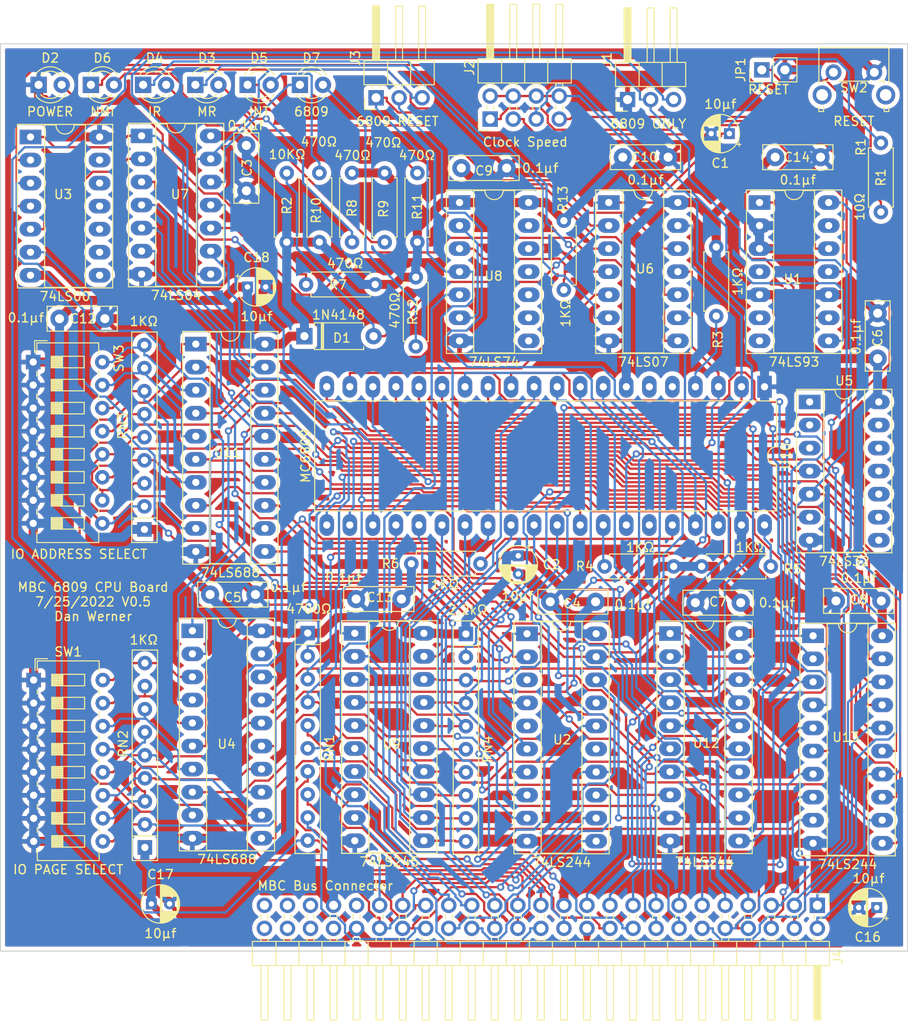
<source format=kicad_pcb>
(kicad_pcb (version 20211014) (generator pcbnew)
  (layers (0 "F.Cu" signal) (31 "B.Cu" signal) (34 "B.Paste" user) (35 "F.Paste" user) (36 "B.SilkS" user "B.Silkscreen") (37 "F.SilkS" user "F.Silkscreen") (38 "B.Mask" user) (39 "F.Mask" user) (44 "Edge.Cuts" user))
  (net 0 "")
  (net 1 "GND")
  (net 2 "Net-(C1-Pad1)")
  (net 3 "VCC")
  (net 4 "Net-(D2-Pad2)")
  (net 5 "~{6809EN}")
  (net 6 "~{BUSACK}")
  (net 7 "CLKO")
  (net 8 "CLK")
  (net 9 "Net-(J2-Pad7)")
  (net 10 "Net-(J2-Pad5)")
  (net 11 "Net-(J2-Pad3)")
  (net 12 "Net-(J2-Pad1)")
  (net 13 "~{RESET}")
  (net 14 "~{6809RST}")
  (net 15 "6809EN")
  (net 16 "~{RFSH}")
  (net 17 "~{M1}")
  (net 18 "_NMI")
  (net 19 "~{BUSRQ}")
  (net 20 "_INT")
  (net 21 "~{WAIT}")
  (net 22 "D1")
  (net 23 "~{HALT}")
  (net 24 "D0")
  (net 25 "~{WR}")
  (net 26 "D7")
  (net 27 "~{MREQ}")
  (net 28 "D2")
  (net 29 "A0")
  (net 30 "D6")
  (net 31 "A1")
  (net 32 "D5")
  (net 33 "A2")
  (net 34 "D3")
  (net 35 "A3")
  (net 36 "D4")
  (net 37 "A4")
  (net 38 "A5")
  (net 39 "A15")
  (net 40 "A6")
  (net 41 "A14")
  (net 42 "A7")
  (net 43 "A13")
  (net 44 "A8")
  (net 45 "A12")
  (net 46 "A9")
  (net 47 "A11")
  (net 48 "A10")
  (net 49 "Net-(JP1-Pad1)")
  (net 50 "Net-(RN2-Pad9)")
  (net 51 "Net-(RN2-Pad8)")
  (net 52 "Net-(RN2-Pad7)")
  (net 53 "Net-(RN2-Pad6)")
  (net 54 "Net-(RN2-Pad5)")
  (net 55 "Net-(RN2-Pad4)")
  (net 56 "Net-(RN2-Pad3)")
  (net 57 "Net-(RN2-Pad2)")
  (net 58 "Net-(RN3-Pad9)")
  (net 59 "Net-(RN3-Pad8)")
  (net 60 "Net-(RN3-Pad7)")
  (net 61 "Net-(RN3-Pad6)")
  (net 62 "Net-(RN3-Pad5)")
  (net 63 "Net-(RN3-Pad4)")
  (net 64 "Net-(RN3-Pad3)")
  (net 65 "Net-(RN3-Pad2)")
  (net 66 "~{RD}")
  (net 67 "~{IORQ}")
  (net 71 "Net-(U10-Pad8)")
  (net 77 "Net-(R3-Pad1)")
  (net 78 "Net-(R4-Pad1)")
  (net 79 "Net-(R5-Pad1)")
  (net 80 "Net-(R6-Pad1)")
  (net 81 "68TOGGLE")
  (net 82 "~{6809NMI}")
  (net 83 "Net-(U10-Pad17)")
  (net 84 "Net-(U10-Pad15)")
  (net 85 "Net-(U10-Pad13)")
  (net 86 "Net-(U10-Pad11)")
  (net 87 "Net-(D3-Pad2)")
  (net 88 "Net-(D3-Pad1)")
  (net 89 "Net-(D4-Pad2)")
  (net 90 "Net-(D4-Pad1)")
  (net 91 "Net-(D5-Pad2)")
  (net 92 "Net-(D5-Pad1)")
  (net 93 "Net-(D6-Pad2)")
  (net 94 "Net-(D6-Pad1)")
  (net 95 "Net-(D7-Pad2)")
  (net 96 "Net-(D7-Pad1)")
  (net 97 "~{6809INT}")
  (net 98 "Net-(RN4-Pad10)")
  (net 99 "CPU_~{WR}")
  (net 101 "CPU_~{RD}")
  (net 103 "6809IO")
  (net 104 "~{6809IO}")
  (net 107 "RD{slash}~{WR}")
  (net 108 "E")
  (net 109 "Net-(RN4-Pad9)")
  (net 110 "Net-(RN4-Pad8)")
  (net 111 "Net-(RN4-Pad7)")
  (net 112 "Net-(RN4-Pad6)")
  (net 113 "Net-(RN4-Pad5)")
  (net 114 "Net-(RN4-Pad4)")
  (net 115 "Net-(RN4-Pad3)")
  (net 116 "Net-(U3-Pad5)")
  (net 123 "Net-(U4-Pad1)")
  (net 127 "Net-(U6-Pad3)")
  (net 128 "Net-(U10-Pad23)")
  (net 129 "Net-(U13-Pad17)")
  (net 130 "Net-(U11-Pad19)")
  (net 131 "Net-(U8-Pad2)")
  (net 140 "Net-(U10-Pad9)")
  (net 141 "Net-(U10-Pad10)")
  (net 142 "Net-(U10-Pad12)")
  (net 143 "Net-(U10-Pad14)")
  (net 144 "Net-(U10-Pad16)")
  (net 145 "Net-(U10-Pad18)")
  (net 146 "Net-(U10-Pad19)")
  (net 147 "Net-(U10-Pad20)")
  (net 148 "Net-(U10-Pad21)")
  (net 149 "Net-(U10-Pad22)")
  (footprint "Capacitor_THT:CP_Radial_D4.0mm_P2.00mm" (layer "F.Cu") (at 149.35 40.7 180)
    (fp_text reference "C1")
    (fp_text value "10µf")
  )
  (footprint "Diode_THT:D_A-405_P7.62mm_Horizontal" (layer "F.Cu") (at 102.5 63.025)
    (fp_text reference "D1")
    (fp_text value "1N4148")
  )
  (footprint "LED_THT:LED_D3.0mm" (layer "F.Cu") (at 73.2 35.325)
    (fp_text reference "D2")
    (fp_text value "POWER")
  )
  (footprint "Connector_PinHeader_2.54mm:PinHeader_1x03_P2.54mm_Horizontal" (layer "F.Cu") (at 138.125 36.95 90)
    (fp_text reference "J1")
    (fp_text value "6809 ONLY")
  )
  (footprint "Connector_PinHeader_2.54mm:PinHeader_1x02_P2.54mm_Vertical" (layer "F.Cu") (at 152.925 33.675 90)
    (fp_text reference "JP1")
    (fp_text value "RESET")
  )
  (footprint "Resistor_THT:R_Axial_DIN0207_L6.3mm_D2.5mm_P7.62mm_Horizontal" (layer "F.Cu") (at 166.05 41.725 -90)
    (fp_text reference "R1")
    (fp_text value "10Ω")
  )
  (footprint "Resistor_THT:R_Axial_DIN0207_L6.3mm_D2.5mm_P7.62mm_Horizontal" (layer "F.Cu") (at 100.55 52.66 90)
    (fp_text reference "R2")
    (fp_text value "10KΩ")
  )
  (footprint "Resistor_THT:R_Axial_DIN0207_L6.3mm_D2.5mm_P7.62mm_Horizontal" (layer "F.Cu") (at 110.3 57.325 180)
    (fp_text reference "R7")
    (fp_text value "470Ω")
  )
  (footprint "Resistor_THT:R_Array_SIP9" (layer "F.Cu") (at 84.912 119.375 90)
    (fp_text reference "RN2")
    (fp_text value "1KΩ")
  )
  (footprint "Button_Switch_THT:SW_DIP_SPSTx08_Slide_6.7x21.88mm_W7.62mm_P2.54mm_LowProfile" (layer "F.Cu") (at 72.65 100.925)
    (fp_text reference "SW1")
    (fp_text value "IO PAGE SELECT")
  )
  (footprint "Button_Switch_THT:SW_Tactile_SPST_Angled_PTS645Vx31-2LFS" (layer "F.Cu") (at 160.825 33.95)
    (fp_text reference "SW2")
    (fp_text value "RESET")
  )
  (footprint "Button_Switch_THT:SW_DIP_SPSTx08_Slide_6.7x21.88mm_W7.62mm_P2.54mm_LowProfile" (layer "F.Cu") (at 72.6 65.875)
    (fp_text reference "SW3")
    (fp_text value "IO ADDRESS SELECT")
  )
  (footprint "Package_DIP:DIP-14_W7.62mm_Socket_LongPads" (layer "F.Cu") (at 152.675 48.3)
    (fp_text reference "U1")
    (fp_text value "74LS93")
  )
  (footprint "Package_DIP:DIP-14_W7.62mm_Socket_LongPads" (layer "F.Cu") (at 136.05 48.3)
    (fp_text reference "U6")
    (fp_text value "74LS07")
  )
  (footprint "Package_DIP:DIP-14_W7.62mm_Socket_LongPads" (layer "F.Cu") (at 84.55 40.95)
    (fp_text reference "U7")
    (fp_text value "74LS04")
  )
  (footprint "Package_DIP:DIP-20_W7.62mm_Socket_LongPads" (layer "F.Cu") (at 90.525 63.9)
    (fp_text reference "U11")
    (fp_text value "74LS688")
  )
  (footprint "Package_DIP:DIP-14_W7.62mm_Socket_LongPads" (layer "F.Cu") (at 119.6 48.3)
    (fp_text reference "U8")
    (fp_text value "74LS74")
  )
  (footprint "Resistor_THT:R_Array_SIP9" (layer "F.Cu") (at 84.862 84.325 90)
    (fp_text reference "RN3")
    (fp_text value "1KΩ")
  )
  (footprint "Resistor_THT:R_Axial_DIN0207_L6.3mm_D2.5mm_P7.62mm_Horizontal" (layer "F.Cu") (at 104.15 52.66 90)
    (fp_text reference "R10")
    (fp_text value "470Ω")
  )
  (footprint "LED_THT:LED_D3.0mm" (layer "F.Cu") (at 90.48 35.325)
    (fp_text reference "D3")
    (fp_text value "MR")
  )
  (footprint "Resistor_THT:R_Axial_DIN0207_L6.3mm_D2.5mm_P7.62mm_Horizontal" (layer "F.Cu") (at 111.35 45.04 -90)
    (fp_text reference "R9")
    (fp_text value "470Ω")
  )
  (footprint "LED_THT:LED_D3.0mm" (layer "F.Cu") (at 78.96 35.325)
    (fp_text reference "D6")
    (fp_text value "NMI")
  )
  (footprint "LED_THT:LED_D3.0mm" (layer "F.Cu") (at 84.72 35.325)
    (fp_text reference "D4")
    (fp_text value "IR")
  )
  (footprint "Resistor_THT:R_Axial_DIN0207_L6.3mm_D2.5mm_P7.62mm_Horizontal" (layer "F.Cu") (at 107.75 45.04 -90)
    (fp_text reference "R8")
    (fp_text value "470Ω")
  )
  (footprint "LED_THT:LED_D3.0mm" (layer "F.Cu") (at 96.24 35.325)
    (fp_text reference "D5")
    (fp_text value "INT")
  )
  (footprint "Resistor_THT:R_Axial_DIN0207_L6.3mm_D2.5mm_P7.62mm_Horizontal" (layer "F.Cu") (at 114.95 45.04 -90)
    (fp_text reference "R11")
    (fp_text value "470Ω")
  )
  (footprint "LED_THT:LED_D3.0mm" (layer "F.Cu") (at 102 35.325)
    (fp_text reference "D7")
    (fp_text value "6809")
  )
  (footprint "Resistor_THT:R_Axial_DIN0207_L6.3mm_D2.5mm_P7.62mm_Horizontal" (layer "F.Cu") (at 114.775 64.15 90)
    (fp_text reference "R12")
    (fp_text value "470Ω")
  )
  (footprint "Connector_PinHeader_2.54mm:PinHeader_1x03_P2.54mm_Horizontal" (layer "F.Cu") (at 110.4 36.75 90)
    (fp_text reference "J3")
    (fp_text value "6809 RESET")
  )
  (footprint "Capacitor_THT:C_Disc_D7.5mm_W2.5mm_P5.00mm" (layer "F.Cu") (at 96.1 42 -90)
    (fp_text reference "C3")
    (fp_text value "0.1µf")
  )
  (footprint "Connector_PinHeader_2.54mm:PinHeader_2x04_P2.54mm_Horizontal" (layer "F.Cu") (at 122.975 39.1 90)
    (fp_text reference "J2")
    (fp_text value "Clock Speed")
  )
  (footprint "Connector_PinHeader_2.54mm:PinHeader_2x25_P2.54mm_Horizontal" (layer "F.Cu") (at 159.05 125.75 -90)
    (fp_text reference "J4")
    (fp_text value "MBC Bus Connector")
  )
  (footprint "Capacitor_THT:CP_Radial_D4.0mm_P2.00mm" (layer "F.Cu") (at 126.075 87.225 -90)
    (fp_text reference "C2")
    (fp_text value "10µf")
  )
  (footprint "Capacitor_THT:CP_Radial_D4.0mm_P2.00mm" (layer "F.Cu") (at 165.6 126 180)
    (fp_text reference "C16")
    (fp_text value "10µf")
  )
  (footprint "Package_DIP:DIP-20_W7.62mm_Socket_LongPads" (layer "F.Cu") (at 158.575 96.05)
    (fp_text reference "U13")
    (fp_text value "74LS244")
  )
  (footprint "Resistor_THT:R_Array_SIP10" (layer "F.Cu") (at 120.3 95.85 -90)
    (fp_text reference "RN4")
    (fp_text value "2.2kΩ")
  )
  (footprint "Resistor_THT:R_Array_SIP10" (layer "F.Cu") (at 102.8625 95.75 -90)
    (fp_text reference "RN1")
    (fp_text value "4700Ω")
  )
  (footprint "Package_DIP:DIP-20_W7.62mm_Socket_LongPads" (layer "F.Cu") (at 127.0417 95.825)
    (fp_text reference "U2")
    (fp_text value "74LS244")
  )
  (footprint "Package_DIP:DIP-20_W7.62mm_Socket_LongPads" (layer "F.Cu") (at 108.05 95.775)
    (fp_text reference "U9")
    (fp_text value "74LS245")
  )
  (footprint "Package_DIP:DIP-20_W7.62mm_Socket_LongPads" (layer "F.Cu") (at 90.15 95.5)
    (fp_text reference "U4")
    (fp_text value "74LS688")
  )
  (footprint "Package_DIP:DIP-20_W7.62mm_Socket_LongPads" (layer "F.Cu") (at 142.8083 95.8)
    (fp_text reference "U12")
    (fp_text value "74LS244")
  )
  (footprint "Resistor_THT:R_Axial_DIN0207_L6.3mm_D2.5mm_P7.62mm_Horizontal" (layer "F.Cu") (at 131.1 50.3 -90)
    (fp_text reference "R13")
    (fp_text value "1KΩ")
  )
  (footprint "Capacitor_THT:C_Disc_D7.5mm_W2.5mm_P5.00mm" (layer "F.Cu") (at 137.6 43.3)
    (fp_text reference "C10")
    (fp_text value "0.1µf")
  )
  (footprint "Resistor_THT:R_Axial_DIN0207_L6.3mm_D2.5mm_P7.62mm_Horizontal" (layer "F.Cu") (at 147.9 60.81 90)
    (fp_text reference "R3")
    (fp_text value "1KΩ")
  )
  (footprint "Capacitor_THT:C_Disc_D7.5mm_W2.5mm_P5.00mm" (layer "F.Cu") (at 134.6 92.3 180)
    (fp_text reference "C4")
    (fp_text value "0.1µf")
  )
  (footprint "Capacitor_THT:C_Disc_D7.5mm_W2.5mm_P5.00mm" (layer "F.Cu") (at 165.7 65.5 90)
    (fp_text reference "C6")
    (fp_text value "0.1µf")
  )
  (footprint "Capacitor_THT:C_Disc_D7.5mm_W2.5mm_P5.00mm" (layer "F.Cu") (at 75.5 61.1)
    (fp_text reference "C12")
    (fp_text value "0.1µf")
  )
  (footprint "Capacitor_THT:C_Disc_D7.5mm_W2.5mm_P5.00mm" (layer "F.Cu") (at 119.8 44.5)
    (fp_text reference "C9")
    (fp_text value "0.1µf")
  )
  (footprint "Capacitor_THT:C_Disc_D7.5mm_W2.5mm_P5.00mm" (layer "F.Cu") (at 150.6 92.4 180)
    (fp_text reference "C7")
    (fp_text value "0.1µf")
  )
  (footprint "Resistor_THT:R_Axial_DIN0207_L6.3mm_D2.5mm_P7.62mm_Horizontal" (layer "F.Cu") (at 153.91 88.4 180)
    (fp_text reference "R5")
    (fp_text value "1KΩ")
  )
  (footprint "Capacitor_THT:CP_Radial_D4.0mm_P2.00mm" (layer "F.Cu") (at 96.2274 57.6)
    (fp_text reference "C18")
    (fp_text value "10µf")
  )
  (footprint "Resistor_THT:R_Axial_DIN0207_L6.3mm_D2.5mm_P7.62mm_Horizontal" (layer "F.Cu") (at 121.91 88.1 180)
    (fp_text reference "R6")
    (fp_text value "1KΩ")
  )
  (footprint "Capacitor_THT:CP_Radial_D4.0mm_P2.00mm" (layer "F.Cu") (at 85.6274 125.6)
    (fp_text reference "C17")
    (fp_text value "10µf")
  )
  (footprint "Capacitor_THT:C_Disc_D7.5mm_W2.5mm_P5.00mm" (layer "F.Cu") (at 113.2 92 180)
    (fp_text reference "C13")
    (fp_text value "0.1µf")
  )
  (footprint "Capacitor_THT:C_Disc_D7.5mm_W2.5mm_P5.00mm" (layer "F.Cu") (at 154.4 43.3)
    (fp_text reference "C14")
    (fp_text value "0.1µf")
  )
  (footprint "Package_DIP:DIP-40_W15.24mm_LongPads" (layer "F.Cu") (at 153.225 68.6 -90)
    (fp_text reference "U10")
    (fp_text value "MC6809")
  )
  (footprint "Capacitor_THT:C_Disc_D7.5mm_W2.5mm_P5.00mm" (layer "F.Cu") (at 166.1 92.2 180)
    (fp_text reference "C8")
    (fp_text value "0.1µf")
  )
  (footprint "Capacitor_THT:C_Disc_D7.5mm_W2.5mm_P5.00mm" (layer "F.Cu") (at 92.1 91.5)
    (fp_text reference "C5")
    (fp_text value "0.1µf")
  )
  (footprint "Package_DIP:DIP-14_W7.62mm_Socket_LongPads" (layer "F.Cu") (at 158.2 70.275)
    (fp_text reference "U5")
    (fp_text value "74LS32")
  )
  (footprint "Package_DIP:DIP-14_W7.62mm_Socket_LongPads" (layer "F.Cu") (at 72.3 41.075)
    (fp_text reference "U3")
    (fp_text value "74LS00")
  )
  (footprint "Resistor_THT:R_Axial_DIN0207_L6.3mm_D2.5mm_P7.62mm_Horizontal" (layer "F.Cu") (at 135.59 88.4)
    (fp_text reference "R4")
    (fp_text value "1KΩ")
  )
  (gr_line (start 169 30.8) (end 69 30.8) (layer "Edge.Cuts") (width 0.12))
  (gr_line (start 169 130.8) (end 69 130.8) (layer "Edge.Cuts") (width 0.12))
  (gr_line (start 169 30.8) (end 169 130.8) (layer "Edge.Cuts") (width 0.12))
  (gr_line (start 69 30.8) (end 69 130.8) (layer "Edge.Cuts") (width 0.12))
  (gr_text "MBC 6809 CPU Board\n7/25/2022 V0.5\nDan Werner" (at 79.2 92.3) (layer "F.SilkS") (effects (font (size 1 1))))
  (segment (start 90.15 118.36) (end 88.2497 118.36) (width 1) (layer "F.Cu") (net 1))
  (segment (start 127.0417 118.685) (end 128.942 118.685) (width 1) (layer "F.Cu") (net 1))
  (segment (start 160.295 58.46) (end 163.66 58.46) (width 1) (layer "F.Cu") (net 1))
  (segment (start 72.65 118.705) (end 74.1503 118.705) (width 1) (layer "F.Cu") (net 1))
  (segment (start 163.6 124.3685) (end 163.6 126) (width 1) (layer "F.Cu") (net 1))
  (segment (start 132.5981 120.2288) (end 131.0543 118.685) (width 1) (layer "F.Cu") (net 1))
  (segment (start 86.4149 124.1971) (end 87.6274 125.4096) (width 1) (layer "F.Cu") (net 1))
  (segment (start 72.6 83.655) (end 72.6 85.1553) (width 1) (layer "F.Cu") (net 1))
  (segment (start 139.5775 118.66) (end 138.0087 120.2288) (width 1) (layer "F.Cu") (net 1))
  (segment (start 156.6747 118.91) (end 155.7306 118.91) (width 1) (layer "F.Cu") (net 1))
  (segment (start 150.685 85.7403) (end 150.685 87.32) (width 1) (layer "F.Cu") (net 1))
  (segment (start 155.465 33.675) (end 157.0153 33.675) (width 1) (layer "F.Cu") (net 1))
  (segment (start 88.2497 122.3623) (end 88.2497 118.36) (width 1) (layer "F.Cu") (net 1))
  (segment (start 132.5981 122.7116) (end 132.5981 120.2288) (width 1) (layer "F.Cu") (net 1))
  (segment (start 155.7306 118.91) (end 154.4282 120.2124) (width 1) (layer "F.Cu") (net 1))
  (segment (start 158.1415 118.91) (end 163.6 124.3685) (width 1) (layer "F.Cu") (net 1))
  (segment (start 74.1503 118.705) (end 79.6424 124.1971) (width 1) (layer "F.Cu") (net 1))
  (segment (start 126.075 89.225) (end 126.525 89.225) (width 1) (layer "F.Cu") (net 1))
  (segment (start 125.3131 45.0131) (end 140.8869 45.0131) (width 1) (layer "F.Cu") (net 1))
  (segment (start 72.6 65.875) (end 74.1003 65.875) (width 1) (layer "F.Cu") (net 1))
  (segment (start 154.4282 120.2124) (end 146.261 120.2124) (width 1) (layer "F.Cu") (net 1))
  (segment (start 107.7 91.5) (end 108.2 92) (width 1) (layer "F.Cu") (net 1))
  (segment (start 124.8 44.5) (end 125.3131 45.0131) (width 1) (layer "F.Cu") (net 1))
  (segment (start 158.575 118.91) (end 158.1415 118.91) (width 1) (layer "F.Cu") (net 1))
  (segment (start 97.8483 124.158) (end 104.118 124.158) (width 1) (layer "F.Cu") (net 1))
  (segment (start 157.0153 33.675) (end 158.3274 32.3629) (width 1) (layer "F.Cu") (net 1))
  (segment (start 158.3947 57.1994) (end 158.3947 58.46) (width 1) (layer "F.Cu") (net 1))
  (segment (start 145.6 92.4) (end 143.9861 94.0139) (width 1) (layer "F.Cu") (net 1))
  (segment (start 87.6274 125.4096) (end 87.6274 125.6) (width 1) (layer "F.Cu") (net 1))
  (segment (start 73.87 36.9253) (end 73.2 36.9253) (width 1) (layer "F.Cu") (net 1))
  (segment (start 155.565 92.2) (end 161.1 92.2) (width 1) (layer "F.Cu") (net 1))
  (segment (start 78.0197 41.075) (end 73.87 36.9253) (width 1) (layer "F.Cu") (net 1))
  (segment (start 163.7379 32.3629) (end 165.325 33.95) (width 1) (layer "F.Cu") (net 1))
  (segment (start 72.65 85.2053) (end 72.65 100.925) (width 1) (layer "F.Cu") (net 1))
  (segment (start 92.4253 86.76) (end 92.4253 86.8253) (width 1) (layer "F.Cu") (net 1))
  (segment (start 140.8869 45.0131) (end 142.6 43.3) (width 1) (layer "F.Cu") (net 1))
  (segment (start 152.675 53.38) (end 154.5753 53.38) (width 1) (layer "F.Cu") (net 1))
  (segment (start 131.0543 118.685) (end 128.942 118.685) (width 1) (layer "F.Cu") (net 1))
  (segment (start 160.295 58.46) (end 158.3947 58.46) (width 1) (layer "F.Cu") (net 1))
  (segment (start 73.2 35.325) (end 73.2 36.9253) (width 1) (layer "F.Cu") (net 1))
  (segment (start 143.9861 94.0139) (end 131.3139 94.0139) (width 1) (layer "F.Cu") (net 1))
  (segment (start 150.685 87.32) (end 155.565 92.2) (width 1) (layer "F.Cu") (net 1))
  (segment (start 138.0087 120.2288) (end 132.5981 120.2288) (width 1) (layer "F.Cu") (net 1))
  (segment (start 80.5 61.1) (end 94.9227 61.1) (width 1) (layer "F.Cu") (net 1))
  (segment (start 119.6 63.54) (end 117.6997 63.54) (width 1) (layer "F.Cu") (net 1))
  (segment (start 142.6 43.3) (end 144.75 43.3) (width 1) (layer "F.Cu") (net 1))
  (segment (start 72.6 85.1553) (end 72.65 85.2053) (width 1) (layer "F.Cu") (net 1))
  (segment (start 146.261 120.2124) (end 144.7086 118.66) (width 1) (layer "F.Cu") (net 1))
  (segment (start 86.4149 124.1971) (end 88.2497 122.3623) (width 1) (layer "F.Cu") (net 1))
  (segment (start 163.66 58.46) (end 165.7 60.5) (width 1) (layer "F.Cu") (net 1))
  (segment (start 150.685 83.84) (end 150.685 85.7403) (width 1) (layer "F.Cu") (net 1))
  (segment (start 74.1003 65.875) (end 75.725 65.875) (width 1) (layer "F.Cu") (net 1))
  (segment (start 144.75 43.3) (end 147.35 40.7) (width 1) (layer "F.Cu") (net 1))
  (segment (start 92.0503 118.36) (end 97.8483 124.158) (width 1) (layer "F.Cu") (net 1))
  (segment (start 115.5521 65.6876) (end 108.2637 65.6876) (width 1) (layer "F.Cu") (net 1))
  (segment (start 75.725 65.875) (end 80.5 61.1) (width 1) (layer "F.Cu") (net 1))
  (segment (start 79.6424 124.1971) (end 86.4149 124.1971) (width 1) (layer "F.Cu") (net 1))
  (segment (start 142.8083 118.66) (end 140.908 118.66) (width 1) (layer "F.Cu") (net 1))
  (segment (start 79.92 41.075) (end 78.0197 41.075) (width 1) (layer "F.Cu") (net 1))
  (segment (start 158.3274 32.3629) (end 163.7379 32.3629) (width 1) (layer "F.Cu") (net 1))
  (segment (start 140.908 118.66) (end 139.5775 118.66) (width 1) (layer "F.Cu") (net 1))
  (segment (start 142.8083 118.66) (end 144.7086 118.66) (width 1) (layer "F.Cu") (net 1))
  (segment (start 131.11 124.1997) (end 132.5981 122.7116) (width 1) (layer "F.Cu") (net 1))
  (segment (start 126.525 89.225) (end 129.6 92.3) (width 1) (layer "F.Cu") (net 1))
  (segment (start 131.11 125.75) (end 131.11 124.1997) (width 1) (layer "F.Cu") (net 1))
  (segment (start 104.118 124.158) (end 105.71 125.75) (width 1) (layer "F.Cu") (net 1))
  (segment (start 108.2637 65.6876) (end 100.3714 57.7953) (width 1) (layer "F.Cu") (net 1))
  (segment (start 158.1415 118.91) (end 156.6747 118.91) (width 1) (layer "F.Cu") (net 1))
  (segment (start 131.3139 94.0139) (end 129.6 92.3) (width 1) (layer "F.Cu") (net 1))
  (segment (start 100.3714 57.7953) (end 98.2274 57.7953) (width 1) (layer "F.Cu") (net 1))
  (segment (start 90.525 86.76) (end 92.4253 86.76) (width 1) (layer "F.Cu") (net 1))
  (segment (start 92.4253 86.8253) (end 97.1 91.5) (width 1) (layer "F.Cu") (net 1))
  (segment (start 94.9227 61.1) (end 98.2274 57.7953) (width 1) (layer "F.Cu") (net 1))
  (segment (start 117.6997 63.54) (end 115.5521 65.6876) (width 1) (layer "F.Cu") (net 1))
  (segment (start 97.1 91.5) (end 107.7 91.5) (width 1) (layer "F.Cu") (net 1))
  (segment (start 90.15 118.36) (end 92.0503 118.36) (width 1) (layer "F.Cu") (net 1))
  (segment (start 98.2274 57.7953) (end 98.2274 57.6) (width 1) (layer "F.Cu") (net 1))
  (segment (start 154.5753 53.38) (end 158.3947 57.1994) (width 1) (layer "F.Cu") (net 1))
  (segment (start 72.6 68.415) (end 72.6 70.955) (width 1) (layer "B.Cu") (net 1))
  (segment (start 77.2053 86.76) (end 74.1003 83.655) (width 1) (layer "B.Cu") (net 1))
  (segment (start 154.5753 50.84) (end 157.8246 47.5907) (width 1) (layer "B.Cu") (net 1))
  (segment (start 72.6 83.655) (end 72.6 81.115) (width 1) (layer "B.Cu") (net 1))
  (segment (start 98.2274 49.1274) (end 96.1 47) (width 1) (layer "B.Cu") (net 1))
  (segment (start 147.35 45.9901) (end 152.4375 51.0775) (width 1) (layer "B.Cu") (net 1))
  (segment (start 72.6 73.495) (end 72.6 70.955) (width 1) (layer "B.Cu") (net 1))
  (segment (start 153.225 68.6) (end 153.225 70.5003) (width 1) (layer "B.Cu") (net 1))
  (segment (start 152.4374 51.5525) (end 152.4374 51.0776) (width 1) (layer "B.Cu") (net 1))
  (segment (start 119.6 63.54) (end 121.5003 63.54) (width 1) (layer "B.Cu") (net 1))
  (segment (start 160.295 58.46) (end 158.3947 58.46) (width 1) (layer "B.Cu") (net 1))
  (segment (start 108.05 118.635) (end 106.1497 118.635) (width 1) (layer "B.Cu") (net 1))
  (segment (start 142.6 43.3) (end 142.6 42.9753) (width 1) (layer "B.Cu") (net 1))
  (segment (start 123.7782 45.5218) (end 123.7782 62.6217) (width 1) (layer "B.Cu") (net 1))
  (segment (start 122.4186 62.6217) (end 121.5003 63.54) (width 1) (layer "B.Cu") (net 1))
  (segment (start 72.65 103.465) (end 72.65 100.925) (width 1) (layer "B.Cu") (net 1))
  (segment (start 152.675 50.84) (end 154.5753 50.84) (width 1) (layer "B.Cu") (net 1))
  (segment (start 72.65 118.705) (end 72.65 116.165) (width 1) (layer "B.Cu") (net 1))
  (segment (start 124.8 44.5) (end 123.7782 45.5218) (width 1) (layer "B.Cu") (net 1))
  (segment (start 150.685 83.84) (end 150.685 81.9397) (width 1) (layer "B.Cu") (net 1))
  (segment (start 152.4375 51.0775) (end 152.675 50.84) (width 1) (layer "B.Cu") (net 1))
  (segment (start 105.71 124.1997) (end 105.71 119.0747) (width 1) (layer "B.Cu") (net 1))
  (segment (start 157.8246 47.5907) (end 157.8246 43.3) (width 1) (layer "B.Cu") (net 1))
  (segment (start 126.2471 65.0906) (end 123.7782 62.6217) (width 1) (layer "B.Cu") (net 1))
  (segment (start 80.5 61.1) (end 80.5 58.3397) (width 1) (layer "B.Cu") (net 1))
  (segment (start 152.675 53.38) (end 152.675 51.7901) (width 1) (layer "B.Cu") (net 1))
  (segment (start 72.65 106.005) (end 72.65 103.465) (width 1) (layer "B.Cu") (net 1))
  (segment (start 81.8203 55.3606) (end 82.6497 56.19) (width 1) (layer "B.Cu") (net 1))
  (segment (start 155.465 33.675) (end 155.465 35.2253) (width 1) (layer "B.Cu") (net 1))
  (segment (start 157.8246 43.3) (end 157.8246 37.5849) (width 1) (layer "B.Cu") (net 1))
  (segment (start 72.65 108.545) (end 72.65 106.005) (width 1) (layer "B.Cu") (net 1))
  (segment (start 80.5 58.3397) (end 82.6497 56.19) (width 1) (layer "B.Cu") (net 1))
  (segment (start 105.71 125.75) (end 105.71 124.1997) (width 1) (layer "B.Cu") (net 1))
  (segment (start 79.92 41.075) (end 81.8203 41.075) (width 1) (layer "B.Cu") (net 1))
  (segment (start 142.6 42.9753) (end 138.125 38.5003) (width 1) (layer "B.Cu") (net 1))
  (segment (start 157.8246 37.5849) (end 155.465 35.2253) (width 1) (layer "B.Cu") (net 1))
  (segment (start 157.8246 43.3) (end 159.4 43.3) (width 1) (layer "B.Cu") (net 1))
  (segment (start 161.1 92.2) (end 161.1 118.2853) (width 1) (layer "B.Cu") (net 1))
  (segment (start 158.3947 58.46) (end 158.3947 61.53) (width 1) (layer "B.Cu") (net 1))
  (segment (start 150.685 83.84) (end 150.685 85.7403) (width 1) (layer "B.Cu") (net 1))
  (segment (start 72.65 108.545) (end 72.65 111.085) (width 1) (layer "B.Cu") (net 1))
  (segment (start 138.125 36.95) (end 138.125 38.5003) (width 1) (layer "B.Cu") (net 1))
  (segment (start 160.1003 91.2003) (end 161.1 92.2) (width 1) (layer "B.Cu") (net 1))
  (segment (start 160.1003 85.515) (end 160.1003 91.2003) (width 1) (layer "B.Cu") (net 1))
  (segment (start 72.6 83.655) (end 74.1003 83.655) (width 1) (layer "B.Cu") (net 1))
  (segment (start 152.675 51.7901) (end 152.4374 51.5525) (width 1) (layer "B.Cu") (net 1))
  (segment (start 84.55 56.19) (end 82.6497 56.19) (width 1) (layer "B.Cu") (net 1))
  (segment (start 161.1 118.2853) (end 160.4753 118.91) (width 1) (layer "B.Cu") (net 1))
  (segment (start 72.6 68.415) (end 72.6 65.875) (width 1) (layer "B.Cu") (net 1))
  (segment (start 136.05 63.54) (end 134.1497 63.54) (width 1) (layer "B.Cu") (net 1))
  (segment (start 134.1497 63.54) (end 132.5991 65.0906) (width 1) (layer "B.Cu") (net 1))
  (segment (start 72.65 116.165) (end 72.65 113.625) (width 1) (layer "B.Cu") (net 1))
  (segment (start 158.2 85.515) (end 160.1003 85.515) (width 1) (layer "B.Cu") (net 1))
  (segment (start 105.71 119.0747) (end 106.1497 118.635) (width 1) (layer "B.Cu") (net 1))
  (segment (start 98.2274 57.6) (end 98.2274 49.1274) (width 1) (layer "B.Cu") (net 1))
  (segment (start 153.225 68.6) (end 153.225 66.6997) (width 1) (layer "B.Cu") (net 1))
  (segment (start 150.685 72.9848) (end 150.685 81.9397) (width 1) (layer "B.Cu") (net 1))
  (segment (start 147.35 40.7) (end 147.35 45.9901) (width 1) (layer "B.Cu") (net 1))
  (segment (start 72.6 78.575) (end 72.6 76.035) (width 1) (layer "B.Cu") (net 1))
  (segment (start 153.225 70.5003) (end 153.1695 70.5003) (width 1) (layer "B.Cu") (net 1))
  (segment (start 72.6 81.115) (end 72.6 78.575) (width 1) (layer "B.Cu") (net 1))
  (segment (start 90.525 86.76) (end 77.2053 86.76) (width 1) (layer "B.Cu") (net 1))
  (segment (start 152.4374 51.0776) (end 152.4375 51.0775) (width 1) (layer "B.Cu") (net 1))
  (segment (start 153.1695 70.5003) (end 150.685 72.9848) (width 1) (layer "B.Cu") (net 1))
  (segment (start 158.3947 61.53) (end 153.225 66.6997) (width 1) (layer "B.Cu") (net 1))
  (segment (start 81.8203 41.075) (end 81.8203 55.3606) (width 1) (layer "B.Cu") (net 1))
  (segment (start 123.7782 62.6217) (end 122.4186 62.6217) (width 1) (layer "B.Cu") (net 1))
  (segment (start 72.6 76.035) (end 72.6 73.495) (width 1) (layer "B.Cu") (net 1))
  (segment (start 72.65 113.625) (end 72.65 111.085) (width 1) (layer "B.Cu") (net 1))
  (segment (start 132.5991 65.0906) (end 126.2471 65.0906) (width 1) (layer "B.Cu") (net 1))
  (segment (start 158.575 118.91) (end 160.4753 118.91) (width 1) (layer "B.Cu") (net 1))
  (segment (start 150.685 87.315) (end 145.6 92.4) (width 1) (layer "B.Cu") (net 1))
  (segment (start 150.685 85.7403) (end 150.685 87.315) (width 1) (layer "B.Cu") (net 1))
  (segment (start 117.3249 57.0454) (end 111.3453 63.025) (width 0.25) (layer "F.Cu") (net 2))
  (segment (start 137.5753 48.3) (end 141.0849 48.3) (width 0.25) (layer "F.Cu") (net 2))
  (segment (start 149.35 40.7) (end 148.4247 40.7) (width 0.25) (layer "F.Cu") (net 2))
  (segment (start 136.05 48.3) (end 137.5753 48.3) (width 0.25) (layer "F.Cu") (net 2))
  (segment (start 128.4066 57.0454) (end 117.3249 57.0454) (width 0.25) (layer "F.Cu") (net 2))
  (segment (start 110.12 63.025) (end 111.3453 63.025) (width 0.25) (layer "F.Cu") (net 2))
  (segment (start 130.2623 55.1897) (end 128.4066 57.0454) (width 0.25) (layer "F.Cu") (net 2))
  (segment (start 141.0849 48.3) (end 148.4247 40.9602) (width 0.25) (layer "F.Cu") (net 2))
  (segment (start 148.4247 40.9602) (end 148.4247 40.7) (width 0.25) (layer "F.Cu") (net 2))
  (via (at 130.2623 55.1897) (size 0.8) (drill 0.4) (layers "F.Cu" "B.Cu") (net 2))
  (segment (start 136.05 48.3) (end 134.5247 48.3) (width 0.25) (layer "B.Cu") (net 2))
  (segment (start 154.1004 35.0243) (end 149.35 39.7747) (width 0.25) (layer "B.Cu") (net 2))
  (segment (start 110.12 61.7997) (end 101.6753 53.355) (width 0.25) (layer "B.Cu") (net 2))
  (segment (start 100.55 45.04) (end 100.55 46.1653) (width 0.25) (layer "B.Cu") (net 2))
  (segment (start 149.35 40.7) (end 149.35 39.7747) (width 0.25) (layer "B.Cu") (net 2))
  (segment (start 101.6753 47.2906) (end 100.55 46.1653) (width 0.25) (layer "B.Cu") (net 2))
  (segment (start 134.5247 48.3) (end 134.5247 51.023) (width 0.25) (layer "B.Cu") (net 2))
  (segment (start 134.5247 51.023) (end 130.358 55.1897) (width 0.25) (layer "B.Cu") (net 2))
  (segment (start 154.1004 33.3153) (end 154.1004 35.0243) (width 0.25) (layer "B.Cu") (net 2))
  (segment (start 166.05 41.725) (end 162.5219 38.1969) (width 0.25) (layer "B.Cu") (net 2))
  (segment (start 162.5219 38.1969) (end 162.5219 33.8838) (width 0.25) (layer "B.Cu") (net 2))
  (segment (start 162.5219 33.8838) (end 161.1342 32.4961) (width 0.25) (layer "B.Cu") (net 2))
  (segment (start 101.6753 53.355) (end 101.6753 47.2906) (width 0.25) (layer "B.Cu") (net 2))
  (segment (start 154.9196 32.4961) (end 154.1004 33.3153) (width 0.25) (layer "B.Cu") (net 2))
  (segment (start 110.12 63.025) (end 110.12 61.7997) (width 0.25) (layer "B.Cu") (net 2))
  (segment (start 161.1342 32.4961) (end 154.9196 32.4961) (width 0.25) (layer "B.Cu") (net 2))
  (segment (start 130.358 55.1897) (end 130.2623 55.1897) (width 0.25) (layer "B.Cu") (net 2))
  (segment (start 133.142 130) (end 109.96 130) (width 0.8) (layer "F.Cu") (net 3))
  (segment (start 154.5753 58.46) (end 154.5753 60.3603) (width 1) (layer "F.Cu") (net 3))
  (segment (start 145.6021 48.3) (end 147.2916 49.9895) (width 1) (layer "F.Cu") (net 3))
  (segment (start 102.1124 95.75) (end 101.3622 95.75) (width 1) (layer "F.Cu") (net 3))
  (segment (start 98.145 63.9) (end 100.0453 63.9) (width 1) (layer "F.Cu") (net 3))
  (segment (start 133.65 128.29) (end 133.65 129.492) (width 0.8) (layer "F.Cu") (net 3))
  (segment (start 144.7531 48.3) (end 145.6021 48.3) (width 1) (layer "F.Cu") (net 3))
  (segment (start 106.64 129.9) (end 89.9274 129.9) (width 0.8) (layer "F.Cu") (net 3))
  (segment (start 74.2003 56.315) (end 76.9688 59.0835) (width 1) (layer "F.Cu") (net 3))
  (segment (start 114.95 52.66) (end 114.95 51.1597) (width 1) (layer "F.Cu") (net 3))
  (segment (start 99.9203 95.75) (end 101.3622 95.75) (width 1) (layer "F.Cu") (net 3))
  (segment (start 112.6704 94.054) (end 112.6704 92.5296) (width 1) (layer "F.Cu") (net 3))
  (segment (start 102.5 63.025) (end 100.8997 63.025) (width 1) (layer "F.Cu") (net 3))
  (segment (start 112.4797 57.325) (end 113.2747 56.53) (width 1) (layer "F.Cu") (net 3))
  (segment (start 116.1549 49.9548) (end 116.1549 49.8449) (width 1) (layer "F.Cu") (net 3))
  (segment (start 150.4283 95.8) (end 152.3286 95.8) (width 1) (layer "F.Cu") (net 3))
  (segment (start 143.67 48.3) (end 144.7531 48.3) (width 1) (layer "F.Cu") (net 3))
  (segment (start 86.3623 85.7623) (end 86.3623 84.325) (width 1) (layer "F.Cu") (net 3))
  (segment (start 100.0453 63.9) (end 100.0453 63.8794) (width 1) (layer "F.Cu") (net 3))
  (segment (start 153.9811 43.3) (end 147.2916 49.9895) (width 1) (layer "F.Cu") (net 3))
  (segment (start 112.6704 92.5296) (end 113.2 92) (width 1) (layer "F.Cu") (net 3))
  (segment (start 129.1203 48.3) (end 129.1203 48.3203) (width 1) (layer "F.Cu") (net 3))
  (segment (start 113.7697 95.1533) (end 113.7697 95.775) (width 1) (layer "F.Cu") (net 3))
  (segment (start 84.862 84.325) (end 86.3623 84.325) (width 1) (layer "F.Cu") (net 3))
  (segment (start 95.05 40.95) (end 92.17 40.95) (width 1) (layer "F.Cu") (net 3))
  (segment (start 114.95 51.1597) (end 116.1549 49.9548) (width 1) (layer "F.Cu") (net 3))
  (segment (start 92.1 91.5) (end 86.3623 85.7623) (width 1) (layer "F.Cu") (net 3))
  (segment (start 117.5703 95.775) (end 117.6453 95.85) (width 1) (layer "F.Cu") (net 3))
  (segment (start 72.3 56.315) (end 74.2003 56.315) (width 1) (layer "F.Cu") (net 3))
  (segment (start 111.35 45.04) (end 107.75 45.04) (width 1) (layer "F.Cu") (net 3))
  (segment (start 166.195 92.295) (end 166.195 96.05) (width 1) (layer "F.Cu") (net 3))
  (segment (start 154.5753 60.3603) (end 159.715 65.5) (width 1) (layer "F.Cu") (net 3))
  (segment (start 133.65 129.492) (end 133.142 130) (width 0.8) (layer "F.Cu") (net 3))
  (segment (start 100.0453 63.8794) (end 100.8997 63.025) (width 1) (layer "F.Cu") (net 3))
  (segment (start 152.3286 95.8) (end 152.3286 94.1286) (width 1) (layer "F.Cu") (net 3))
  (segment (start 112.6704 94.054) (end 113.7697 95.1533) (width 1) (layer "F.Cu") (net 3))
  (segment (start 119.6 48.3) (end 117.6997 48.3) (width 1) (layer "F.Cu") (net 3))
  (segment (start 116.1549 49.8449) (end 116.1549 49.8448) (width 1) (layer "F.Cu") (net 3))
  (segment (start 117.6453 95.85) (end 118.7997 95.85) (width 1) (layer "F.Cu") (net 3))
  (segment (start 129.1203 48.3203) (end 131.1 50.3) (width 1) (layer "F.Cu") (net 3))
  (segment (start 137.8097 92.3) (end 141.7097 88.4) (width 1) (layer "F.Cu") (net 3))
  (segment (start 161.6 130) (end 133.142 130) (width 0.8) (layer "F.Cu") (net 3))
  (segment (start 115.67 95.775) (end 117.5703 95.775) (width 1) (layer "F.Cu") (net 3))
  (segment (start 110.3 57.325) (end 112.4797 57.325) (width 1) (layer "F.Cu") (net 3))
  (segment (start 166.1 92.2) (end 166.195 92.295) (width 1) (layer "F.Cu") (net 3))
  (segment (start 106.0588 94.054) (end 112.6704 94.054) (width 1) (layer "F.Cu") (net 3))
  (segment (start 165.6 126) (end 161.6 130) (width 0.8) (layer "F.Cu") (net 3))
  (segment (start 93.4436 59.0835) (end 94.9271 57.6) (width 1) (layer "F.Cu") (net 3))
  (segment (start 134.6 92.3) (end 137.8097 92.3) (width 1) (layer "F.Cu") (net 3))
  (segment (start 126.075 87.225) (end 127.3753 87.225) (width 1) (layer "F.Cu") (net 3))
  (segment (start 116.1549 49.8448) (end 111.35 45.04) (width 1) (layer "F.Cu") (net 3))
  (segment (start 120.3 95.85) (end 118.7997 95.85) (width 1) (layer "F.Cu") (net 3))
  (segment (start 104.3628 95.75) (end 106.0588 94.054) (width 1) (layer "F.Cu") (net 3))
  (segment (start 152.3286 94.1286) (end 150.6 92.4) (width 1) (layer "F.Cu") (net 3))
  (segment (start 152.675 58.46) (end 154.5753 58.46) (width 1) (layer "F.Cu") (net 3))
  (segment (start 127.22 48.3) (end 125.3197 48.3) (width 1) (layer "F.Cu") (net 3))
  (segment (start 100.55 52.66) (end 104.15 52.66) (width 1) (layer "F.Cu") (net 3))
  (segment (start 147.9 50.5979) (end 147.9 53.19) (width 1) (layer "F.Cu") (net 3))
  (segment (start 96.1 42) (end 95.05 40.95) (width 1) (layer "F.Cu") (net 3))
  (segment (start 147.7903 89.5903) (end 150.6 92.4) (width 1) (layer "F.Cu") (net 3))
  (segment (start 147.2916 49.9895) (end 147.9 50.5979) (width 1) (layer "F.Cu") (net 3))
  (segment (start 143.21 88.4) (end 141.7097 88.4) (width 1) (layer "F.Cu") (net 3))
  (segment (start 147.7903 88.4) (end 147.7903 89.5903) (width 1) (layer "F.Cu") (net 3))
  (segment (start 114.775 56.53) (end 113.2747 56.53) (width 1) (layer "F.Cu") (net 3))
  (segment (start 116.1549 49.8448) (end 117.6997 48.3) (width 1) (layer "F.Cu") (net 3))
  (segment (start 115.67 95.775) (end 113.7697 95.775) (width 1) (layer "F.Cu") (net 3))
  (segment (start 76.9688 59.0835) (end 93.4436 59.0835) (width 1) (layer "F.Cu") (net 3))
  (segment (start 76.9688 59.0835) (end 76.9688 59.6312) (width 1) (layer "F.Cu") (net 3))
  (segment (start 154.4 43.3) (end 153.9811 43.3) (width 1) (layer "F.Cu") (net 3))
  (segment (start 122.0252 47.7751) (end 122.0252 46.7252) (width 1) (layer "F.Cu") (net 3))
  (segment (start 122.0252 47.7751) (end 124.7948 47.7751) (width 1) (layer "F.Cu") (net 3))
  (segment (start 124.7948 47.7751) (end 125.3197 48.3) (width 1) (layer "F.Cu") (net 3))
  (segment (start 159.715 65.5) (end 165.7 65.5) (width 1) (layer "F.Cu") (net 3))
  (segment (start 102.8625 95.75) (end 104.3628 95.75) (width 1) (layer "F.Cu") (net 3))
  (segment (start 97.77 95.5) (end 99.6703 95.5) (width 1) (layer "F.Cu") (net 3))
  (segment (start 121.5003 48.3) (end 122.0252 47.7751) (width 1) (layer "F.Cu") (net 3))
  (segment (start 119.6 48.3) (end 121.5003 48.3) (width 1) (layer "F.Cu") (net 3))
  (segment (start 109.96 130) (end 108.25 128.29) (width 0.8) (layer "F.Cu") (net 3))
  (segment (start 96.2274 57.6) (end 94.9271 57.6) (width 1) (layer "F.Cu") (net 3))
  (segment (start 99.6703 95.5) (end 99.9203 95.75) (width 1) (layer "F.Cu") (net 3))
  (segment (start 127.22 48.3) (end 129.1203 48.3) (width 1) (layer "F.Cu") (net 3))
  (segment (start 127.3753 87.225) (end 132.4503 92.3) (width 1) (layer "F.Cu") (net 3))
  (segment (start 146.29 88.4) (end 147.7903 88.4) (width 1) (layer "F.Cu") (net 3))
  (segment (start 89.9274 129.9) (end 85.6274 125.6) (width 0.8) (layer "F.Cu") (net 3))
  (segment (start 76.9688 59.6312) (end 75.5 61.1) (width 1) (layer "F.Cu") (net 3))
  (segment (start 132.4503 92.3) (end 134.6 92.3) (width 1) (layer "F.Cu") (net 3))
  (segment (start 102.1124 95.75) (end 102.8625 95.75) (width 1) (layer "F.Cu") (net 3))
  (segment (start 122.0252 46.7252) (end 119.8 44.5) (width 1) (layer "F.Cu") (net 3))
  (segment (start 108.25 128.29) (end 106.64 129.9) (width 0.8) (layer "F.Cu") (net 3))
  (segment (start 96.1 43.2358) (end 96.1 42) (width 1) (layer "B.Cu") (net 3))
  (segment (start 97.77 95.5) (end 95.8697 95.5) (width 1) (layer "B.Cu") (net 3))
  (segment (start 165.82 70.275) (end 164.8699 70.275) (width 1) (layer "B.Cu") (net 3))
  (segment (start 75.5 81.1445) (end 75.5 61.1) (width 1) (layer "B.Cu") (net 3))
  (segment (start 137.5411 44.0713) (end 141.7697 48.3) (width 1) (layer "B.Cu") (net 3))
  (segment (start 131.1 50.2347) (end 131.1 50.3) (width 1) (layer "B.Cu") (net 3))
  (segment (start 97.1112 121.5907) (end 101.0038 117.6981) (width 1) (layer "B.Cu") (net 3))
  (segment (start 96.4855 63.4) (end 96.4855 60.8686) (width 1) (layer "B.Cu") (net 3))
  (segment (start 114.775 55.0297) (end 114.95 54.8547) (width 1) (layer "B.Cu") (net 3))
  (segment (start 137.4022 44.2102) (end 137.1245 44.2102) (width 1) (layer "B.Cu") (net 3))
  (segment (start 108.815 57.325) (end 110.3 57.325) (width 1) (layer "B.Cu") (net 3))
  (segment (start 98.145 63.9) (end 96.2447 63.9) (width 1) (layer "B.Cu") (net 3))
  (segment (start 79.5415 85.186) (end 75.5 81.1445) (width 1) (layer "B.Cu") (net 3))
  (segment (start 152.675 58.46) (end 150.7747 58.46) (width 1) (layer "B.Cu") (net 3))
  (segment (start 96.2274 57.6) (end 96.2274 58.9003) (width 1) (layer "B.Cu") (net 3))
  (segment (start 114.95 54.8547) (end 114.95 52.66) (width 1) (layer "B.Cu") (net 3))
  (segment (start 147.9 54.6903) (end 150.7747 57.565) (width 1) (layer "B.Cu") (net 3))
  (segment (start 100.55 47.6858) (end 96.1 43.2358) (width 1) (layer "B.Cu") (net 3))
  (segment (start 137.985 52.0847) (end 141.7697 48.3) (width 1) (layer "B.Cu") (net 3))
  (segment (start 104.15 52.66) (end 108.815 57.325) (width 1) (layer "B.Cu") (net 3))
  (segment (start 85.6274 121.5907) (end 84.912 120.8753) (width 1) (layer "B.Cu") (net 3))
  (segment (start 102.5 63.025) (end 102.5 61.4247) (width 1) (layer "B.Cu") (net 3))
  (segment (start 137.6 44.0124) (end 137.5411 44.0713) (width 1) (layer "B.Cu") (net 3))
  (segment (start 113.2 92) (end 114.29 90.91) (width 1) (layer "B.Cu") (net 3))
  (segment (start 165.7 65.5) (end 165.7 69.4449) (width 1) (layer "B.Cu") (net 3))
  (segment (start 164.8699 70.275) (end 163.5668 71.5781) (width 1) (layer "B.Cu") (net 3))
  (segment (start 96.4332 63.4523) (end 96.4855 63.4) (width 1) (layer "B.Cu") (net 3))
  (segment (start 96.2274 60.6105) (end 96.2274 58.9003) (width 1) (layer "B.Cu") (net 3))
  (segment (start 137.6 43.3) (end 137.6 44.0124) (width 1) (layer "B.Cu") (net 3))
  (segment (start 120.3 95.85) (end 120.3 94.3497) (width 1) (layer "B.Cu") (net 3))
  (segment (start 92.1 91.7303) (end 95.8697 95.5) (width 1) (layer "B.Cu") (net 3))
  (segment (start 134.6617 95.825) (end 132.7614 95.825) (width 1) (layer "B.Cu") (net 3))
  (segment (start 162.793 87.4563) (end 162.793 88.893) (width 1) (layer "B.Cu") (net 3))
  (segment (start 120.3 94.3497) (end 124.7747 89.875) (width 1) (layer "B.Cu") (net 3))
  (segment (start 137.985 68.6) (end 137.985 66.6997) (width 1) (layer "B.Cu") (net 3))
  (segment (start 137.5411 44.0713) (end 137.4022 44.2102) (width 1) (layer "B.Cu") (net 3))
  (segment (start 96.2447 63.6769) (end 96.4332 63.4884) (width 1) (layer "B.Cu") (net 3))
  (segment (start 100.55 52.66) (end 100.55 47.6858) (width 1) (layer "B.Cu") (net 3))
  (segment (start 82.5007 85.186) (end 79.5415 85.186) (width 1) (layer "B.Cu") (net 3))
  (segment (start 163.5668 86.6825) (end 162.793 87.4563) (width 1) (layer "B.Cu") (net 3))
  (segment (start 84.862 84.325) (end 83.3617 84.325) (width 1) (layer "B.Cu") (net 3))
  (segment (start 143.21 88.4) (end 146.29 88.4) (width 1) (layer "B.Cu") (net 3))
  (segment (start 114.29 88.1) (end 114.29 89.6003) (width 1) (layer "B.Cu") (net 3))
  (segment (start 100.55 59.4747) (end 100.55 52.66) (width 1) (layer "B.Cu") (net 3))
  (segment (start 96.2447 63.9) (end 96.2447 63.6769) (width 1) (layer "B.Cu") (net 3))
  (segment (start 114.29 90.91) (end 114.29 89.6003) (width 1) (layer "B.Cu") (net 3))
  (segment (start 124.7747 89.875) (end 124.7747 87.225) (width 1) (layer "B.Cu") (net 3))
  (segment (start 96.4855 60.8686) (end 96.2274 60.6105) (width 1) (layer "B.Cu") (net 3))
  (segment (start 162.793 88.893) (end 166.1 92.2) (width 1) (layer "B.Cu") (net 3))
  (segment (start 165.7 69.4449) (end 164.8699 70.275) (width 1) (layer "B.Cu") (net 3))
  (segment (start 83.3617 84.325) (end 82.5007 85.186) (width 1) (layer "B.Cu") (net 3))
  (segment (start 163.5668 71.5781) (end 163.5668 86.6825) (width 1) (layer "B.Cu") (net 3))
  (segment (start 85.6274 125.6) (end 85.6274 121.5907) (width 1) (layer "B.Cu") (net 3))
  (segment (start 137.985 66.6997) (end 137.985 52.0847) (width 1) (layer "B.Cu") (net 3))
  (segment (start 114.775 56.53) (end 114.775 55.0297) (width 1) (layer "B.Cu") (net 3))
  (segment (start 101.0038 97.6087) (end 102.8625 95.75) (width 1) (layer "B.Cu") (net 3))
  (segment (start 132.7614 95.825) (end 132.7614 94.1386) (width 1) (layer "B.Cu") (net 3))
  (segment (start 143.67 48.3) (end 141.7697 48.3) (width 1) (layer "B.Cu") (net 3))
  (segment (start 85.6274 121.5907) (end 97.1112 121.5907) (width 1) (layer "B.Cu") (net 3))
  (segment (start 126.075 87.225) (end 124.7747 87.225) (width 1) (layer "B.Cu") (net 3))
  (segment (start 147.9 53.19) (end 147.9 54.6903) (width 1) (layer "B.Cu") (net 3))
  (segment (start 96.4332 63.4884) (end 96.4332 63.4523) (width 1) (layer "B.Cu") (net 3))
  (segment (start 132.7614 94.1386) (end 134.6 92.3) (width 1) (layer "B.Cu") (net 3))
  (segment (start 102.5 61.4247) (end 100.55 59.4747) (width 1) (layer "B.Cu") (net 3))
  (segment (start 150.7747 57.565) (end 150.7747 58.46) (width 1) (layer "B.Cu") (net 3))
  (segment (start 137.1245 44.2102) (end 131.1 50.2347) (width 1) (layer "B.Cu") (net 3))
  (segment (start 92.1 91.5) (end 92.1 91.7303) (width 1) (layer "B.Cu") (net 3))
  (segment (start 101.0038 117.6981) (end 101.0038 97.6087) (width 1) (layer "B.Cu") (net 3))
  (segment (start 84.912 119.375) (end 84.912 120.8753) (width 1) (layer "B.Cu") (net 3))
  (segment (start 91.4387 47.3) (end 92.9548 47.3) (width 0.25) (layer "F.Cu") (net 4))
  (segment (start 102.68 57.325) (end 102.68 56.1997) (width 0.25) (layer "F.Cu") (net 4))
  (segment (start 86.8757 40.8045) (end 86.8757 42.737) (width 0.25) (layer "F.Cu") (net 4))
  (segment (start 101.8545 56.1997) (end 102.68 56.1997) (width 0.25) (layer "F.Cu") (net 4))
  (segment (start 78.5918 38.1768) (end 84.248 38.1768) (width 0.25) (layer "F.Cu") (net 4))
  (segment (start 75.74 35.325) (end 78.5918 38.1768) (width 0.25) (layer "F.Cu") (net 4))
  (segment (start 86.8757 42.737) (end 91.4387 47.3) (width 0.25) (layer "F.Cu") (net 4))
  (segment (start 92.9548 47.3) (end 101.8545 56.1997) (width 0.25) (layer "F.Cu") (net 4))
  (segment (start 84.248 38.1768) (end 86.8757 40.8045) (width 0.25) (layer "F.Cu") (net 4))
  (segment (start 146.8736 98.34) (end 144.3336 95.8) (width 0.25) (layer "F.Cu") (net 5))
  (segment (start 136.0945 97.8718) (end 139.2112 97.8718) (width 0.25) (layer "F.Cu") (net 5))
  (segment (start 136.187 98.365) (end 136.187 97.9647) (width 0.25) (layer "F.Cu") (net 5))
  (segment (start 139.2112 97.8718) (end 141.283 95.8) (width 0.25) (layer "F.Cu") (net 5))
  (segment (start 163.1558 83.8655) (end 163.1558 86.1486) (width 0.25) (layer "F.Cu") (net 5))
  (segment (start 131.107 98.365) (end 133.1364 98.365) (width 0.25) (layer "F.Cu") (net 5))
  (segment (start 127.4752 95.825) (end 127.0417 95.825) (width 0.25) (layer "F.Cu") (net 5))
  (segment (start 164.7299 94.2332) (end 164.6697 94.2934) (width 0.25) (layer "F.Cu") (net 5))
  (segment (start 163.1558 86.1486) (end 164.7299 87.7227) (width 0.25) (layer "F.Cu") (net 5))
  (segment (start 157.8124 96.05) (end 157.0497 96.05) (width 0.25) (layer "F.Cu") (net 5))
  (segment (start 136.187 97.9647) (end 136.1024 97.8801) (width 0.25) (layer "F.Cu") (net 5))
  (segment (start 150.8618 98.34) (end 151.9536 98.34) (width 0.25) (layer "F.Cu") (net 5))
  (segment (start 154.2436 96.05) (end 151.9536 98.34) (width 0.25) (layer "F.Cu") (net 5))
  (segment (start 142.8083 95.8) (end 144.3336 95.8) (width 0.25) (layer "F.Cu") (net 5))
  (segment (start 142.8083 95.8) (end 141.283 95.8) (width 0.25) (layer "F.Cu") (net 5))
  (segment (start 157.0497 96.05) (end 154.2436 96.05) (width 0.25) (layer "F.Cu") (net 5))
  (segment (start 127.4752 95.825) (end 128.567 95.825) (width 0.25) (layer "F.Cu") (net 5))
  (segment (start 124.7524 98.7213) (end 123.5478 98.7213) (width 0.25) (layer "F.Cu") (net 5))
  (segment (start 166.195 98.59) (end 164.6697 98.59) (width 0.25) (layer "F.Cu") (net 5))
  (segment (start 150.8618 98.34) (end 150.4283 98.34) (width 0.25) (layer "F.Cu") (net 5))
  (segment (start 136.1024 97.88) (end 136.0944 97.872) (width 0.25) (layer "F.Cu") (net 5))
  (segment (start 115.67 98.315) (end 117.1953 98.315) (width 0.25) (layer "F.Cu") (net 5))
  (segment (start 157.8124 96.05) (end 158.575 96.05) (width 0.25) (layer "F.Cu") (net 5))
  (segment (start 118.2836 97.2267) (end 117.1953 98.315) (width 0.25) (layer "F.Cu") (net 5))
  (segment (start 158.2 80.435) (end 159.7253 80.435) (width 0.25) (layer "F.Cu") (net 5))
  (segment (start 136.1024 97.8801) (end 136.1024 97.88) (width 0.25) (layer "F.Cu") (net 5))
  (segment (start 164.7299 87.7227) (end 164.7299 94.2332) (width 0.25) (layer "F.Cu") (net 5))
  (segment (start 134.6617 98.365) (end 136.187 98.365) (width 0.25) (layer "F.Cu") (net 5))
  (segment (start 134.6617 98.365) (end 133.1364 98.365) (width 0.25) (layer "F.Cu") (net 5))
  (segment (start 150.4283 98.34) (end 148.903 98.34) (width 0.25) (layer "F.Cu") (net 5))
  (segment (start 148.903 98.34) (end 146.8736 98.34) (width 0.25) (layer "F.Cu") (net 5))
  (segment (start 128.567 95.825) (end 131.107 98.365) (width 0.25) (layer "F.Cu") (net 5))
  (segment (start 123.5478 98.7213) (end 122.0532 97.2267) (width 0.25) (layer "F.Cu") (net 5))
  (segment (start 164.6697 94.2934) (end 164.6697 98.59) (width 0.25) (layer "F.Cu") (net 5))
  (segment (start 122.0532 97.2267) (end 118.2836 97.2267) (width 0.25) (layer "F.Cu") (net 5))
  (segment (start 136.0944 97.872) (end 136.0944 97.8719) (width 0.25) (layer "F.Cu") (net 5))
  (segment (start 159.7253 80.435) (end 163.1558 83.8655) (width 0.25) (layer "F.Cu") (net 5))
  (segment (start 136.0944 97.8719) (end 136.0945 97.8718) (width 0.25) (layer "F.Cu") (net 5))
  (via (at 124.7524 98.7213) (size 0.8) (drill 0.4) (layers "F.Cu" "B.Cu") (net 5))
  (segment (start 140.665 36.95) (end 139.4897 36.95) (width 0.25) (layer "B.Cu") (net 5))
  (segment (start 135.6301 32.2824) (end 139.4897 36.142) (width 0.25) (layer "B.Cu") (net 5))
  (segment (start 161.0271 54.65) (end 162.2809 55.9038) (width 0.25) (layer "B.Cu") (net 5))
  (segment (start 140.665 38.1253) (end 144.9029 42.3632) (width 0.25) (layer "B.Cu") (net 5))
  (segment (start 92.17 53.9897) (end 93.6953 55.515) (width 0.25) (layer "B.Cu") (net 5))
  (segment (start 89.5947 55.8324) (end 89.5947 42.5034) (width 0.25) (layer "B.Cu") (net 5))
  (segment (start 160.3444 78.1964) (end 158.1058 80.435) (width 0.25) (layer "B.Cu") (net 5))
  (segment (start 144.9029 42.3632) (end 144.9029 45.6432) (width 0.25) (layer "B.Cu") (net 5))
  (segment (start 93.6953 55.515) (end 93.6953 56.7283) (width 0.25) (layer "B.Cu") (net 5))
  (segment (start 83.4944 36.4031) (end 83.4944 34.2687) (width 0.25) (layer "B.Cu") (net 5))
  (segment (start 157.0497 86.6667) (end 156.6651 86.2821) (width 0.25) (layer "B.Cu") (net 5))
  (segment (start 158.2 80.435) (end 158.1058 80.435) (width 0.25) (layer "B.Cu") (net 5))
  (segment (start 151.8843 54.65) (end 161.0271 54.65) (width 0.25) (layer "B.Cu") (net 5))
  (segment (start 160.3444 77.5294) (end 160.3444 78.1964) (width 0.25) (layer "B.Cu") (net 5))
  (segment (start 83.4944 34.2687) (end 85.4807 32.2824) (width 0.25) (layer "B.Cu") (net 5))
  (segment (start 93.0414 57.3822) (end 91.1445 57.3822) (width 0.25) (layer "B.Cu") (net 5))
  (segment (start 125.5164 95.825) (end 125.5164 97.9573) (width 0.25) (layer "B.Cu") (net 5))
  (segment (start 92.17 53.65) (end 92.17 53.9897) (width 0.25) (layer "B.Cu") (net 5))
  (segment (start 140.665 36.95) (end 140.665 38.1253) (width 0.25) (layer "B.Cu") (net 5))
  (segment (start 85.4807 32.2824) (end 135.6301 32.2824) (width 0.25) (layer "B.Cu") (net 5))
  (segment (start 157.0497 96.05) (end 157.0497 86.6667) (width 0.25) (layer "B.Cu") (net 5))
  (segment (start 150.472 51.2123) (end 150.472 53.2377) (width 0.25) (layer "B.Cu") (net 5))
  (segment (start 93.6953 56.7283) (end 93.0414 57.3822) (width 0.25) (layer "B.Cu") (net 5))
  (segment (start 127.0417 95.825) (end 125.5164 95.825) (width 0.25) (layer "B.Cu") (net 5))
  (segment (start 156.6651 81.8757) (end 158.1058 80.435) (width 0.25) (layer "B.Cu") (net 5))
  (segment (start 156.6651 86.2821) (end 156.6651 81.8757) (width 0.25) (layer "B.Cu") (net 5))
  (segment (start 162.2809 75.5929) (end 160.3444 77.5294) (width 0.25) (layer "B.Cu") (net 5))
  (segment (start 162.2809 55.9038) (end 162.2809 75.5929) (width 0.25) (layer "B.Cu") (net 5))
  (segment (start 144.9029 45.6432) (end 150.472 51.2123) (width 0.25) (layer "B.Cu") (net 5))
  (segment (start 125.5164 97.9573) (end 124.7524 98.7213) (width 0.25) (layer "B.Cu") (net 5))
  (segment (start 89.5947 42.5034) (end 83.4944 36.4031) (width 0.25) (layer "B.Cu") (net 5))
  (segment (start 91.1445 57.3822) (end 89.5947 55.8324) (width 0.25) (layer "B.Cu") (net 5))
  (segment (start 158.575 96.05) (end 157.0497 96.05) (width 0.25) (layer "B.Cu") (net 5))
  (segment (start 139.4897 36.142) (end 139.4897 36.95) (width 0.25) (layer "B.Cu") (net 5))
  (segment (start 150.472 53.2377) (end 151.8843 54.65) (width 0.25) (layer "B.Cu") (net 5))
  (segment (start 112.06 126.1448) (end 112.8405 126.9253) (width 0.25) (layer "F.Cu") (net 6))
  (segment (start 110.7898 124.0312) (end 112.06 125.3014) (width 0.25) (layer "F.Cu") (net 6))
  (segment (start 115.87 125.75) (end 114.6947 125.75) (width 0.25) (layer "F.Cu") (net 6))
  (segment (start 112.06 125.3014) (end 112.06 126.1448) (width 0.25) (layer "F.Cu") (net 6))
  (segment (start 102.8625 118.61) (end 103.9878 118.61) (width 0.25) (layer "F.Cu") (net 6))
  (segment (start 103.9878 118.61) (end 109.409 124.0312) (width 0.25) (layer "F.Cu") (net 6))
  (segment (start 109.409 124.0312) (end 110.7898 124.0312) (width 0.25) (layer "F.Cu") (net 6))
  (segment (start 112.8405 126.9253) (end 113.8868 126.9253) (width 0.25) (layer "F.Cu") (net 6))
  (segment (start 113.8868 126.9253) (end 114.6947 126.1174) (width 0.25) (layer "F.Cu") (net 6))
  (segment (start 114.6947 126.1174) (end 114.6947 125.75) (width 0.25) (layer "F.Cu") (net 6))
  (segment (start 71.6619 42.2004) (end 76.3576 42.2004) (width 0.25) (layer "B.Cu") (net 6))
  (segment (start 75.7409 117.449) (end 75.7409 90.7015) (width 0.25) (layer "B.Cu") (net 6))
  (segment (start 76.3576 42.2004) (end 82.7254 35.8326) (width 0.25) (layer "B.Cu") (net 6))
  (segment (start 84.8237 126.5318) (end 75.7409 117.449) (width 0.25) (layer "B.Cu") (net 6))
  (segment (start 137.2149 31.7679) (end 142.0297 36.5827) (width 0.25) (layer "B.Cu") (net 6))
  (segment (start 142.0297 36.5827) (end 142.0297 36.95) (width 0.25) (layer "B.Cu") (net 6))
  (segment (start 85.2951 31.7679) (end 137.2149 31.7679) (width 0.25) (layer "B.Cu") (net 6))
  (segment (start 93.8154 126.5318) (end 84.8237 126.5318) (width 0.25) (layer "B.Cu") (net 6))
  (segment (start 82.7254 34.3376) (end 85.2951 31.7679) (width 0.25) (layer "B.Cu") (net 6))
  (segment (start 143.205 36.95) (end 142.0297 36.95) (width 0.25) (layer "B.Cu") (net 6))
  (segment (start 102.8625 118.61) (end 101.7372 118.61) (width 0.25) (layer "B.Cu") (net 6))
  (segment (start 75.7409 90.7015) (end 70.3009 85.2615) (width 0.25) (layer "B.Cu") (net 6))
  (segment (start 70.3009 43.5614) (end 71.6619 42.2004) (width 0.25) (layer "B.Cu") (net 6))
  (segment (start 70.3009 85.2615) (end 70.3009 43.5614) (width 0.25) (layer "B.Cu") (net 6))
  (segment (start 101.7372 118.61) (end 93.8154 126.5318) (width 0.25) (layer "B.Cu") (net 6))
  (segment (start 82.7254 35.8326) (end 82.7254 34.3376) (width 0.25) (layer "B.Cu") (net 6))
  (segment (start 125.515 36.56) (end 122.975 36.56) (width 0.25) (layer "F.Cu") (net 7))
  (segment (start 148.145 83.84) (end 148.145 83.706) (width 0.25) (layer "F.Cu") (net 7))
  (segment (start 130.595 36.56) (end 128.055 36.56) (width 0.25) (layer "F.Cu") (net 7))
  (segment (start 135.5595 81.3936) (end 134.3595 80.1936) (width 0.25) (layer "F.Cu") (net 7))
  (segment (start 145.8326 81.3936) (end 135.5595 81.3936) (width 0.25) (layer "F.Cu") (net 7))
  (segment (start 148.145 83.706) (end 145.8326 81.3936) (width 0.25) (layer "F.Cu") (net 7))
  (segment (start 134.3595 80.1936) (end 129.5504 80.1936) (width 0.25) (layer "F.Cu") (net 7))
  (segment (start 128.055 36.56) (end 125.515 36.56) (width 0.25) (layer "F.Cu") (net 7))
  (via (at 129.5504 80.1936) (size 0.8) (drill 0.4) (layers "F.Cu" "B.Cu") (net 7))
  (segment (start 148.1644 82.2953) (end 148.145 82.3147) (width 0.25) (layer "B.Cu") (net 7))
  (segment (start 145.7941 48.3685) (end 145.7941 54.8745) (width 0.25) (layer "B.Cu") (net 7))
  (segment (start 143.3056 47.0659) (end 144.4915 47.0659) (width 0.25) (layer "B.Cu") (net 7))
  (segment (start 151.1496 65.6461) (end 151.836 66.3325) (width 0.25) (layer "B.Cu") (net 7))
  (segment (start 151.836 69.9017) (end 148.1644 73.5733) (width 0.25) (layer "B.Cu") (net 7))
  (segment (start 121.0034 97.2647) (end 120.3 97.2647) (width 0.25) (layer "B.Cu") (net 7))
  (segment (start 127.0285 85.0747) (end 127.0285 89.6308) (width 0.25) (layer "B.Cu") (net 7))
  (segment (start 148.145 83.84) (end 148.145 82.3147) (width 0.25) (layer "B.Cu") (net 7))
  (segment (start 129.5504 80.1936) (end 129.4777 80.1936) (width 0.25) (layer "B.Cu") (net 7))
  (segment (start 144.4915 47.0659) (end 145.7941 48.3685) (width 0.25) (layer "B.Cu") (net 7))
  (segment (start 129.4777 80.1936) (end 126.6664 83.0049) (width 0.25) (layer "B.Cu") (net 7))
  (segment (start 130.595 36.56) (end 132.7997 36.56) (width 0.25) (layer "B.Cu") (net 7))
  (segment (start 151.1496 60.23) (end 151.1496 65.6461) (width 0.25) (layer "B.Cu") (net 7))
  (segment (start 132.7997 36.56) (end 143.3056 47.0659) (width 0.25) (layer "B.Cu") (net 7))
  (segment (start 145.7941 54.8745) (end 151.1496 60.23) (width 0.25) (layer "B.Cu") (net 7))
  (segment (start 121.4253 95.234) (end 121.4253 96.8428) (width 0.25) (layer "B.Cu") (net 7))
  (segment (start 126.6664 83.0049) (end 126.6664 84.7126) (width 0.25) (layer "B.Cu") (net 7))
  (segment (start 126.6664 84.7126) (end 127.0285 85.0747) (width 0.25) (layer "B.Cu") (net 7))
  (segment (start 151.836 66.3325) (end 151.836 69.9017) (width 0.25) (layer "B.Cu") (net 7))
  (segment (start 127.0285 89.6308) (end 121.4253 95.234) (width 0.25) (layer "B.Cu") (net 7))
  (segment (start 148.1644 73.5733) (end 148.1644 82.2953) (width 0.25) (layer "B.Cu") (net 7))
  (segment (start 120.3 98.39) (end 120.3 97.2647) (width 0.25) (layer "B.Cu") (net 7))
  (segment (start 121.4253 96.8428) (end 121.0034 97.2647) (width 0.25) (layer "B.Cu") (net 7))
  (segment (start 167.7203 95.5823) (end 166.1633 94.0253) (width 0.25) (layer "B.Cu") (net 8))
  (segment (start 156.9374 127.02) (end 157.6853 126.2721) (width 0.25) (layer "B.Cu") (net 8))
  (segment (start 166.1633 94.0253) (end 166.0039 94.0253) (width 0.25) (layer "B.Cu") (net 8))
  (segment (start 166.919 107.48) (end 167.7203 106.6787) (width 0.25) (layer "B.Cu") (net 8))
  (segment (start 165.4661 107.48) (end 166.919 107.48) (width 0.25) (layer "B.Cu") (net 8))
  (segment (start 163.3187 109.6274) (end 165.4661 107.48) (width 0.25) (layer "B.Cu") (net 8))
  (segment (start 147.5253 128.6573) (end 148.3844 129.5164) (width 0.25) (layer "B.Cu") (net 8))
  (segment (start 147.5253 128.29) (end 147.5253 128.6573) (width 0.25) (layer "B.Cu") (net 8))
  (segment (start 162.7313 49.211) (end 161.8203 48.3) (width 0.25) (layer "B.Cu") (net 8))
  (segment (start 162.7313 86.3508) (end 162.7313 49.211) (width 0.25) (layer "B.Cu") (net 8))
  (segment (start 157.6853 124.8231) (end 163.3187 119.1897) (width 0.25) (layer "B.Cu") (net 8))
  (segment (start 157.6853 126.2721) (end 157.6853 124.8231) (width 0.25) (layer "B.Cu") (net 8))
  (segment (start 148.3844 129.5164) (end 151.8753 129.5164) (width 0.25) (layer "B.Cu") (net 8))
  (segment (start 167.7203 106.6787) (end 167.7203 95.5823) (width 0.25) (layer "B.Cu") (net 8))
  (segment (start 160.295 48.3) (end 161.8203 48.3) (width 0.25) (layer "B.Cu") (net 8))
  (segment (start 146.35 128.29) (end 147.5253 128.29) (width 0.25) (layer "B.Cu") (net 8))
  (segment (start 166.0039 94.0253) (end 161.9677 89.9891) (width 0.25) (layer "B.Cu") (net 8))
  (segment (start 152.7017 128.69) (end 152.7017 127.8934) (width 0.25) (layer "B.Cu") (net 8))
  (segment (start 152.7017 127.8934) (end 153.5751 127.02) (width 0.25) (layer "B.Cu") (net 8))
  (segment (start 161.9677 87.1144) (end 162.7313 86.3508) (width 0.25) (layer "B.Cu") (net 8))
  (segment (start 153.5751 127.02) (end 156.9374 127.02) (width 0.25) (layer "B.Cu") (net 8))
  (segment (start 163.3187 119.1897) (end 163.3187 109.6274) (width 0.25) (layer "B.Cu") (net 8))
  (segment (start 161.9677 89.9891) (end 161.9677 87.1144) (width 0.25) (layer "B.Cu") (net 8))
  (segment (start 151.8753 129.5164) (end 152.7017 128.69) (width 0.25) (layer "B.Cu") (net 8))
  (segment (start 161.8203 47.6447) (end 161.8203 55.92) (width 0.25) (layer "F.Cu") (net 9))
  (segment (start 132.0039 38.8664) (end 153.1821 38.8664) (width 0.25) (layer "F.Cu") (net 9))
  (segment (start 160.295 55.92) (end 161.8203 55.92) (width 0.25) (layer "F.Cu") (net 9))
  (segment (start 158.0358 43.8602) (end 161.8203 47.6447) (width 0.25) (layer "F.Cu") (net 9))
  (segment (start 131.7703 39.1) (end 132.0039 38.8664) (width 0.25) (layer "F.Cu") (net 9))
  (segment (start 158.0358 43.7201) (end 158.0358 43.8602) (width 0.25) (layer "F.Cu") (net 9))
  (segment (start 130.595 39.1) (end 131.7703 39.1) (width 0.25) (layer "F.Cu") (net 9))
  (segment (start 153.1821 38.8664) (end 158.0358 43.7201) (width 0.25) (layer "F.Cu") (net 9))
  (segment (start 128.4224 37.9247) (end 129.2303 37.1168) (width 0.25) (layer "B.Cu") (net 10))
  (segment (start 151.9114 57.19) (end 161.0803 57.19) (width 0.25) (layer "B.Cu") (net 10))
  (segment (start 149.0254 50.962) (end 149.0254 54.304) (width 0.25) (layer "B.Cu") (net 10))
  (segment (start 128.055 37.9247) (end 128.4224 37.9247) (width 0.25) (layer "B.Cu") (net 10))
  (segment (start 129.2303 36.2479) (end 130.0937 35.3845) (width 0.25) (layer "B.Cu") (net 10))
  (segment (start 132.3379 35.3845) (end 141.884 44.9306) (width 0.25) (layer "B.Cu") (net 10))
  (segment (start 129.2303 37.1168) (end 129.2303 36.2479) (width 0.25) (layer "B.Cu") (net 10))
  (segment (start 149.0254 54.304) (end 151.9114 57.19) (width 0.25) (layer "B.Cu") (net 10))
  (segment (start 161.0803 57.19) (end 161.8203 57.93) (width 0.25) (layer "B.Cu") (net 10))
  (segment (start 130.0937 35.3845) (end 132.3379 35.3845) (width 0.25) (layer "B.Cu") (net 10))
  (segment (start 128.055 39.1) (end 128.055 37.9247) (width 0.25) (layer "B.Cu") (net 10))
  (segment (start 161.8203 57.93) (end 161.8203 63.54) (width 0.25) (layer "B.Cu") (net 10))
  (segment (start 142.994 44.9306) (end 149.0254 50.962) (width 0.25) (layer "B.Cu") (net 10))
  (segment (start 141.884 44.9306) (end 142.994 44.9306) (width 0.25) (layer "B.Cu") (net 10))
  (segment (start 160.295 63.54) (end 161.8203 63.54) (width 0.25) (layer "B.Cu") (net 10))
  (segment (start 156.4197 57.6426) (end 156.4197 58.65) (width 0.25) (layer "F.Cu") (net 11))
  (segment (start 144.9873 40.7818) (end 146.0019 39.7672) (width 0.25) (layer "F.Cu") (net 11))
  (segment (start 151.0973 47.416) (end 151.0973 53.7952) (width 0.25) (layer "F.Cu") (net 11))
  (segment (start 153.2825 54.5054) (end 156.4197 57.6426) (width 0.25) (layer "F.Cu") (net 11))
  (segment (start 155.7324 42.749) (end 155.7324 43.8551) (width 0.25) (layer "F.Cu") (net 11))
  (segment (start 146.0019 39.7672) (end 152.7506 39.7672) (width 0.25) (layer "F.Cu") (net 11))
  (segment (start 160.295 61) (end 158.7697 61) (width 0.25) (layer "F.Cu") (net 11))
  (segment (start 156.4197 58.65) (end 158.7697 61) (width 0.25) (layer "F.Cu") (net 11))
  (segment (start 126.6903 39.4673) (end 128.0048 40.7818) (width 0.25) (layer "F.Cu") (net 11))
  (segment (start 151.8075 54.5054) (end 153.2825 54.5054) (width 0.25) (layer "F.Cu") (net 11))
  (segment (start 125.515 39.1) (end 126.6903 39.1) (width 0.25) (layer "F.Cu") (net 11))
  (segment (start 153.273 45.2403) (end 151.0973 47.416) (width 0.25) (layer "F.Cu") (net 11))
  (segment (start 151.0973 53.7952) (end 151.8075 54.5054) (width 0.25) (layer "F.Cu") (net 11))
  (segment (start 128.0048 40.7818) (end 144.9873 40.7818) (width 0.25) (layer "F.Cu") (net 11))
  (segment (start 155.7324 43.8551) (end 154.3472 45.2403) (width 0.25) (layer "F.Cu") (net 11))
  (segment (start 154.3472 45.2403) (end 153.273 45.2403) (width 0.25) (layer "F.Cu") (net 11))
  (segment (start 152.7506 39.7672) (end 155.7324 42.749) (width 0.25) (layer "F.Cu") (net 11))
  (segment (start 126.6903 39.1) (end 126.6903 39.4673) (width 0.25) (layer "F.Cu") (net 11))
  (segment (start 124.1503 38.7327) (end 124.9584 37.9246) (width 0.25) (layer "F.Cu") (net 12))
  (segment (start 124.1503 39.1) (end 124.1503 38.7327) (width 0.25) (layer "F.Cu") (net 12))
  (segment (start 143.7103 39.3168) (end 152.9956 39.3168) (width 0.25) (layer "F.Cu") (net 12))
  (segment (start 156.1828 42.504) (end 156.1828 46.3175) (width 0.25) (layer "F.Cu") (net 12))
  (segment (start 158.7697 53.38) (end 158.7697 52.8694) (width 0.25) (layer "F.Cu") (net 12))
  (segment (start 156.1828 46.3175) (end 154.2003 48.3) (width 0.25) (layer "F.Cu") (net 12))
  (segment (start 124.9584 37.9246) (end 128.5806 37.9246) (width 0.25) (layer "F.Cu") (net 12))
  (segment (start 152.675 48.3) (end 154.2003 48.3) (width 0.25) (layer "F.Cu") (net 12))
  (segment (start 129.325 38.669) (end 129.325 39.4979) (width 0.25) (layer "F.Cu") (net 12))
  (segment (start 128.5806 37.9246) (end 129.325 38.669) (width 0.25) (layer "F.Cu") (net 12))
  (segment (start 130.1064 40.2793) (end 142.7478 40.2793) (width 0.25) (layer "F.Cu") (net 12))
  (segment (start 122.975 39.1) (end 124.1503 39.1) (width 0.25) (layer "F.Cu") (net 12))
  (segment (start 152.9956 39.3168) (end 156.1828 42.504) (width 0.25) (layer "F.Cu") (net 12))
  (segment (start 142.7478 40.2793) (end 143.7103 39.3168) (width 0.25) (layer "F.Cu") (net 12))
  (segment (start 158.7697 52.8694) (end 154.2003 48.3) (width 0.25) (layer "F.Cu") (net 12))
  (segment (start 129.325 39.4979) (end 130.1064 40.2793) (width 0.25) (layer "F.Cu") (net 12))
  (segment (start 160.295 53.38) (end 158.7697 53.38) (width 0.25) (layer "F.Cu") (net 12))
  (segment (start 110.4 36.75) (end 111.5753 36.75) (width 0.25) (layer "F.Cu") (net 13))
  (segment (start 129.5349 46.2889) (end 134.086 50.84) (width 0.25) (layer "F.Cu") (net 13))
  (segment (start 116.2394 38.3756) (end 122.0098 44.146) (width 0.25) (layer "F.Cu") (net 13))
  (segment (start 111.5753 37.1174) (end 112.8335 38.3756) (width 0.25) (layer "F.Cu") (net 13))
  (segment (start 112.8335 38.3756) (end 116.2394 38.3756) (width 0.25) (layer "F.Cu") (net 13))
  (segment (start 111.5753 36.75) (end 111.5753 37.1174) (width 0.25) (layer "F.Cu") (net 13))
  (segment (start 124.072 46.2889) (end 129.5349 46.2889) (width 0.25) (layer "F.Cu") (net 13))
  (segment (start 122.0098 44.2267) (end 124.072 46.2889) (width 0.25) (layer "F.Cu") (net 13))
  (segment (start 134.086 50.84) (end 136.05 50.84) (width 0.25) (layer "F.Cu") (net 13))
  (segment (start 122.0098 44.146) (end 122.0098 44.2267) (width 0.25) (layer "F.Cu") (net 13))
  (segment (start 117.5976 65.4613) (end 118.8353 66.699) (width 0.25) (layer "B.Cu") (net 13))
  (segment (start 119.6 55.92) (end 118.0747 55.92) (width 0.25) (layer "B.Cu") (net 13))
  (segment (start 121.1253 55.92) (end 121.1253 58.9427) (width 0.25) (layer "B.Cu") (net 13))
  (segment (start 123.49 125.75) (end 123.49 124.5747) (width 0.25) (layer "B.Cu") (net 13))
  (segment (start 121.1253 58.9427) (end 120.338 59.73) (width 0.25) (layer "B.Cu") (net 13))
  (segment (start 110.4 36.75) (end 110.4 37.9253) (width 0.25) (layer "B.Cu") (net 13))
  (segment (start 121.588 122.6198) (end 123.49 124.5218) (width 0.25) (layer "B.Cu") (net 13))
  (segment (start 116.0754 53.9207) (end 118.0747 55.92) (width 0.25) (layer "B.Cu") (net 13))
  (segment (start 123.49 124.5218) (end 123.49 124.5747) (width 0.25) (layer "B.Cu") (net 13))
  (segment (start 118.8353 66.699) (end 118.8353 89.9813) (width 0.25) (layer "B.Cu") (net 13))
  (segment (start 110.4 37.9253) (end 116.0754 43.6007) (width 0.25) (layer "B.Cu") (net 13))
  (segment (start 118.6253 119.9208) (end 121.3243 122.6198) (width 0.25) (layer "B.Cu") (net 13))
  (segment (start 115.0645 112.4296) (end 116.5661 112.4296) (width 0.25) (layer "B.Cu") (net 13))
  (segment (start 118.8126 59.73) (end 117.5976 60.945) (width 0.25) (layer "B.Cu") (net 13))
  (segment (start 118.6253 114.4888) (end 118.6253 119.9208) (width 0.25) (layer "B.Cu") (net 13))
  (segment (start 121.3243 122.6198) (end 121.588 122.6198) (width 0.25) (layer "B.Cu") (net 13))
  (segment (start 116.5661 112.4296) (end 118.6253 114.4888) (width 0.25) (layer "B.Cu") (net 13))
  (segment (start 117.5976 60.945) (end 117.5976 65.4613) (width 0.25) (layer "B.Cu") (net 13))
  (segment (start 113.6366 95.18) (end 113.6366 111.0017) (width 0.25) (layer "B.Cu") (net 13))
  (segment (start 116.0754 43.6007) (end 116.0754 53.9207) (width 0.25) (layer "B.Cu") (net 13))
  (segment (start 120.338 59.73) (end 118.8126 59.73) (width 0.25) (layer "B.Cu") (net 13))
  (segment (start 119.6 55.92) (end 121.1253 55.92) (width 0.25) (layer "B.Cu") (net 13))
  (segment (start 113.6366 111.0017) (end 115.0645 112.4296) (width 0.25) (layer "B.Cu") (net 13))
  (segment (start 118.8353 89.9813) (end 113.6366 95.18) (width 0.25) (layer "B.Cu") (net 13))
  (segment (start 124.4997 80.6825) (end 125.1864 81.3692) (width 0.25) (layer "F.Cu") (net 14))
  (segment (start 134.1262 82.3146) (end 144.0796 82.3146) (width 0.25) (layer "F.Cu") (net 14))
  (segment (start 115.1019 80.3173) (end 115.4671 80.6825) (width 0.25) (layer "F.Cu") (net 14))
  (segment (start 106.1049 80.656) (end 106.4435 80.3174) (width 0.25) (layer "F.Cu") (net 14))
  (segment (start 130.0375 81.3692) (end 130.0712 81.3355) (width 0.25) (layer "F.Cu") (net 14))
  (segment (start 125.1864 81.3692) (end 130.0375 81.3692) (width 0.25) (layer "F.Cu") (net 14))
  (segment (start 144.0796 82.3146) (end 145.605 83.84) (width 0.25) (layer "F.Cu") (net 14))
  (segment (start 133.1471 81.3355) (end 134.1262 82.3146) (width 0.25) (layer "F.Cu") (net 14))
  (segment (start 115.4671 80.6825) (end 124.4997 80.6825) (width 0.25) (layer "F.Cu") (net 14))
  (segment (start 106.4435 80.3174) (end 106.4435 80.3173) (width 0.25) (layer "F.Cu") (net 14))
  (segment (start 106.4435 80.3173) (end 115.1019 80.3173) (width 0.25) (layer "F.Cu") (net 14))
  (segment (start 130.0712 81.3355) (end 133.1471 81.3355) (width 0.25) (layer "F.Cu") (net 14))
  (via (at 106.1049 80.656) (size 0.8) (drill 0.4) (layers "F.Cu" "B.Cu") (net 14))
  (segment (start 120.5011 66.433) (end 118.048 63.9799) (width 0.25) (layer "B.Cu") (net 14))
  (segment (start 105.9266 80.656) (end 103.8353 82.7473) (width 0.25) (layer "B.Cu") (net 14))
  (segment (start 118.048 63.9799) (end 118.048 63.0994) (width 0.25) (layer "B.Cu") (net 14))
  (segment (start 145.605 83.84) (end 145.605 78.5365) (width 0.25) (layer "B.Cu") (net 14))
  (segment (start 106.1049 80.656) (end 105.9266 80.656) (width 0.25) (layer "B.Cu") (net 14))
  (segment (start 103.8353 82.7473) (end 103.8353 91.9956) (width 0.25) (layer "B.Cu") (net 14))
  (segment (start 104.0347 96.6959) (end 103.5659 97.1647) (width 0.25) (layer "B.Cu") (net 14))
  (segment (start 120.3797 62.4146) (end 122.0439 60.7504) (width 0.25) (layer "B.Cu") (net 14))
  (segment (start 112.94 36.75) (end 112.94 37.9253) (width 0.25) (layer "B.Cu") (net 14))
  (segment (start 117.6595 48.8837) (end 117.6595 42.6448) (width 0.25) (layer "B.Cu") (net 14))
  (segment (start 136.715 67.8714) (end 135.2766 66.433) (width 0.25) (layer "B.Cu") (net 14))
  (segment (start 103.5659 97.1647) (end 102.8625 97.1647) (width 0.25) (layer "B.Cu") (net 14))
  (segment (start 118.7328 62.4146) (end 120.3797 62.4146) (width 0.25) (layer "B.Cu") (net 14))
  (segment (start 136.715 69.4624) (end 136.715 67.8714) (width 0.25) (layer "B.Cu") (net 14))
  (segment (start 135.2766 66.433) (end 120.5011 66.433) (width 0.25) (layer "B.Cu") (net 14))
  (segment (start 145.605 78.5365) (end 141.5413 74.4728) (width 0.25) (layer "B.Cu") (net 14))
  (segment (start 122.0439 51.2558) (end 120.2135 49.4254) (width 0.25) (layer "B.Cu") (net 14))
  (segment (start 120.2135 49.4254) (end 118.2012 49.4254) (width 0.25) (layer "B.Cu") (net 14))
  (segment (start 122.0439 60.7504) (end 122.0439 51.2558) (width 0.25) (layer "B.Cu") (net 14))
  (segment (start 104.0347 92.195) (end 104.0347 96.6959) (width 0.25) (layer "B.Cu") (net 14))
  (segment (start 117.6595 42.6448) (end 112.94 37.9253) (width 0.25) (layer "B.Cu") (net 14))
  (segment (start 141.5413 74.4728) (end 141.5413 74.2887) (width 0.25) (layer "B.Cu") (net 14))
  (segment (start 141.5413 74.2887) (end 136.715 69.4624) (width 0.25) (layer "B.Cu") (net 14))
  (segment (start 118.048 63.0994) (end 118.7328 62.4146) (width 0.25) (layer "B.Cu") (net 14))
  (segment (start 118.2012 49.4254) (end 117.6595 48.8837) (width 0.25) (layer "B.Cu") (net 14))
  (segment (start 103.8353 91.9956) (end 104.0347 92.195) (width 0.25) (layer "B.Cu") (net 14))
  (segment (start 102.8625 98.29) (end 102.8625 97.1647) (width 0.25) (layer "B.Cu") (net 14))
  (segment (start 92.17 43.49) (end 92.17 43.2158) (width 0.25) (layer "B.Cu") (net 15))
  (segment (start 90.6447 43.49) (end 90.6447 56.19) (width 0.25) (layer "B.Cu") (net 15))
  (segment (start 97.4654 34.8514) (end 98.6676 33.6492) (width 0.25) (layer "B.Cu") (net 15))
  (segment (start 98.6676 33.6492) (end 111.5712 33.6492) (width 0.25) (layer "B.Cu") (net 15))
  (segment (start 115.48 36.75) (end 114.3047 36.75) (width 0.25) (layer "B.Cu") (net 15))
  (segment (start 97.4654 37.9204) (end 97.4654 34.8514) (width 0.25) (layer "B.Cu") (net 15))
  (segment (start 92.17 43.2158) (end 97.4654 37.9204) (width 0.25) (layer "B.Cu") (net 15))
  (segment (start 92.17 43.49) (end 90.6447 43.49) (width 0.25) (layer "B.Cu") (net 15))
  (segment (start 92.17 56.19) (end 90.6447 56.19) (width 0.25) (layer "B.Cu") (net 15))
  (segment (start 111.5712 33.6492) (end 114.3047 36.3827) (width 0.25) (layer "B.Cu") (net 15))
  (segment (start 114.3047 36.3827) (end 114.3047 36.75) (width 0.25) (layer "B.Cu") (net 15))
  (segment (start 122.0638 121.8804) (end 122.27 121.6742) (width 0.25) (layer "F.Cu") (net 16))
  (segment (start 103.1439 114.6553) (end 105.1226 116.634) (width 0.25) (layer "F.Cu") (net 16))
  (segment (start 122.27 121.6742) (end 126.2268 121.6742) (width 0.25) (layer "F.Cu") (net 16))
  (segment (start 108.6312 121.8804) (end 122.0638 121.8804) (width 0.25) (layer "F.Cu") (net 16))
  (segment (start 102.8625 114.6553) (end 103.1439 114.6553) (width 0.25) (layer "F.Cu") (net 16))
  (segment (start 126.2268 121.6742) (end 128.57 124.0174) (width 0.25) (layer "F.Cu") (net 16))
  (segment (start 128.57 125.75) (end 128.57 124.5747) (width 0.25) (layer "F.Cu") (net 16))
  (segment (start 128.57 124.0174) (end 128.57 124.5747) (width 0.25) (layer "F.Cu") (net 16))
  (segment (start 102.8625 113.53) (end 102.8625 114.6553) (width 0.25) (layer "F.Cu") (net 16))
  (segment (start 105.1226 116.634) (end 105.1226 118.3718) (width 0.25) (layer "F.Cu") (net 16))
  (segment (start 105.1226 118.3718) (end 108.6312 121.8804) (width 0.25) (layer "F.Cu") (net 16))
  (segment (start 108.4446 122.3307) (end 122.2504 122.3307) (width 0.25) (layer "F.Cu") (net 17))
  (segment (start 126.0402 122.1245) (end 126.5422 122.6265) (width 0.25) (layer "F.Cu") (net 17))
  (segment (start 126.5422 124.0625) (end 126.03 124.5747) (width 0.25) (layer "F.Cu") (net 17))
  (segment (start 101.717 116.5371) (end 102.6519 117.472) (width 0.25) (layer "F.Cu") (net 17))
  (segment (start 126.5422 122.6265) (end 126.5422 124.0625) (width 0.25) (layer "F.Cu") (net 17))
  (segment (start 103.5859 117.472) (end 108.4446 122.3307) (width 0.25) (layer "F.Cu") (net 17))
  (segment (start 102.6519 117.472) (end 103.5859 117.472) (width 0.25) (layer "F.Cu") (net 17))
  (segment (start 122.2504 122.3307) (end 122.4566 122.1245) (width 0.25) (layer "F.Cu") (net 17))
  (segment (start 102.8625 110.99) (end 102.8625 112.1153) (width 0.25) (layer "F.Cu") (net 17))
  (segment (start 122.4566 122.1245) (end 126.0402 122.1245) (width 0.25) (layer "F.Cu") (net 17))
  (segment (start 102.5812 112.1153) (end 101.717 112.9795) (width 0.25) (layer "F.Cu") (net 17))
  (segment (start 101.717 112.9795) (end 101.717 116.5371) (width 0.25) (layer "F.Cu") (net 17))
  (segment (start 102.8625 112.1153) (end 102.5812 112.1153) (width 0.25) (layer "F.Cu") (net 17))
  (segment (start 126.03 125.75) (end 126.03 124.5747) (width 0.25) (layer "F.Cu") (net 17))
  (segment (start 124.6654 126.3095) (end 123.8602 127.1147) (width 0.25) (layer "B.Cu") (net 18))
  (segment (start 136.187 116.6706) (end 135.298 117.5596) (width 0.25) (layer "B.Cu") (net 18))
  (segment (start 124.6654 125.3959) (end 124.6654 126.3095) (width 0.25) (layer "B.Cu") (net 18))
  (segment (start 120.3932 127.1147) (end 119.5853 127.9226) (width 0.25) (layer "B.Cu") (net 18))
  (segment (start 133.0064 117.5596) (end 126.0082 124.5578) (width 0.25) (layer "B.Cu") (net 18))
  (segment (start 118.41 128.29) (end 119.5853 128.29) (width 0.25) (layer "B.Cu") (net 18))
  (segment (start 126.0082 124.5578) (end 125.5035 124.5578) (width 0.25) (layer "B.Cu") (net 18))
  (segment (start 134.6617 113.605) (end 136.187 113.605) (width 0.25) (layer "B.Cu") (net 18))
  (segment (start 136.187 113.605) (end 136.187 116.6706) (width 0.25) (layer "B.Cu") (net 18))
  (segment (start 135.298 117.5596) (end 133.0064 117.5596) (width 0.25) (layer "B.Cu") (net 18))
  (segment (start 123.8602 127.1147) (end 120.3932 127.1147) (width 0.25) (layer "B.Cu") (net 18))
  (segment (start 125.5035 124.5578) (end 124.6654 125.3959) (width 0.25) (layer "B.Cu") (net 18))
  (segment (start 119.5853 127.9226) (end 119.5853 128.29) (width 0.25) (layer "B.Cu") (net 18))
  (segment (start 119.6 58.46) (end 118.0747 58.46) (width 0.25) (layer "B.Cu") (net 19))
  (segment (start 106.5246 97.8103) (end 107.4345 96.9004) (width 0.25) (layer "B.Cu") (net 19))
  (segment (start 105.3365 108.3931) (end 105.7868 108.8434) (width 0.25) (layer "B.Cu") (net 19))
  (segment (start 111.315 94.9815) (end 111.315 83.0719) (width 0.25) (layer "B.Cu") (net 19))
  (segment (start 116.5297 60.005) (end 118.0747 58.46) (width 0.25) (layer "B.Cu") (net 19))
  (segment (start 116.3284 122.6906) (end 117.2295 122.6906) (width 0.25) (layer "B.Cu") (net 19))
  (segment (start 111.3251 114.812) (end 111.3251 117.6873) (width 0.25) (layer "B.Cu") (net 19))
  (segment (start 105.3365 108.3931) (end 106.5246 107.205) (width 0.25) (layer "B.Cu") (net 19))
  (segment (start 103.9878 108.45) (end 104.0447 108.3931) (width 0.25) (layer "B.Cu") (net 19))
  (segment (start 102.8625 108.45) (end 103.9878 108.45) (width 0.25) (layer "B.Cu") (net 19))
  (segment (start 105.7868 110.7807) (end 107.1465 112.1404) (width 0.25) (layer "B.Cu") (net 19))
  (segment (start 105.7868 108.8434) (end 105.7868 110.7807) (width 0.25) (layer "B.Cu") (net 19))
  (segment (start 107.4345 96.9004) (end 109.3961 96.9004) (width 0.25) (layer "B.Cu") (net 19))
  (segment (start 111.3251 117.6873) (end 116.3284 122.6906) (width 0.25) (layer "B.Cu") (net 19))
  (segment (start 116.4412 79.7819) (end 116.866 79.3571) (width 0.25) (layer "B.Cu") (net 19))
  (segment (start 111.315 83.0719) (end 114.605 79.7819) (width 0.25) (layer "B.Cu") (net 19))
  (segment (start 114.605 79.7819) (end 116.4412 79.7819) (width 0.25) (layer "B.Cu") (net 19))
  (segment (start 106.5246 107.205) (end 106.5246 97.8103) (width 0.25) (layer "B.Cu") (net 19))
  (segment (start 116.5297 77.9833) (end 116.5297 60.005) (width 0.25) (layer "B.Cu") (net 19))
  (segment (start 120.95 125.75) (end 119.7747 125.75) (width 0.25) (layer "B.Cu") (net 19))
  (segment (start 119.7747 125.4264) (end 119.7747 125.75) (width 0.25) (layer "B.Cu") (net 19))
  (segment (start 107.1465 112.1404) (end 108.6535 112.1404) (width 0.25) (layer "B.Cu") (net 19))
  (segment (start 108.6535 112.1404) (end 111.3251 114.812) (width 0.25) (layer "B.Cu") (net 19))
  (segment (start 117.2295 122.6906) (end 119.147 124.6081) (width 0.25) (layer "B.Cu") (net 19))
  (segment (start 109.3961 96.9004) (end 111.315 94.9815) (width 0.25) (layer "B.Cu") (net 19))
  (segment (start 116.866 79.3571) (end 116.866 78.3196) (width 0.25) (layer "B.Cu") (net 19))
  (segment (start 119.7746 125.4264) (end 119.7747 125.4264) (width 0.25) (layer "B.Cu") (net 19))
  (segment (start 119.147 124.7988) (end 119.7746 125.4264) (width 0.25) (layer "B.Cu") (net 19))
  (segment (start 116.866 78.3196) (end 116.5297 77.9833) (width 0.25) (layer "B.Cu") (net 19))
  (segment (start 104.0447 108.3931) (end 105.3365 108.3931) (width 0.25) (layer "B.Cu") (net 19))
  (segment (start 119.147 124.6081) (end 119.147 124.7988) (width 0.25) (layer "B.Cu") (net 19))
  (segment (start 127.3 124.1116) (end 127.3 126.1447) (width 0.25) (layer "B.Cu") (net 20))
  (segment (start 127.3 126.1447) (end 126.3302 127.1145) (width 0.25) (layer "B.Cu") (net 20))
  (segment (start 123.9806 129.4653) (end 122.9332 129.4653) (width 0.25) (layer "B.Cu") (net 20))
  (segment (start 120.95 128.29) (end 122.1253 128.29) (width 0.25) (layer "B.Cu") (net 20))
  (segment (start 125.5412 127.1145) (end 124.76 127.8957) (width 0.25) (layer "B.Cu") (net 20))
  (segment (start 134.6617 118.685) (end 133.1364 118.685) (width 0.25) (layer "B.Cu") (net 20))
  (segment (start 124.76 128.6859) (end 123.9806 129.4653) (width 0.25) (layer "B.Cu") (net 20))
  (segment (start 122.9332 129.4653) (end 122.1253 128.6574) (width 0.25) (layer "B.Cu") (net 20))
  (segment (start 124.76 127.8957) (end 124.76 128.6859) (width 0.25) (layer "B.Cu") (net 20))
  (segment (start 132.7266 118.685) (end 127.3 124.1116) (width 0.25) (layer "B.Cu") (net 20))
  (segment (start 122.1253 128.6574) (end 122.1253 128.29) (width 0.25) (layer "B.Cu") (net 20))
  (segment (start 133.1364 118.685) (end 132.7266 118.685) (width 0.25) (layer "B.Cu") (net 20))
  (segment (start 126.3302 127.1145) (end 125.5412 127.1145) (width 0.25) (layer "B.Cu") (net 20))
  (segment (start 104.8481 108.7396) (end 104.8481 109.1662) (width 0.25) (layer "F.Cu") (net 21))
  (segment (start 103.1438 107.0353) (end 104.8481 108.7396) (width 0.25) (layer "F.Cu") (net 21))
  (segment (start 102.8625 105.91) (end 102.8625 107.0353) (width 0.25) (layer "F.Cu") (net 21))
  (segment (start 102.8625 107.0353) (end 103.1438 107.0353) (width 0.25) (layer "F.Cu") (net 21))
  (via (at 104.8481 109.1662) (size 0.8) (drill 0.4) (layers "F.Cu" "B.Cu") (net 21))
  (segment (start 104.8481 112.3651) (end 107.3079 114.8249) (width 0.25) (layer "B.Cu") (net 21))
  (segment (start 110.4245 116.4587) (end 110.4245 117.4486) (width 0.25) (layer "B.Cu") (net 21))
  (segment (start 107.3079 114.8249) (end 108.7907 114.8249) (width 0.25) (layer "B.Cu") (net 21))
  (segment (start 104.8481 109.1662) (end 104.8481 112.3651) (width 0.25) (layer "B.Cu") (net 21))
  (segment (start 117.5506 124.5747) (end 118.41 124.5747) (width 0.25) (layer "B.Cu") (net 21))
  (segment (start 110.4245 117.4486) (end 117.5506 124.5747) (width 0.25) (layer "B.Cu") (net 21))
  (segment (start 108.7907 114.8249) (end 110.4245 116.4587) (width 0.25) (layer "B.Cu") (net 21))
  (segment (start 118.41 125.75) (end 118.41 124.5747) (width 0.25) (layer "B.Cu") (net 21))
  (segment (start 123.1226 127.1147) (end 123.49 127.1147) (width 0.25) (layer "F.Cu") (net 22))
  (segment (start 121.3878 124.4984) (end 122.3147 125.4253) (width 0.25) (layer "F.Cu") (net 22))
  (segment (start 119.8723 124.4984) (end 121.3878 124.4984) (width 0.25) (layer "F.Cu") (net 22))
  (segment (start 123.49 128.29) (end 123.49 127.1147) (width 0.25) (layer "F.Cu") (net 22))
  (segment (start 122.3147 126.3068) (end 123.1226 127.1147) (width 0.25) (layer "F.Cu") (net 22))
  (segment (start 122.3147 125.4253) (end 122.3147 126.3068) (width 0.25) (layer "F.Cu") (net 22))
  (via (at 119.8723 124.4984) (size 0.8) (drill 0.4) (layers "F.Cu" "B.Cu") (net 22))
  (segment (start 111.7754 117.4377) (end 116.3529 122.0152) (width 0.25) (layer "B.Cu") (net 22))
  (segment (start 111.7754 113.8643) (end 111.7754 117.4377) (width 0.25) (layer "B.Cu") (net 22))
  (segment (start 117.3891 122.0152) (end 119.8723 124.4984) (width 0.25) (layer "B.Cu") (net 22))
  (segment (start 108.05 100.855) (end 109.5753 100.855) (width 0.25) (layer "B.Cu") (net 22))
  (segment (start 109.5753 100.855) (end 109.5753 111.6642) (width 0.25) (layer "B.Cu") (net 22))
  (segment (start 109.5753 111.6642) (end 111.7754 113.8643) (width 0.25) (layer "B.Cu") (net 22))
  (segment (start 116.3529 122.0152) (end 117.3891 122.0152) (width 0.25) (layer "B.Cu") (net 22))
  (segment (start 114.6947 128.6574) (end 114.6947 128.29) (width 0.25) (layer "B.Cu") (net 23))
  (segment (start 104.3702 126.1214) (end 105.1741 126.9253) (width 0.25) (layer "B.Cu") (net 23))
  (segment (start 115.87 128.29) (end 114.6947 128.29) (width 0.25) (layer "B.Cu") (net 23))
  (segment (start 102.8625 117.1953) (end 103.1438 117.1953) (width 0.25) (layer "B.Cu") (net 23))
  (segment (start 106.98 128.7787) (end 107.6666 129.4653) (width 0.25) (layer "B.Cu") (net 23))
  (segment (start 102.8625 116.07) (end 102.8625 117.1953) (width 0.25) (layer "B.Cu") (net 23))
  (segment (start 103.1438 117.1953) (end 104.3702 118.4217) (width 0.25) (layer "B.Cu") (net 23))
  (segment (start 106.0095 126.9253) (end 106.98 127.8958) (width 0.25) (layer "B.Cu") (net 23))
  (segment (start 106.98 127.8958) (end 106.98 128.7787) (width 0.25) (layer "B.Cu") (net 23))
  (segment (start 107.6666 129.4653) (end 113.8868 129.4653) (width 0.25) (layer "B.Cu") (net 23))
  (segment (start 113.8868 129.4653) (end 114.6947 128.6574) (width 0.25) (layer "B.Cu") (net 23))
  (segment (start 105.1741 126.9253) (end 106.0095 126.9253) (width 0.25) (layer "B.Cu") (net 23))
  (segment (start 104.3702 118.4217) (end 104.3702 126.1214) (width 0.25) (layer "B.Cu") (net 23))
  (segment (start 124.8547 126.3068) (end 124.8547 125.4442) (width 0.25) (layer "F.Cu") (net 24))
  (segment (start 124.8547 125.4442) (end 123.9626 124.5521) (width 0.25) (layer "F.Cu") (net 24))
  (segment (start 122.6047 124.5521) (end 122.5496 124.6072) (width 0.25) (layer "F.Cu") (net 24))
  (segment (start 126.03 127.1147) (end 125.6626 127.1147) (width 0.25) (layer "F.Cu") (net 24))
  (segment (start 126.03 128.29) (end 126.03 127.1147) (width 0.25) (layer "F.Cu") (net 24))
  (segment (start 123.9626 124.5521) (end 122.6047 124.5521) (width 0.25) (layer "F.Cu") (net 24))
  (segment (start 125.6626 127.1147) (end 124.8547 126.3068) (width 0.25) (layer "F.Cu") (net 24))
  (via (at 122.5496 124.6072) (size 0.8) (drill 0.4) (layers "F.Cu" "B.Cu") (net 24))
  (segment (start 117.8501 119.9077) (end 122.5496 124.6072) (width 0.25) (layer "B.Cu") (net 24))
  (segment (start 111.2055 99.9451) (end 111.2055 111.8884) (width 0.25) (layer "B.Cu") (net 24))
  (segment (start 112.5564 113.2393) (end 112.5564 117.5375) (width 0.25) (layer "B.Cu") (net 24))
  (segment (start 112.5564 117.5375) (end 114.9266 119.9077) (width 0.25) (layer "B.Cu") (net 24))
  (segment (start 114.9266 119.9077) (end 117.8501 119.9077) (width 0.25) (layer "B.Cu") (net 24))
  (segment (start 111.2054 99.9451) (end 111.2055 99.9451) (width 0.25) (layer "B.Cu") (net 24))
  (segment (start 109.5753 98.315) (end 111.2054 99.9451) (width 0.25) (layer "B.Cu") (net 24))
  (segment (start 111.2055 111.8884) (end 112.5564 113.2393) (width 0.25) (layer "B.Cu") (net 24))
  (segment (start 108.05 98.315) (end 109.5753 98.315) (width 0.25) (layer "B.Cu") (net 24))
  (segment (start 122.6432 122.5748) (end 125.428 122.5748) (width 0.25) (layer "F.Cu") (net 25))
  (segment (start 114.8501 122.8498) (end 122.3682 122.8498) (width 0.25) (layer "F.Cu") (net 25))
  (segment (start 125.428 122.5748) (end 125.8147 122.9615) (width 0.25) (layer "F.Cu") (net 25))
  (segment (start 122.3682 122.8498) (end 122.6432 122.5748) (width 0.25) (layer "F.Cu") (net 25))
  (segment (start 113.33 125.75) (end 113.33 124.3699) (width 0.25) (layer "F.Cu") (net 25))
  (segment (start 113.33 124.3699) (end 114.8501 122.8498) (width 0.25) (layer "F.Cu") (net 25))
  (via (at 125.8147 122.9615) (size 0.8) (drill 0.4) (layers "F.Cu" "B.Cu") (net 25))
  (segment (start 134.6617 100.905) (end 136.6827 102.926) (width 0.25) (layer "B.Cu") (net 25))
  (segment (start 136.6827 111.2316) (end 135.5793 112.335) (width 0.25) (layer "B.Cu") (net 25))
  (segment (start 125.8147 122.717) (end 125.8147 122.9615) (width 0.25) (layer "B.Cu") (net 25))
  (segment (start 133.1364 113.0322) (end 133.1364 115.3953) (width 0.25) (layer "B.Cu") (net 25))
  (segment (start 136.6827 102.926) (end 136.6827 111.2316) (width 0.25) (layer "B.Cu") (net 25))
  (segment (start 135.5793 112.335) (end 133.8336 112.335) (width 0.25) (layer "B.Cu") (net 25))
  (segment (start 133.1364 115.3953) (end 125.8147 122.717) (width 0.25) (layer "B.Cu") (net 25))
  (segment (start 133.8336 112.335) (end 133.1364 113.0322) (width 0.25) (layer "B.Cu") (net 25))
  (segment (start 127.3947 128.6573) (end 127.3947 128.29) (width 0.25) (layer "B.Cu") (net 26))
  (segment (start 128.57 128.29) (end 127.3947 128.29) (width 0.25) (layer "B.Cu") (net 26))
  (segment (start 117.0601 125.1051) (end 117.0601 128.6735) (width 0.25) (layer "B.Cu") (net 26))
  (segment (start 108.05 116.095) (end 117.0601 125.1051) (width 0.25) (layer "B.Cu") (net 26))
  (segment (start 117.0601 128.6735) (end 118.3129 129.9263) (width 0.25) (layer "B.Cu") (net 26))
  (segment (start 126.1257 129.9263) (end 127.3947 128.6573) (width 0.25) (layer "B.Cu") (net 26))
  (segment (start 118.3129 129.9263) (end 126.1257 129.9263) (width 0.25) (layer "B.Cu") (net 26))
  (segment (start 115.3132 127.1147) (end 116.2063 127.1147) (width 0.25) (layer "F.Cu") (net 27))
  (segment (start 113.33 128.29) (end 114.5053 128.29) (width 0.25) (layer "F.Cu") (net 27))
  (segment (start 137.1471 89.924) (end 140.9296 86.1415) (width 0.25) (layer "F.Cu") (net 27))
  (segment (start 117.0454 125.3802) (end 118.6751 123.7505) (width 0.25) (layer "F.Cu") (net 27))
  (segment (start 114.5053 127.9226) (end 115.3132 127.1147) (width 0.25) (layer "F.Cu") (net 27))
  (segment (start 118.6751 123.7505) (end 124.1318 123.7505) (width 0.25) (layer "F.Cu") (net 27))
  (segment (start 116.2063 127.1147) (end 117.0454 126.2756) (width 0.25) (layer "F.Cu") (net 27))
  (segment (start 134.3938 89.924) (end 137.1471 89.924) (width 0.25) (layer "F.Cu") (net 27))
  (segment (start 117.0454 126.2756) (end 117.0454 125.3802) (width 0.25) (layer "F.Cu") (net 27))
  (segment (start 114.5053 128.29) (end 114.5053 127.9226) (width 0.25) (layer "F.Cu") (net 27))
  (segment (start 140.9296 86.1415) (end 145.7409 86.1415) (width 0.25) (layer "F.Cu") (net 27))
  (segment (start 145.7409 86.1415) (end 146.4089 85.4735) (width 0.25) (layer "F.Cu") (net 27))
  (via (at 146.4089 85.4735) (size 0.8) (drill 0.4) (layers "F.Cu" "B.Cu") (net 27))
  (via (at 134.3938 89.924) (size 0.8) (drill 0.4) (layers "F.Cu" "B.Cu") (net 27))
  (via (at 124.1318 123.7505) (size 0.8) (drill 0.4) (layers "F.Cu" "B.Cu") (net 27))
  (segment (start 133.911 104.715) (end 131.4902 102.2942) (width 0.25) (layer "B.Cu") (net 27))
  (segment (start 145.1953 64.2149) (end 145.1953 61) (width 0.25) (layer "B.Cu") (net 27))
  (segment (start 134.6617 111.065) (end 133.1364 111.065) (width 0.25) (layer "B.Cu") (net 27))
  (segment (start 146.4089 85.4735) (end 146.7725 85.1099) (width 0.25) (layer "B.Cu") (net 27))
  (segment (start 144.4542 76.7488) (end 144.4542 64.956) (width 0.25) (layer "B.Cu") (net 27))
  (segment (start 136.187 105.4725) (end 135.4295 104.715) (width 0.25) (layer "B.Cu") (net 27))
  (segment (start 133.1364 111.065) (end 132.6861 111.5153) (width 0.25) (layer "B.Cu") (net 27))
  (segment (start 131.4902 102.2942) (end 131.4902 92.8276) (width 0.25) (layer "B.Cu") (net 27))
  (segment (start 131.4902 92.8276) (end 134.3938 89.924) (width 0.25) (layer "B.Cu") (net 27))
  (segment (start 146.7725 79.0671) (end 144.4542 76.7488) (width 0.25) (layer "B.Cu") (net 27))
  (segment (start 132.6861 111.5153) (end 132.6861 115.049) (width 0.25) (layer "B.Cu") (net 27))
  (segment (start 146.7725 85.1099) (end 146.7725 79.0671) (width 0.25) (layer "B.Cu") (net 27))
  (segment (start 135.4295 104.715) (end 133.911 104.715) (width 0.25) (layer "B.Cu") (net 27))
  (segment (start 143.67 61) (end 145.1953 61) (width 0.25) (layer "B.Cu") (net 27))
  (segment (start 124.1318 123.6033) (end 124.1318 123.7505) (width 0.25) (layer "B.Cu") (net 27))
  (segment (start 135.0952 111.065) (end 136.187 111.065) (width 0.25) (layer "B.Cu") (net 27))
  (segment (start 144.4542 64.956) (end 145.1953 64.2149) (width 0.25) (layer "B.Cu") (net 27))
  (segment (start 132.6861 115.049) (end 124.1318 123.6033) (width 0.25) (layer "B.Cu") (net 27))
  (segment (start 135.0952 111.065) (end 134.6617 111.065) (width 0.25) (layer "B.Cu") (net 27))
  (segment (start 136.187 111.065) (end 136.187 105.4725) (width 0.25) (layer "B.Cu") (net 27))
  (segment (start 114.9338 104.74) (end 120.654 104.74) (width 0.25) (layer "F.Cu") (net 28))
  (segment (start 121.6086 120.673) (end 121.6086 120.6729) (width 0.25) (layer "F.Cu") (net 28))
  (segment (start 129.7559 123.7473) (end 126.6816 120.673) (width 0.25) (layer "F.Cu") (net 28))
  (segment (start 108.05 103.395) (end 113.5888 103.395) (width 0.25) (layer "F.Cu") (net 28))
  (segment (start 113.5888 103.395) (end 114.9338 104.74) (width 0.25) (layer "F.Cu") (net 28))
  (segment (start 120.654 104.74) (end 121.7485 105.8345) (width 0.25) (layer "F.Cu") (net 28))
  (segment (start 121.7485 105.8345) (end 121.7485 109.0532) (width 0.25) (layer "F.Cu") (net 28))
  (segment (start 126.6816 120.673) (end 121.6086 120.673) (width 0.25) (layer "F.Cu") (net 28))
  (via (at 121.7485 109.0532) (size 0.8) (drill 0.4) (layers "F.Cu" "B.Cu") (net 28))
  (via (at 121.6086 120.6729) (size 0.8) (drill 0.4) (layers "F.Cu" "B.Cu") (net 28))
  (via (at 129.7559 123.7473) (size 0.8) (drill 0.4) (layers "F.Cu" "B.Cu") (net 28))
  (segment (start 130.7427 127.1147) (end 131.11 127.1147) (width 0.25) (layer "B.Cu") (net 28))
  (segment (start 122.8387 119.4428) (end 121.6086 120.6729) (width 0.25) (layer "B.Cu") (net 28))
  (segment (start 129.7559 123.7473) (end 129.7559 126.1279) (width 0.25) (layer "B.Cu") (net 28))
  (segment (start 122.8387 110.1434) (end 122.8387 119.4428) (width 0.25) (layer "B.Cu") (net 28))
  (segment (start 131.11 128.29) (end 131.11 127.1147) (width 0.25) (layer "B.Cu") (net 28))
  (segment (start 129.7559 126.1279) (end 130.7427 127.1147) (width 0.25) (layer "B.Cu") (net 28))
  (segment (start 121.7485 109.0532) (end 122.8387 110.1434) (width 0.25) (layer "B.Cu") (net 28))
  (segment (start 159.454 102.3075) (end 153.3811 102.3075) (width 0.25) (layer "F.Cu") (net 29))
  (segment (start 105.57 79.3624) (end 115.4208 79.3624) (width 0.25) (layer "F.Cu") (net 29))
  (segment (start 160.1004 95.0908) (end 160.1004 101.6611) (width 0.25) (layer "F.Cu") (net 29))
  (segment (start 147.8945 82.1626) (end 148.4657 82.1626) (width 0.25) (layer "F.Cu") (net 29))
  (segment (start 127.8793 79.7819) (end 128.1929 79.4683) (width 0.25) (layer "F.Cu") (net 29))
  (segment (start 160.1004 101.6611) (end 159.454 102.3075) (width 0.25) (layer "F.Cu") (net 29))
  (segment (start 149.415 87.2393) (end 156.31 94.1343) (width 0.25) (layer "F.Cu") (net 29))
  (segment (start 90.525 66.44) (end 92.0503 66.44) (width 0.25) (layer "F.Cu") (net 29))
  (segment (start 148.4657 82.1626) (end 149.415 83.1119) (width 0.25) (layer "F.Cu") (net 29))
  (segment (start 104.1852 77.9776) (end 105.57 79.3624) (width 0.25) (layer "F.Cu") (net 29))
  (segment (start 115.8403 79.7819) (end 127.8793 79.7819) (width 0.25) (layer "F.Cu") (net 29))
  (segment (start 153.3811 102.3075) (end 151.9536 100.88) (width 0.25) (layer "F.Cu") (net 29))
  (segment (start 149.415 83.1119) (end 149.415 87.2393) (width 0.25) (layer "F.Cu") (net 29))
  (segment (start 134.3479 79.4683) (end 135.8047 80.9251) (width 0.25) (layer "F.Cu") (net 29))
  (segment (start 128.1929 79.4683) (end 134.3479 79.4683) (width 0.25) (layer "F.Cu") (net 29))
  (segment (start 147.633 102.15) (end 142.067 102.15) (width 0.25) (layer "F.Cu") (net 29))
  (segment (start 156.31 94.1343) (end 159.1439 94.1343) (width 0.25) (layer "F.Cu") (net 29))
  (segment (start 135.8047 80.9251) (end 146.657 80.9251) (width 0.25) (layer "F.Cu") (net 29))
  (segment (start 146.657 80.9251) (end 147.8945 82.1626) (width 0.25) (layer "F.Cu") (net 29))
  (segment (start 92.0503 66.44) (end 92.0503 66.8722) (width 0.25) (layer "F.Cu") (net 29))
  (segment (start 148.903 100.88) (end 147.633 102.15) (width 0.25) (layer "F.Cu") (net 29))
  (segment (start 159.1439 94.1343) (end 160.1004 95.0908) (width 0.25) (layer "F.Cu") (net 29))
  (segment (start 142.067 102.15) (end 138.6849 105.5321) (width 0.25) (layer "F.Cu") (net 29))
  (segment (start 115.4208 79.3624) (end 115.8403 79.7819) (width 0.25) (layer "F.Cu") (net 29))
  (segment (start 150.4283 100.88) (end 148.903 100.88) (width 0.25) (layer "F.Cu") (net 29))
  (segment (start 150.4283 100.88) (end 151.9536 100.88) (width 0.25) (layer "F.Cu") (net 29))
  (segment (start 92.0503 66.8722) (end 94.4642 69.2861) (width 0.25) (layer "F.Cu") (net 29))
  (via (at 104.1852 77.9776) (size 0.8) (drill 0.4) (layers "F.Cu" "B.Cu") (net 29))
  (via (at 94.4642 69.2861) (size 0.8) (drill 0.4) (layers "F.Cu" "B.Cu") (net 29))
  (via (at 138.6849 105.5321) (size 0.8) (drill 0.4) (layers "F.Cu" "B.Cu") (net 29))
  (segment (start 104.1852 77.9776) (end 98.9976 72.79) (width 0.25) (layer "B.Cu") (net 29))
  (segment (start 133.65 124.5747) (end 138.1678 120.0569) (width 0.25) (layer "B.Cu") (net 29))
  (segment (start 138.1678 106.0492) (end 138.6849 105.5321) (width 0.25) (layer "B.Cu") (net 29))
  (segment (start 138.1678 120.0569) (end 138.1678 106.0492) (width 0.25) (layer "B.Cu") (net 29))
  (segment (start 133.65 125.75) (end 133.65 124.5747) (width 0.25) (layer "B.Cu") (net 29))
  (segment (start 98.9976 72.79) (end 97.4186 72.79) (width 0.25) (layer "B.Cu") (net 29))
  (segment (start 97.4186 72.79) (end 94.4642 69.8356) (width 0.25) (layer "B.Cu") (net 29))
  (segment (start 94.4642 69.8356) (end 94.4642 69.2861) (width 0.25) (layer "B.Cu") (net 29))
  (segment (start 134.2068 127.1147) (end 135.0147 127.9226) (width 0.25) (layer "F.Cu") (net 30))
  (segment (start 129.9345 124.9516) (end 129.9346 124.9516) (width 0.25) (layer "F.Cu") (net 30))
  (segment (start 108.05 113.555) (end 106.5247 115.0803) (width 0.25) (layer "F.Cu") (net 30))
  (segment (start 113.1262 121.4301) (end 121.8772 121.4301) (width 0.25) (layer "F.Cu") (net 30))
  (segment (start 106.5247 115.0803) (end 106.5247 116.5612) (width 0.25) (layer "F.Cu") (net 30))
  (segment (start 129.9346 124.9516) (end 129.9346 126.2394) (width 0.25) (layer "F.Cu") (net 30))
  (segment (start 122.0834 121.2239) (end 126.4214 121.2239) (width 0.25) (layer "F.Cu") (net 30))
  (segment (start 121.8772 121.4301) (end 122.0834 121.2239) (width 0.25) (layer "F.Cu") (net 30))
  (segment (start 130.8099 127.1147) (end 134.2068 127.1147) (width 0.25) (layer "F.Cu") (net 30))
  (segment (start 135.0147 127.9226) (end 135.0147 128.29) (width 0.25) (layer "F.Cu") (net 30))
  (segment (start 129.0306 123.8331) (end 129.0306 124.0477) (width 0.25) (layer "F.Cu") (net 30))
  (segment (start 107.1838 117.2203) (end 108.9164 117.2203) (width 0.25) (layer "F.Cu") (net 30))
  (segment (start 108.9164 117.2203) (end 113.1262 121.4301) (width 0.25) (layer "F.Cu") (net 30))
  (segment (start 129.0306 124.0477) (end 129.9345 124.9516) (width 0.25) (layer "F.Cu") (net 30))
  (segment (start 106.5247 116.5612) (end 107.1838 117.2203) (width 0.25) (layer "F.Cu") (net 30))
  (segment (start 126.4214 121.2239) (end 129.0306 123.8331) (width 0.25) (layer "F.Cu") (net 30))
  (segment (start 136.19 128.29) (end 135.0147 128.29) (width 0.25) (layer "F.Cu") (net 30))
  (segment (start 129.9346 126.2394) (end 130.8099 127.1147) (width 0.25) (layer "F.Cu") (net 30))
  (segment (start 109.4427 73.9529) (end 128.1182 73.9529) (width 0.25) (layer "F.Cu") (net 31))
  (segment (start 147.7776 107.0854) (end 142.1576 107.0854) (width 0.25) (layer "F.Cu") (net 31))
  (segment (start 101.5165 67.8319) (end 106.962 73.2774) (width 0.25) (layer "F.Cu") (net 31))
  (segment (start 90.525 71.52) (end 92.0503 71.52) (width 0.25) (layer "F.Cu") (net 31))
  (segment (start 142.1576 107.0854) (end 140.9003 108.3427) (width 0.25) (layer "F.Cu") (net 31))
  (segment (start 128.5399 74.3746) (end 140.5409 74.3746) (width 0.25) (layer "F.Cu") (net 31))
  (segment (start 92.0503 71.52) (end 93.2561 71.52) (width 0.25) (layer "F.Cu") (net 31))
  (segment (start 108.7672 73.2774) (end 109.4427 73.9529) (width 0.25) (layer "F.Cu") (net 31))
  (segment (start 148.903 105.96) (end 147.7776 107.0854) (width 0.25) (layer "F.Cu") (net 31))
  (segment (start 96.9442 67.8319) (end 101.5165 67.8319) (width 0.25) (layer "F.Cu") (net 31))
  (segment (start 150.4283 105.96) (end 148.903 105.96) (width 0.25) (layer "F.Cu") (net 31))
  (segment (start 93.2561 71.52) (end 96.9442 67.8319) (width 0.25) (layer "F.Cu") (net 31))
  (segment (start 128.1182 73.9529) (end 128.5399 74.3746) (width 0.25) (layer "F.Cu") (net 31))
  (segment (start 106.962 73.2774) (end 108.7672 73.2774) (width 0.25) (layer "F.Cu") (net 31))
  (segment (start 140.5409 74.3746) (end 140.816 74.6497) (width 0.25) (layer "F.Cu") (net 31))
  (via (at 140.9003 108.3427) (size 0.8) (drill 0.4) (layers "F.Cu" "B.Cu") (net 31))
  (via (at 140.816 74.6497) (size 0.8) (drill 0.4) (layers "F.Cu" "B.Cu") (net 31))
  (segment (start 140.9003 108.3427) (end 139.213 110.03) (width 0.25) (layer "B.Cu") (net 31))
  (segment (start 147.552 97.3252) (end 142.0845 91.8577) (width 0.25) (layer "B.Cu") (net 31))
  (segment (start 139.3434 120.8749) (end 139.3434 121.4759) (width 0.25) (layer "B.Cu") (net 31))
  (segment (start 142.0845 87.1094) (end 144.1954 84.9985) (width 0.25) (layer "B.Cu") (net 31))
  (segment (start 142.0845 91.8577) (end 142.0845 87.1094) (width 0.25) (layer "B.Cu") (net 31))
  (segment (start 139.3434 121.4759) (end 136.2446 124.5747) (width 0.25) (layer "B.Cu") (net 31))
  (segment (start 136.19 125.75) (end 136.19 124.5747) (width 0.25) (layer "B.Cu") (net 31))
  (segment (start 150.2238 105.96) (end 147.552 103.2882) (width 0.25) (layer "B.Cu") (net 31))
  (segment (start 139.213 110.03) (end 139.213 120.7445) (width 0.25) (layer "B.Cu") (net 31))
  (segment (start 150.4283 105.96) (end 150.2238 105.96) (width 0.25) (layer "B.Cu") (net 31))
  (segment (start 144.1954 78.0291) (end 140.816 74.6497) (width 0.25) (layer "B.Cu") (net 31))
  (segment (start 136.2446 124.5747) (end 136.19 124.5747) (width 0.25) (layer "B.Cu") (net 31))
  (segment (start 139.213 120.7445) (end 139.3434 120.8749) (width 0.25) (layer "B.Cu") (net 31))
  (segment (start 144.1954 84.9985) (end 144.1954 78.0291) (width 0.25) (layer "B.Cu") (net 31))
  (segment (start 147.552 103.2882) (end 147.552 97.3252) (width 0.25) (layer "B.Cu") (net 31))
  (segment (start 129.9038 122.5335) (end 127.2904 119.9201) (width 0.25) (layer "F.Cu") (net 32))
  (segment (start 108.1753 111.0151) (end 108.05 111.0151) (width 0.25) (layer "F.Cu") (net 32))
  (segment (start 112.1886 117.1632) (end 112.1886 115.0284) (width 0.25) (layer "F.Cu") (net 32))
  (segment (start 108.05 111.0151) (end 108.05 111.015) (width 0.25) (layer "F.Cu") (net 32))
  (segment (start 127.2904 119.9201) (end 114.9455 119.9201) (width 0.25) (layer "F.Cu") (net 32))
  (segment (start 112.1886 115.0284) (end 108.1753 111.0151) (width 0.25) (layer "F.Cu") (net 32))
  (segment (start 114.9455 119.9201) (end 112.1886 117.1632) (width 0.25) (layer "F.Cu") (net 32))
  (via (at 129.9038 122.5335) (size 0.8) (drill 0.4) (layers "F.Cu" "B.Cu") (net 32))
  (segment (start 132.4746 125.1043) (end 132.4746 126.3017) (width 0.25) (layer "B.Cu") (net 32))
  (segment (start 137.5547 127.9226) (end 137.5547 128.29) (width 0.25) (layer "B.Cu") (net 32))
  (segment (start 138.73 128.29) (end 137.5547 128.29) (width 0.25) (layer "B.Cu") (net 32))
  (segment (start 136.7468 127.1147) (end 137.5547 127.9226) (width 0.25) (layer "B.Cu") (net 32))
  (segment (start 129.9038 122.5335) (end 132.4746 125.1043) (width 0.25) (layer "B.Cu") (net 32))
  (segment (start 133.2876 127.1147) (end 136.7468 127.1147) (width 0.25) (layer "B.Cu") (net 32))
  (segment (start 132.4746 126.3017) (end 133.2876 127.1147) (width 0.25) (layer "B.Cu") (net 32))
  (segment (start 132.4351 100.4432) (end 132.9519 100.96) (width 0.25) (layer "F.Cu") (net 33))
  (segment (start 133.7947 102.0304) (end 135.2486 102.0304) (width 0.25) (layer "F.Cu") (net 33))
  (segment (start 131.2932 82.314) (end 131.4903 82.5111) (width 0.25) (layer "F.Cu") (net 33))
  (segment (start 103.7705 81.7679) (end 119.8683 81.7679) (width 0.25) (layer "F.Cu") (net 33))
  (segment (start 137.9596 106.4312) (end 140.986 109.4576) (width 0.25) (layer "F.Cu") (net 33))
  (segment (start 140.986 109.4576) (end 141.3584 109.4576) (width 0.25) (layer "F.Cu") (net 33))
  (segment (start 130.5071 100.4432) (end 132.4351 100.4432) (width 0.25) (layer "F.Cu") (net 33))
  (segment (start 137.9596 104.7414) (end 137.9596 106.4312) (width 0.25) (layer "F.Cu") (net 33))
  (segment (start 95.7923 76.7335) (end 96.9288 77.87) (width 0.25) (layer "F.Cu") (net 33))
  (segment (start 92.1838 76.7335) (end 95.7923 76.7335) (width 0.25) (layer "F.Cu") (net 33))
  (segment (start 90.525 76.6) (end 92.0503 76.6) (width 0.25) (layer "F.Cu") (net 33))
  (segment (start 147.7776 109.9146) (end 148.903 111.04) (width 0.25) (layer "F.Cu") (net 33))
  (segment (start 132.9519 101.1876) (end 133.7947 102.0304) (width 0.25) (layer "F.Cu") (net 33))
  (segment (start 141.3584 109.4576) (end 141.8154 109.9146) (width 0.25) (layer "F.Cu") (net 33))
  (segment (start 96.9288 77.87) (end 99.8726 77.87) (width 0.25) (layer "F.Cu") (net 33))
  (segment (start 92.0503 76.6) (end 92.1838 76.7335) (width 0.25) (layer "F.Cu") (net 33))
  (segment (start 150.4283 111.04) (end 148.903 111.04) (width 0.25) (layer "F.Cu") (net 33))
  (segment (start 120.4144 82.314) (end 131.2932 82.314) (width 0.25) (layer "F.Cu") (net 33))
  (segment (start 141.8154 109.9146) (end 147.7776 109.9146) (width 0.25) (layer "F.Cu") (net 33))
  (segment (start 119.8683 81.7679) (end 120.4144 82.314) (width 0.25) (layer "F.Cu") (net 33))
  (segment (start 99.8726 77.87) (end 103.7705 81.7679) (width 0.25) (layer "F.Cu") (net 33))
  (segment (start 132.9519 100.96) (end 132.9519 101.1876) (width 0.25) (layer "F.Cu") (net 33))
  (segment (start 135.2486 102.0304) (end 137.9596 104.7414) (width 0.25) (layer "F.Cu") (net 33))
  (via (at 131.4903 82.5111) (size 0.8) (drill 0.4) (layers "F.Cu" "B.Cu") (net 33))
  (via (at 141.3584 109.4576) (size 0.8) (drill 0.4) (layers "F.Cu" "B.Cu") (net 33))
  (via (at 130.5071 100.4432) (size 0.8) (drill 0.4) (layers "F.Cu" "B.Cu") (net 33))
  (segment (start 140.5231 109.4576) (end 139.6633 110.3174) (width 0.25) (layer "B.Cu") (net 33))
  (segment (start 139.6633 120.5579) (end 139.7937 120.6883) (width 0.25) (layer "B.Cu") (net 33))
  (segment (start 139.6633 110.3174) (end 139.6633 120.5579) (width 0.25) (layer "B.Cu") (net 33))
  (segment (start 138.73 122.7262) (end 138.73 124.5747) (width 0.25) (layer "B.Cu") (net 33))
  (segment (start 130.5071 95.0814) (end 130.5071 100.4432) (width 0.25) (layer "B.Cu") (net 33))
  (segment (start 131.4903 88.5354) (end 128.2747 91.751) (width 0.25) (layer "B.Cu") (net 33))
  (segment (start 128.2747 91.751) (end 128.2747 92.849) (width 0.25) (layer "B.Cu") (net 33))
  (segment (start 141.3584 109.4576) (end 140.5231 109.4576) (width 0.25) (layer "B.Cu") (net 33))
  (segment (start 139.7937 121.6625) (end 138.73 122.7262) (width 0.25) (layer "B.Cu") (net 33))
  (segment (start 139.7937 120.6883) (end 139.7937 121.6625) (width 0.25) (layer "B.Cu") (net 33))
  (segment (start 128.2747 92.849) (end 130.5071 95.0814) (width 0.25) (layer "B.Cu") (net 33))
  (segment (start 138.73 125.75) (end 138.73 124.5747) (width 0.25) (layer "B.Cu") (net 33))
  (segment (start 131.4903 82.5111) (end 131.4903 88.5354) (width 0.25) (layer "B.Cu") (net 33))
  (segment (start 135.3921 104.715) (end 140.5218 109.8447) (width 0.25) (layer "F.Cu") (net 34))
  (segment (start 108.05 105.935) (end 109.5753 105.935) (width 0.25) (layer "F.Cu") (net 34))
  (segment (start 133.0342 104.4569) (end 133.2923 104.715) (width 0.25) (layer "F.Cu") (net 34))
  (segment (start 140.5218 109.8447) (end 140.5218 110.4847) (width 0.25) (layer "F.Cu") (net 34))
  (segment (start 126.0987 107.3994) (end 128.5046 107.3994) (width 0.25) (layer "F.Cu") (net 34))
  (segment (start 133.2923 104.715) (end 135.3921 104.715) (width 0.25) (layer "F.Cu") (net 34))
  (segment (start 123.7196 109.7785) (end 126.0987 107.3994) (width 0.25) (layer "F.Cu") (net 34))
  (segment (start 131.4471 104.4569) (end 133.0342 104.4569) (width 0.25) (layer "F.Cu") (net 34))
  (segment (start 109.5753 105.935) (end 113.4188 109.7785) (width 0.25) (layer "F.Cu") (net 34))
  (segment (start 128.5046 107.3994) (end 131.4471 104.4569) (width 0.25) (layer "F.Cu") (net 34))
  (segment (start 113.4188 109.7785) (end 123.7196 109.7785) (width 0.25) (layer "F.Cu") (net 34))
  (via (at 140.5218 110.4847) (size 0.8) (drill 0.4) (layers "F.Cu" "B.Cu") (net 34))
  (segment (start 140.244 121.8491) (end 140.0547 122.0384) (width 0.25) (layer "B.Cu") (net 34))
  (segment (start 140.244 120.5017) (end 140.244 121.8491) (width 0.25) (layer "B.Cu") (net 34))
  (segment (start 140.9026 127.1147) (end 141.27 127.1147) (width 0.25) (layer "B.Cu") (net 34))
  (segment (start 140.0547 126.2668) (end 140.9026 127.1147) (width 0.25) (layer "B.Cu") (net 34))
  (segment (start 140.5218 110.4847) (end 140.1136 110.8929) (width 0.25) (layer "B.Cu") (net 34))
  (segment (start 141.27 128.29) (end 141.27 127.1147) (width 0.25) (layer "B.Cu") (net 34))
  (segment (start 140.0547 122.0384) (end 140.0547 126.2668) (width 0.25) (layer "B.Cu") (net 34))
  (segment (start 140.1136 120.3713) (end 140.244 120.5017) (width 0.25) (layer "B.Cu") (net 34))
  (segment (start 140.1136 110.8929) (end 140.1136 120.3713) (width 0.25) (layer "B.Cu") (net 34))
  (segment (start 125.302 86.2997) (end 122.3587 89.243) (width 0.25) (layer "F.Cu") (net 35))
  (segment (start 150.4283 116.12) (end 148.903 116.12) (width 0.25) (layer "F.Cu") (net 35))
  (segment (start 95.8325 80.3361) (end 95.1502 79.6538) (width 0.25) (layer "F.Cu") (net 35))
  (segment (start 94.0765 79.6538) (end 92.0503 81.68) (width 0.25) (layer "F.Cu") (net 35))
  (segment (start 121.4052 89.243) (end 118.935 86.7728) (width 0.25) (layer "F.Cu") (net 35))
  (segment (start 102.3547 82.2182) (end 100.4726 80.3361) (width 0.25) (layer "F.Cu") (net 35))
  (segment (start 90.525 81.68) (end 92.0503 81.68) (width 0.25) (layer "F.Cu") (net 35))
  (segment (start 118.935 83.1062) (end 118.047 82.2182) (width 0.25) (layer "F.Cu") (net 35))
  (segment (start 95.1502 79.6538) (end 94.0765 79.6538) (width 0.25) (layer "F.Cu") (net 35))
  (segment (start 118.935 86.7728) (end 118.935 83.1062) (width 0.25) (layer "F.Cu") (net 35))
  (segment (start 100.4726 80.3361) (end 95.8325 80.3361) (width 0.25) (layer "F.Cu") (net 35))
  (segment (start 148.903 115.1412) (end 146.4769 112.7151) (width 0.25) (layer "F.Cu") (net 35))
  (segment (start 127.6654 86.2997) (end 125.302 86.2997) (width 0.25) (layer "F.Cu") (net 35))
  (segment (start 132.2928 90.9271) (end 127.6654 86.2997) (width 0.25) (layer "F.Cu") (net 35))
  (segment (start 122.3587 89.243) (end 121.4052 89.243) (width 0.25) (layer "F.Cu") (net 35))
  (segment (start 148.903 116.12) (end 148.903 115.1412) (width 0.25) (layer "F.Cu") (net 35))
  (segment (start 137.3318 90.9271) (end 132.2928 90.9271) (width 0.25) (layer "F.Cu") (net 35))
  (segment (start 118.047 82.2182) (end 102.3547 82.2182) (width 0.25) (layer "F.Cu") (net 35))
  (via (at 137.3318 90.9271) (size 0.8) (drill 0.4) (layers "F.Cu" "B.Cu") (net 35))
  (via (at 146.4769 112.7151) (size 0.8) (drill 0.4) (layers "F.Cu" "B.Cu") (net 35))
  (segment (start 140.7612 105.9219) (end 142.2139 107.3746) (width 0.25) (layer "B.Cu") (net 35))
  (segment (start 141.2472 114.092) (end 140.5639 114.7753) (width 0.25) (layer "B.Cu") (net 35))
  (segment (start 144.3411 108.9996) (end 143.6661 109.6746) (width 0.25) (layer "B.Cu") (net 35))
  (segment (start 141.27 125.75) (end 141.27 124.5747) (width 0.25) (layer "B.Cu") (net 35))
  (segment (start 141.2472 110.6021) (end 141.2472 114.092) (width 0.25) (layer "B.Cu") (net 35))
  (segment (start 137.2175 91.0414) (end 137.2175 97.8547) (width 0.25) (layer "B.Cu") (net 35))
  (segment (start 138.6285 99.2657) (end 138.6285 102.7458) (width 0.25) (layer "B.Cu") (net 35))
  (segment (start 142.2139 107.3746) (end 143.6813 107.3746) (width 0.25) (layer "B.Cu") (net 35))
  (segment (start 137.2175 97.8547) (end 138.6285 99.2657) (width 0.25) (layer "B.Cu") (net 35))
  (segment (start 138.6285 102.7458) (end 140.7612 104.8785) (width 0.25) (layer "B.Cu") (net 35))
  (segment (start 143.6661 109.6746) (end 142.1747 109.6746) (width 0.25) (layer "B.Cu") (net 35))
  (segment (start 143.6813 107.3746) (end 144.3411 108.0344) (width 0.25) (layer "B.Cu") (net 35))
  (segment (start 140.6943 115.9158) (end 140.6943 123.999) (width 0.25) (layer "B.Cu") (net 35))
  (segment (start 137.3318 90.9271) (end 137.2175 91.0414) (width 0.25) (layer "B.Cu") (net 35))
  (segment (start 144.3411 108.0344) (end 144.3411 108.9996) (width 0.25) (layer "B.Cu") (net 35))
  (segment (start 140.5639 115.7854) (end 140.6943 115.9158) (width 0.25) (layer "B.Cu") (net 35))
  (segment (start 146.4769 112.7151) (end 146.4769 112.4854) (width 0.25) (layer "B.Cu") (net 35))
  (segment (start 140.5639 114.7753) (end 140.5639 115.7854) (width 0.25) (layer "B.Cu") (net 35))
  (segment (start 146.4769 112.4854) (end 143.6661 109.6746) (width 0.25) (layer "B.Cu") (net 35))
  (segment (start 140.6943 123.999) (end 141.27 124.5747) (width 0.25) (layer "B.Cu") (net 35))
  (segment (start 142.1747 109.6746) (end 141.2472 110.6021) (width 0.25) (layer "B.Cu") (net 35))
  (segment (start 140.7612 104.8785) (end 140.7612 105.9219) (width 0.25) (layer "B.Cu") (net 35))
  (segment (start 108.2921 108.475) (end 114.6159 114.7988) (width 0.25) (layer "F.Cu") (net 36))
  (segment (start 108.05 108.475) (end 108.2921 108.475) (width 0.25) (layer "F.Cu") (net 36))
  (segment (start 114.6159 114.7988) (end 141.005 114.7988) (width 0.25) (layer "F.Cu") (net 36))
  (segment (start 141.005 114.7988) (end 141.2974 115.0912) (width 0.25) (layer "F.Cu") (net 36))
  (via (at 141.2974 115.0912) (size 0.8) (drill 0.4) (layers "F.Cu" "B.Cu") (net 36))
  (segment (start 142.6347 123.5385) (end 142.6347 126.3068) (width 0.25) (layer "B.Cu") (net 36))
  (segment (start 142.6347 126.3068) (end 143.4426 127.1147) (width 0.25) (layer "B.Cu") (net 36))
  (segment (start 141.221 115.1676) (end 141.221 122.1248) (width 0.25) (layer "B.Cu") (net 36))
  (segment (start 143.4426 127.1147) (end 143.81 127.1147) (width 0.25) (layer "B.Cu") (net 36))
  (segment (start 141.2974 115.0912) (end 141.221 115.1676) (width 0.25) (layer "B.Cu") (net 36))
  (segment (start 143.81 128.29) (end 143.81 127.1147) (width 0.25) (layer "B.Cu") (net 36))
  (segment (start 141.221 122.1248) (end 142.6347 123.5385) (width 0.25) (layer "B.Cu") (net 36))
  (segment (start 101.5727 86.76) (end 99.6703 86.76) (width 0.25) (layer "F.Cu") (net 37))
  (segment (start 104.1265 89.3138) (end 101.5727 86.76) (width 0.25) (layer "F.Cu") (net 37))
  (segment (start 142.8083 116.12) (end 137.1331 116.12) (width 0.25) (layer "F.Cu") (net 37))
  (segment (start 125.3106 94.6997) (end 125.0074 95.0029) (width 0.25) (layer "F.Cu") (net 37))
  (segment (start 125.0074 95.0029) (end 123.4467 95.0029) (width 0.25) (layer "F.Cu") (net 37))
  (segment (start 117.7576 89.3138) (end 104.1265 89.3138) (width 0.25) (layer "F.Cu") (net 37))
  (segment (start 98.145 86.76) (end 99.6703 86.76) (width 0.25) (layer "F.Cu") (net 37))
  (segment (start 123.4467 95.0029) (end 117.7576 89.3138) (width 0.25) (layer "F.Cu") (net 37))
  (segment (start 133.0648 97.4361) (end 131.1129 97.4361) (width 0.25) (layer "F.Cu") (net 37))
  (segment (start 128.3765 94.6997) (end 125.3106 94.6997) (width 0.25) (layer "F.Cu") (net 37))
  (segment (start 131.1129 97.4361) (end 128.3765 94.6997) (width 0.25) (layer "F.Cu") (net 37))
  (via (at 133.0648 97.4361) (size 0.8) (drill 0.4) (layers "F.Cu" "B.Cu") (net 37))
  (via (at 137.1331 116.12) (size 0.8) (drill 0.4) (layers "F.Cu" "B.Cu") (net 37))
  (segment (start 144.3336 116.12) (end 144.3336 124.0511) (width 0.25) (layer "B.Cu") (net 37))
  (segment (start 137.1331 116.12) (end 137.1331 101.3754) (width 0.25) (layer "B.Cu") (net 37))
  (segment (start 142.8083 116.12) (end 144.3336 116.12) (width 0.25) (layer "B.Cu") (net 37))
  (segment (start 143.81 125.75) (end 143.81 124.5747) (width 0.25) (layer "B.Cu") (net 37))
  (segment (start 133.7778 99.4904) (end 133.0648 98.7774) (width 0.25) (layer "B.Cu") (net 37))
  (segment (start 133.0648 98.7774) (end 133.0648 97.4361) (width 0.25) (layer "B.Cu") (net 37))
  (segment (start 144.3336 124.0511) (end 143.81 124.5747) (width 0.25) (layer "B.Cu") (net 37))
  (segment (start 137.1331 101.3754) (end 135.2481 99.4904) (width 0.25) (layer "B.Cu") (net 37))
  (segment (start 135.2481 99.4904) (end 133.7778 99.4904) (width 0.25) (layer "B.Cu") (net 37))
  (segment (start 121.0004 90.3118) (end 116.5043 85.8157) (width 0.25) (layer "F.Cu") (net 38))
  (segment (start 141.0638 111.2592) (end 140.2438 111.2592) (width 0.25) (layer "F.Cu") (net 38))
  (segment (start 103.806 85.8157) (end 99.6703 81.68) (width 0.25) (layer "F.Cu") (net 38))
  (segment (start 133.8731 107.3996) (end 131.7016 105.2281) (width 0.25) (layer "F.Cu") (net 38))
  (segment (start 128.2941 93.9731) (end 124.6328 90.3118) (width 0.25) (layer "F.Cu") (net 38))
  (segment (start 124.6328 90.3118) (end 121.0004 90.3118) (width 0.25) (layer "F.Cu") (net 38))
  (segment (start 136.3842 107.3996) (end 133.8731 107.3996) (width 0.25) (layer "F.Cu") (net 38))
  (segment (start 141.283 111.04) (end 141.0638 111.2592) (width 0.25) (layer "F.Cu") (net 38))
  (segment (start 140.2438 111.2592) (end 136.3842 107.3996) (width 0.25) (layer "F.Cu") (net 38))
  (segment (start 98.145 81.68) (end 99.6703 81.68) (width 0.25) (layer "F.Cu") (net 38))
  (segment (start 142.8083 111.04) (end 141.283 111.04) (width 0.25) (layer "F.Cu") (net 38))
  (segment (start 116.5043 85.8157) (end 103.806 85.8157) (width 0.25) (layer "F.Cu") (net 38))
  (via (at 128.2941 93.9731) (size 0.8) (drill 0.4) (layers "F.Cu" "B.Cu") (net 38))
  (via (at 131.7016 105.2281) (size 0.8) (drill 0.4) (layers "F.Cu" "B.Cu") (net 38))
  (segment (start 129.4269 102.9534) (end 129.4269 95.1058) (width 0.25) (layer "B.Cu") (net 38))
  (segment (start 144.3336 111.5975) (end 146.35 113.6139) (width 0.25) (layer "B.Cu") (net 38))
  (segment (start 131.7016 105.2281) (end 129.4269 102.9534) (width 0.25) (layer "B.Cu") (net 38))
  (segment (start 129.4268 95.1058) (end 128.2941 93.9731) (width 0.25) (layer "B.Cu") (net 38))
  (segment (start 146.35 113.6139) (end 146.35 124.5747) (width 0.25) (layer "B.Cu") (net 38))
  (segment (start 144.3336 111.04) (end 144.3336 111.5975) (width 0.25) (layer "B.Cu") (net 38))
  (segment (start 146.35 125.75) (end 146.35 124.5747) (width 0.25) (layer "B.Cu") (net 38))
  (segment (start 129.4269 95.1058) (end 129.4268 95.1058) (width 0.25) (layer "B.Cu") (net 38))
  (segment (start 142.8083 111.04) (end 144.3336 111.04) (width 0.25) (layer "B.Cu") (net 38))
  (segment (start 99.2953 102.7386) (end 102.374 99.6599) (width 0.25) (layer "F.Cu") (net 39))
  (segment (start 158.575 101.13) (end 157.0497 101.13) (width 0.25) (layer "F.Cu") (net 39))
  (segment (start 99.2953 103.12) (end 99.2953 102.7386) (width 0.25) (layer "F.Cu") (net 39))
  (segment (start 102.374 99.6599) (end 155.5796 99.6599) (width 0.25) (layer "F.Cu") (net 39))
  (segment (start 97.77 103.12) (end 99.2953 103.12) (width 0.25) (layer "F.Cu") (net 39))
  (segment (start 155.5796 99.6599) (end 157.0497 101.13) (width 0.25) (layer "F.Cu") (net 39))
  (segment (start 154.206 123.3507) (end 154.206 103.9737) (width 0.25) (layer "B.Cu") (net 39))
  (segment (start 154.206 103.9737) (end 157.0497 101.13) (width 0.25) (layer "B.Cu") (net 39))
  (segment (start 152.6356 124.9211) (end 154.206 123.3507) (width 0.25) (layer "B.Cu") (net 39))
  (segment (start 152.6356 126.2131) (end 152.6356 124.9211) (width 0.25) (layer "B.Cu") (net 39))
  (segment (start 158.575 101.13) (end 157.0497 101.13) (width 0.25) (layer "B.Cu") (net 39))
  (segment (start 151.734 127.1147) (end 152.6356 126.2131) (width 0.25) (layer "B.Cu") (net 39))
  (segment (start 148.89 128.29) (end 150.0653 128.29) (width 0.25) (layer "B.Cu") (net 39))
  (segment (start 150.0653 127.9226) (end 150.8732 127.1147) (width 0.25) (layer "B.Cu") (net 39))
  (segment (start 150.0653 128.29) (end 150.0653 127.9226) (width 0.25) (layer "B.Cu") (net 39))
  (segment (start 150.8732 127.1147) (end 151.734 127.1147) (width 0.25) (layer "B.Cu") (net 39))
  (segment (start 144.75 88.4868) (end 140.3733 92.8635) (width 0.25) (layer "F.Cu") (net 40))
  (segment (start 133.7071 80.8852) (end 134.6659 81.844) (width 0.25) (layer "F.Cu") (net 40))
  (segment (start 129.8509 80.9189) (end 129.8846 80.8852) (width 0.25) (layer "F.Cu") (net 40))
  (segment (start 144.75 88.1582) (end 144.75 88.4868) (width 0.25) (layer "F.Cu") (net 40))
  (segment (start 99.6703 76.6) (end 102.9373 79.867) (width 0.25) (layer "F.Cu") (net 40))
  (segment (start 140.3733 92.8635) (end 140.3175 92.8635) (width 0.25) (layer "F.Cu") (net 40))
  (segment (start 147.1342 85.173) (end 147.1342 85.774) (width 0.25) (layer "F.Cu") (net 40))
  (segment (start 128.5633 80.2322) (end 129.25 80.9189) (width 0.25) (layer "F.Cu") (net 40))
  (segment (start 146.7615 82.9594) (end 146.7615 84.8003) (width 0.25) (layer "F.Cu") (net 40))
  (segment (start 145.6461 81.844) (end 146.7615 82.9594) (width 0.25) (layer "F.Cu") (net 40))
  (segment (start 147.1342 85.774) (end 144.75 88.1582) (width 0.25) (layer "F.Cu") (net 40))
  (segment (start 115.6537 80.2322) (end 128.5633 80.2322) (width 0.25) (layer "F.Cu") (net 40))
  (segment (start 129.25 80.9189) (end 129.8509 80.9189) (width 0.25) (layer "F.Cu") (net 40))
  (segment (start 134.6659 81.844) (end 145.6461 81.844) (width 0.25) (layer "F.Cu") (net 40))
  (segment (start 98.145 76.6) (end 99.6703 76.6) (width 0.25) (layer "F.Cu") (net 40))
  (segment (start 115.2885 79.867) (end 115.6537 80.2322) (width 0.25) (layer "F.Cu") (net 40))
  (segment (start 102.9373 79.867) (end 115.2885 79.867) (width 0.25) (layer "F.Cu") (net 40))
  (segment (start 129.8846 80.8852) (end 133.7071 80.8852) (width 0.25) (layer "F.Cu") (net 40))
  (segment (start 146.7615 84.8003) (end 147.1342 85.173) (width 0.25) (layer "F.Cu") (net 40))
  (via (at 140.3175 92.8635) (size 0.8) (drill 0.4) (layers "F.Cu" "B.Cu") (net 40))
  (segment (start 144.8151 103.4219) (end 143.5432 102.15) (width 0.25) (layer "B.Cu") (net 40))
  (segment (start 142.0722 102.15) (end 140.3175 100.3953) (width 0.25) (layer "B.Cu") (net 40))
  (segment (start 144.3336 105.96) (end 144.8151 105.4785) (width 0.25) (layer "B.Cu") (net 40))
  (segment (start 142.8083 105.96) (end 144.3336 105.96) (width 0.25) (layer "B.Cu") (net 40))
  (segment (start 148.89 125.75) (end 148.89 124.5747) (width 0.25) (layer "B.Cu") (net 40))
  (segment (start 140.3175 100.3953) (end 140.3175 92.8635) (width 0.25) (layer "B.Cu") (net 40))
  (segment (start 144.8151 105.4785) (end 144.8151 103.4219) (width 0.25) (layer "B.Cu") (net 40))
  (segment (start 147.2022 122.8869) (end 147.2022 108.8286) (width 0.25) (layer "B.Cu") (net 40))
  (segment (start 148.89 124.5747) (end 147.2022 122.8869) (width 0.25) (layer "B.Cu") (net 40))
  (segment (start 143.5432 102.15) (end 142.0722 102.15) (width 0.25) (layer "B.Cu") (net 40))
  (segment (start 147.2022 108.8286) (end 144.3336 105.96) (width 0.25) (layer "B.Cu") (net 40))
  (segment (start 99.2953 108.2) (end 99.2953 105.3344) (width 0.25) (layer "F.Cu") (net 41))
  (segment (start 151.112 126.9253) (end 150.2547 127.7826) (width 0.25) (layer "F.Cu") (net 41))
  (segment (start 131.2671 102.22) (end 132.2266 101.2605) (width 0.25) (layer "F.Cu") (net 41))
  (segment (start 99.2953 105.3344) (end 102.4097 102.22) (width 0.25) (layer "F.Cu") (net 41))
  (segment (start 152.6053 121.2653) (end 152.6053 126.2369) (width 0.25) (layer "F.Cu") (net 41))
  (segment (start 152.6053 121.2653) (end 154.9313 121.2653) (width 0.25) (layer "F.Cu") (net 41))
  (segment (start 150.2547 127.7826) (end 150.2547 128.29) (width 0.25) (layer "F.Cu") (net 41))
  (segment (start 138.6181 121.1754) (end 152.5154 121.1754) (width 0.25) (layer "F.Cu") (net 41))
  (segment (start 152.6053 126.2369) (end 151.9169 126.9253) (width 0.25) (layer "F.Cu") (net 41))
  (segment (start 97.77 108.2) (end 99.2953 108.2) (width 0.25) (layer "F.Cu") (net 41))
  (segment (start 152.5154 121.1754) (end 152.6053 121.2653) (width 0.25) (layer "F.Cu") (net 41))
  (segment (start 151.9169 126.9253) (end 151.112 126.9253) (width 0.25) (layer "F.Cu") (net 41))
  (segment (start 102.4097 102.22) (end 131.2671 102.22) (width 0.25) (layer "F.Cu") (net 41))
  (segment (start 151.43 128.29) (end 150.2547 128.29) (width 0.25) (layer "F.Cu") (net 41))
  (via (at 154.9313 121.2653) (size 0.8) (drill 0.4) (layers "F.Cu" "B.Cu") (net 41))
  (via (at 138.6181 121.1754) (size 0.8) (drill 0.4) (layers "F.Cu" "B.Cu") (net 41))
  (via (at 132.2266 101.2605) (size 0.8) (drill 0.4) (layers "F.Cu" "B.Cu") (net 41))
  (segment (start 138.6181 108.3471) (end 138.6181 121.1754) (width 0.25) (layer "B.Cu") (net 41))
  (segment (start 139.4104 107.5548) (end 138.6181 108.3471) (width 0.25) (layer "B.Cu") (net 41))
  (segment (start 135.3984 97.095) (end 136.3169 98.0135) (width 0.25) (layer "B.Cu") (net 41))
  (segment (start 132.7438 96.706) (end 133.5458 96.706) (width 0.25) (layer "B.Cu") (net 41))
  (segment (start 154.9313 108.3284) (end 154.9313 121.2653) (width 0.25) (layer "B.Cu") (net 41))
  (segment (start 132.2266 97.2232) (end 132.7438 96.706) (width 0.25) (layer "B.Cu") (net 41))
  (segment (start 157.0497 106.21) (end 154.9313 108.3284) (width 0.25) (layer "B.Cu") (net 41))
  (segment (start 137.5834 99.4944) (end 137.5834 103.2381) (width 0.25) (layer "B.Cu") (net 41))
  (segment (start 139.4104 105.0651) (end 139.4104 107.5548) (width 0.25) (layer "B.Cu") (net 41))
  (segment (start 136.3169 98.2279) (end 137.5834 99.4944) (width 0.25) (layer "B.Cu") (net 41))
  (segment (start 158.575 106.21) (end 157.0497 106.21) (width 0.25) (layer "B.Cu") (net 41))
  (segment (start 136.3169 98.0135) (end 136.3169 98.2279) (width 0.25) (layer "B.Cu") (net 41))
  (segment (start 137.5834 103.2381) (end 139.4104 105.0651) (width 0.25) (layer "B.Cu") (net 41))
  (segment (start 133.5458 96.706) (end 133.9348 97.095) (width 0.25) (layer "B.Cu") (net 41))
  (segment (start 133.9348 97.095) (end 135.3984 97.095) (width 0.25) (layer "B.Cu") (net 41))
  (segment (start 132.2266 101.2605) (end 132.2266 97.2232) (width 0.25) (layer "B.Cu") (net 41))
  (segment (start 127.6069 76.6261) (end 136.7747 76.6261) (width 0.25) (layer "F.Cu") (net 42))
  (segment (start 98.145 71.52) (end 101.2617 71.52) (width 0.25) (layer "F.Cu") (net 42))
  (segment (start 105.612 75.8703) (end 106.6128 75.8703) (width 0.25) (layer "F.Cu") (net 42))
  (segment (start 136.7747 76.6261) (end 138.3719 78.2233) (width 0.25) (layer "F.Cu") (net 42))
  (segment (start 148.1654 78.2233) (end 149.1279 79.1858) (width 0.25) (layer "F.Cu") (net 42))
  (segment (start 127.4721 76.4913) (end 127.6069 76.6261) (width 0.25) (layer "F.Cu") (net 42))
  (segment (start 138.3719 78.2233) (end 148.1654 78.2233) (width 0.25) (layer "F.Cu") (net 42))
  (segment (start 106.6128 75.8703) (end 107.2338 76.4913) (width 0.25) (layer "F.Cu") (net 42))
  (segment (start 107.2338 76.4913) (end 127.4721 76.4913) (width 0.25) (layer "F.Cu") (net 42))
  (segment (start 101.2617 71.52) (end 105.612 75.8703) (width 0.25) (layer "F.Cu") (net 42))
  (via (at 149.1279 79.1858) (size 0.8) (drill 0.4) (layers "F.Cu" "B.Cu") (net 42))
  (segment (start 151.996 105.5194) (end 151.1667 104.6901) (width 0.25) (layer "B.Cu") (net 42))
  (segment (start 148.0318 108.8145) (end 148.8949 109.6776) (width 0.25) (layer "B.Cu") (net 42))
  (segment (start 142.8083 100.88) (end 142.9291 100.88) (width 0.25) (layer "B.Cu") (net 42))
  (segment (start 148.8949 122.0396) (end 151.43 124.5747) (width 0.25) (layer "B.Cu") (net 42))
  (segment (start 151.1667 104.6901) (end 149.6275 104.6901) (width 0.25) (layer "B.Cu") (net 42))
  (segment (start 142.9291 100.88) (end 148.0317 105.9826) (width 0.25) (layer "B.Cu") (net 42))
  (segment (start 149.2843 79.3422) (end 149.1279 79.1858) (width 0.25) (layer "B.Cu") (net 42))
  (segment (start 149.6275 104.6901) (end 148.2274 103.29) (width 0.25) (layer "B.Cu") (net 42))
  (segment (start 148.2274 103.29) (end 148.2274 97.3637) (width 0.25) (layer "B.Cu") (net 42))
  (segment (start 151.996 108.9977) (end 151.996 105.5194) (width 0.25) (layer "B.Cu") (net 42))
  (segment (start 148.0317 105.9826) (end 148.0317 108.8145) (width 0.25) (layer "B.Cu") (net 42))
  (segment (start 151.43 125.75) (end 151.43 124.5747) (width 0.25) (layer "B.Cu") (net 42))
  (segment (start 144.2292 93.3655) (end 144.2292 91.8541) (width 0.25) (layer "B.Cu") (net 42))
  (segment (start 148.8949 109.6776) (end 148.8949 122.0396) (width 0.25) (layer "B.Cu") (net 42))
  (segment (start 145.2709 91.0746) (end 149.2843 87.0612) (width 0.25) (layer "B.Cu") (net 42))
  (segment (start 151.3161 109.6776) (end 151.996 108.9977) (width 0.25) (layer "B.Cu") (net 42))
  (segment (start 149.2843 87.0612) (end 149.2843 79.3422) (width 0.25) (layer "B.Cu") (net 42))
  (segment (start 148.8949 109.6776) (end 151.3161 109.6776) (width 0.25) (layer "B.Cu") (net 42))
  (segment (start 148.2274 97.3637) (end 144.2292 93.3655) (width 0.25) (layer "B.Cu") (net 42))
  (segment (start 144.2292 91.8541) (end 145.0087 91.0746) (width 0.25) (layer "B.Cu") (net 42))
  (segment (start 145.0087 91.0746) (end 145.2709 91.0746) (width 0.25) (layer "B.Cu") (net 42))
  (segment (start 148.0317 108.8145) (end 148.0318 108.8145) (width 0.25) (layer "B.Cu") (net 42))
  (segment (start 116.6908 85.3653) (end 104.453 85.3653) (width 0.25) (layer "F.Cu") (net 43))
  (segment (start 132.4555 95.6157) (end 131.0098 95.6157) (width 0.25) (layer "F.Cu") (net 43))
  (segment (start 153.97 128.29) (end 153.97 127.1147) (width 0.25) (layer "F.Cu") (net 43))
  (segment (start 125.0874 89.6933) (end 121.0188 89.6933) (width 0.25) (layer "F.Cu") (net 43))
  (segment (start 155.2738 126.1783) (end 155.2738 124.2823) (width 0.25) (layer "F.Cu") (net 43))
  (segment (start 121.0188 89.6933) (end 116.6908 85.3653) (width 0.25) (layer "F.Cu") (net 43))
  (segment (start 137.9428 96.9504) (end 133.7902 96.9504) (width 0.25) (layer "F.Cu") (net 43))
  (segment (start 157.0497 110.5274) (end 157.0497 111.29) (width 0.25) (layer "F.Cu") (net 43))
  (segment (start 153.97 127.1147) (end 154.3374 127.1147) (width 0.25) (layer "F.Cu") (net 43))
  (segment (start 131.0098 95.6157) (end 125.0874 89.6933) (width 0.25) (layer "F.Cu") (net 43))
  (segment (start 104.453 85.3653) (end 102.2734 83.1857) (width 0.25) (layer "F.Cu") (net 43))
  (segment (start 144.0898 104.5785) (end 151.1008 104.5785) (width 0.25) (layer "F.Cu") (net 43))
  (segment (start 154.3374 127.1147) (end 155.2738 126.1783) (width 0.25) (layer "F.Cu") (net 43))
  (segment (start 151.1008 104.5785) (end 157.0497 110.5274) (width 0.25) (layer "F.Cu") (net 43))
  (segment (start 133.7902 96.9504) (end 132.4555 95.6157) (width 0.25) (layer "F.Cu") (net 43))
  (segment (start 158.575 111.29) (end 157.0497 111.29) (width 0.25) (layer "F.Cu") (net 43))
  (via (at 137.9428 96.9504) (size 0.8) (drill 0.4) (layers "F.Cu" "B.Cu") (net 43))
  (via (at 102.2734 83.1857) (size 0.8) (drill 0.4) (layers "F.Cu" "B.Cu") (net 43))
  (via (at 144.0898 104.5785) (size 0.8) (drill 0.4) (layers "F.Cu" "B.Cu") (net 43))
  (via (at 155.2738 124.2823) (size 0.8) (drill 0.4) (layers "F.Cu" "B.Cu") (net 43))
  (segment (start 139.0789 98.0865) (end 137.9428 96.9504) (width 0.25) (layer "B.Cu") (net 43))
  (segment (start 96.2447 100.0974) (end 97.0321 99.31) (width 0.25) (layer "B.Cu") (net 43))
  (segment (start 155.7666 123.7895) (end 155.2738 124.2823) (width 0.25) (layer "B.Cu") (net 43))
  (segment (start 141.956 104.5785) (end 139.0789 101.7014) (width 0.25) (layer "B.Cu") (net 43))
  (segment (start 97.77 113.28) (end 96.2447 113.28) (width 0.25) (layer "B.Cu") (net 43))
  (segment (start 97.0321 99.31) (end 98.4979 99.31) (width 0.25) (layer "B.Cu") (net 43))
  (segment (start 98.4979 99.31) (end 99.9942 97.8137) (width 0.25) (layer "B.Cu") (net 43))
  (segment (start 144.0898 104.5785) (end 141.956 104.5785) (width 0.25) (layer "B.Cu") (net 43))
  (segment (start 99.9942 97.8137) (end 99.9942 85.4649) (width 0.25) (layer "B.Cu") (net 43))
  (segment (start 157.0497 111.29) (end 155.7666 112.5731) (width 0.25) (layer "B.Cu") (net 43))
  (segment (start 96.2447 113.28) (end 96.2447 100.0974) (width 0.25) (layer "B.Cu") (net 43))
  (segment (start 158.575 111.29) (end 157.0497 111.29) (width 0.25) (layer "B.Cu") (net 43))
  (segment (start 139.0789 101.7014) (end 139.0789 98.0865) (width 0.25) (layer "B.Cu") (net 43))
  (segment (start 155.7666 112.5731) (end 155.7666 123.7895) (width 0.25) (layer "B.Cu") (net 43))
  (segment (start 99.9942 85.4649) (end 102.2734 83.1857) (width 0.25) (layer "B.Cu") (net 43))
  (segment (start 164.2795 94.0467) (end 164.2167 94.1095) (width 0.25) (layer "F.Cu") (net 44))
  (segment (start 156.1515 82.8369) (end 156.1515 85.4826) (width 0.25) (layer "F.Cu") (net 44))
  (segment (start 137.9257 78.6736) (end 147.59 78.6736) (width 0.25) (layer "F.Cu") (net 44))
  (segment (start 157.4258 86.7569) (end 160.1256 86.7569) (width 0.25) (layer "F.Cu") (net 44))
  (segment (start 147.59 78.6736) (end 148.8275 79.9111) (width 0.25) (layer "F.Cu") (net 44))
  (segment (start 164.2795 90.9108) (end 164.2795 94.0467) (width 0.25) (layer "F.Cu") (net 44))
  (segment (start 160.1256 86.7569) (end 164.2795 90.9108) (width 0.25) (layer "F.Cu") (net 44))
  (segment (start 127.4203 77.0764) (end 136.3285 77.0764) (width 0.25) (layer "F.Cu") (net 44))
  (segment (start 164.2167 94.1095) (end 164.2167 100.677) (width 0.25) (layer "F.Cu") (net 44))
  (segment (start 101.6458 72.9143) (end 105.0522 76.3207) (width 0.25) (layer "F.Cu") (net 44))
  (segment (start 105.0522 76.3207) (end 106.4263 76.3207) (width 0.25) (layer "F.Cu") (net 44))
  (segment (start 127.2855 76.9416) (end 127.4203 77.0764) (width 0.25) (layer "F.Cu") (net 44))
  (segment (start 156.1515 85.4826) (end 157.4258 86.7569) (width 0.25) (layer "F.Cu") (net 44))
  (segment (start 164.2167 100.677) (end 164.6697 101.13) (width 0.25) (layer "F.Cu") (net 44))
  (segment (start 166.195 101.13) (end 164.6697 101.13) (width 0.25) (layer "F.Cu") (net 44))
  (segment (start 136.3285 77.0764) (end 137.9257 78.6736) (width 0.25) (layer "F.Cu") (net 44))
  (segment (start 148.8275 79.9111) (end 153.2257 79.9111) (width 0.25) (layer "F.Cu") (net 44))
  (segment (start 107.0472 76.9416) (end 127.2855 76.9416) (width 0.25) (layer "F.Cu") (net 44))
  (segment (start 96.8133 72.9143) (end 101.6458 72.9143) (width 0.25) (layer "F.Cu") (net 44))
  (segment (start 153.2257 79.9111) (end 156.1515 82.8369) (width 0.25) (layer "F.Cu") (net 44))
  (segment (start 106.4263 76.3207) (end 107.0472 76.9416) (width 0.25) (layer "F.Cu") (net 44))
  (segment (start 95.8691 73.8585) (end 96.8133 72.9143) (width 0.25) (layer "F.Cu") (net 44))
  (via (at 95.8691 73.8585) (size 0.8) (drill 0.4) (layers "F.Cu" "B.Cu") (net 44))
  (segment (start 91.6753 94.1785) (end 90.7663 93.2695) (width 0.25) (layer "B.Cu") (net 44))
  (segment (start 162.418 118.7715) (end 162.418 103.3817) (width 0.25) (layer "B.Cu") (net 44))
  (segment (start 91.6753 98.04) (end 91.6753 94.1785) (width 0.25) (layer "B.Cu") (net 44))
  (segment (start 162.418 103.3817) (end 164.6697 101.13) (width 0.25) (layer "B.Cu") (net 44))
  (segment (start 155.1453 125.4524) (end 159.221 121.3767) (width 0.25) (layer "B.Cu") (net 44))
  (segment (start 90.7663 93.2695) (end 90.7663 90.9243) (width 0.25) (layer "B.Cu") (net 44))
  (segment (start 90.7663 90.9243) (end 95.8691 85.8215) (width 0.25) (layer "B.Cu") (net 44))
  (segment (start 159.8128 121.3767) (end 162.418 118.7715) (width 0.25) (layer "B.Cu") (net 44))
  (segment (start 90.15 98.04) (end 91.6753 98.04) (width 0.25) (layer "B.Cu") (net 44))
  (segment (start 153.97 125.75) (end 155.1453 125.75) (width 0.25) (layer "B.Cu") (net 44))
  (segment (start 155.1453 125.75) (end 155.1453 125.4524) (width 0.25) (layer "B.Cu") (net 44))
  (segment (start 159.221 121.3767) (end 159.8128 121.3767) (width 0.25) (layer "B.Cu") (net 44))
  (segment (start 95.8691 85.8215) (end 95.8691 73.8585) (width 0.25) (layer "B.Cu") (net 44))
  (segment (start 166.195 101.13) (end 164.6697 101.13) (width 0.25) (layer "B.Cu") (net 44))
  (segment (start 112.639 113.5789) (end 108.9496 109.8895) (width 0.25) (layer "F.Cu") (net 45))
  (segment (start 157.0497 116.37) (end 156.0936 117.3261) (width 0.25) (layer "F.Cu") (net 45))
  (segment (start 108.9496 109.8895) (end 105.1506 109.8895) (width 0.25) (layer "F.Cu") (net 45))
  (segment (start 158.575 116.37) (end 157.0497 116.37) (width 0.25) (layer "F.Cu") (net 45))
  (segment (start 105.1506 109.8895) (end 105.1486 109.8915) (width 0.25) (layer "F.Cu") (net 45))
  (segment (start 104.5177 109.8615) (end 102.3189 109.8615) (width 0.25) (layer "F.Cu") (net 45))
  (segment (start 157.6853 120.634) (end 157.6853 126.3068) (width 0.25) (layer "F.Cu") (net 45))
  (segment (start 156.8774 127.1147) (end 156.51 127.1147) (width 0.25) (layer "F.Cu") (net 45))
  (segment (start 157.6853 126.3068) (end 156.8774 127.1147) (width 0.25) (layer "F.Cu") (net 45))
  (segment (start 97.77 118.36) (end 99.2953 118.36) (width 0.25) (layer "F.Cu") (net 45))
  (segment (start 99.2953 112.8851) (end 99.2953 118.36) (width 0.25) (layer "F.Cu") (net 45))
  (segment (start 156.51 128.29) (end 156.51 127.1147) (width 0.25) (layer "F.Cu") (net 45))
  (segment (start 104.5477 109.8915) (end 104.5177 109.8615) (width 0.25) (layer "F.Cu") (net 45))
  (segment (start 105.1486 109.8915) (end 104.5477 109.8915) (width 0.25) (layer "F.Cu") (net 45))
  (segment (start 112.639 115.1028) (end 112.639 113.5789) (width 0.25) (layer "F.Cu") (net 45))
  (segment (start 114.8623 117.3261) (end 112.639 115.1028) (width 0.25) (layer "F.Cu") (net 45))
  (segment (start 157.0685 120.0172) (end 157.6853 120.634) (width 0.25) (layer "F.Cu") (net 45))
  (segment (start 102.3189 109.8615) (end 99.2953 112.8851) (width 0.25) (layer "F.Cu") (net 45))
  (segment (start 156.0936 117.3261) (end 114.8623 117.3261) (width 0.25) (layer "F.Cu") (net 45))
  (via (at 157.0685 120.0172) (size 0.8) (drill 0.4) (layers "F.Cu" "B.Cu") (net 45))
  (segment (start 158.575 116.37) (end 157.0497 116.37) (width 0.25) (layer "B.Cu") (net 45))
  (segment (start 157.0497 116.37) (end 157.0497 119.9984) (width 0.25) (layer "B.Cu") (net 45))
  (segment (start 157.0497 119.9984) (end 157.0685 120.0172) (width 0.25) (layer "B.Cu") (net 45))
  (segment (start 135.9553 77.977) (end 137.5525 79.5742) (width 0.25) (layer "F.Cu") (net 46))
  (segment (start 155.2509 85.874) (end 158.6702 89.2933) (width 0.25) (layer "F.Cu") (net 46))
  (segment (start 163.3789 93.6735) (end 163.3109 93.7415) (width 0.25) (layer "F.Cu") (net 46))
  (segment (start 161.3882 89.2933) (end 163.3789 91.284) (width 0.25) (layer "F.Cu") (net 46))
  (segment (start 103.9013 77.2213) (end 106.0531 77.2213) (width 0.25) (layer "F.Cu") (net 46))
  (segment (start 127.0471 77.977) (end 135.9553 77.977) (width 0.25) (layer "F.Cu") (net 46))
  (segment (start 166.195 106.21) (end 164.6697 106.21) (width 0.25) (layer "F.Cu") (net 46))
  (segment (start 92.7955 76.0082) (end 93.3612 75.4425) (width 0.25) (layer "F.Cu") (net 46))
  (segment (start 163.3109 93.7415) (end 163.3109 104.8512) (width 0.25) (layer "F.Cu") (net 46))
  (segment (start 163.3109 104.8512) (end 164.6697 106.21) (width 0.25) (layer "F.Cu") (net 46))
  (segment (start 126.9123 77.8422) (end 127.0471 77.977) (width 0.25) (layer "F.Cu") (net 46))
  (segment (start 102.1225 75.4425) (end 103.9013 77.2213) (width 0.25) (layer "F.Cu") (net 46))
  (segment (start 106.0531 77.2213) (end 106.674 77.8422) (width 0.25) (layer "F.Cu") (net 46))
  (segment (start 158.6702 89.2933) (end 161.3882 89.2933) (width 0.25) (layer "F.Cu") (net 46))
  (segment (start 155.2509 83.2101) (end 155.2509 85.874) (width 0.25) (layer "F.Cu") (net 46))
  (segment (start 106.674 77.8422) (end 126.9123 77.8422) (width 0.25) (layer "F.Cu") (net 46))
  (segment (start 137.5525 79.5742) (end 147.2168 79.5742) (width 0.25) (layer "F.Cu") (net 46))
  (segment (start 93.3612 75.4425) (end 102.1225 75.4425) (width 0.25) (layer "F.Cu") (net 46))
  (segment (start 148.4543 80.8117) (end 152.8525 80.8117) (width 0.25) (layer "F.Cu") (net 46))
  (segment (start 152.8525 80.8117) (end 155.2509 83.2101) (width 0.25) (layer "F.Cu") (net 46))
  (segment (start 147.2168 79.5742) (end 148.4543 80.8117) (width 0.25) (layer "F.Cu") (net 46))
  (segment (start 163.3789 91.284) (end 163.3789 93.6735) (width 0.25) (layer "F.Cu") (net 46))
  (via (at 92.7955 76.0082) (size 0.8) (drill 0.4) (layers "F.Cu" "B.Cu") (net 46))
  (segment (start 162.8684 108.0113) (end 164.6697 106.21) (width 0.25) (layer "B.Cu") (net 46))
  (segment (start 92.7955 76.0082) (end 92.0965 76.7072) (width 0.25) (layer "B.Cu") (net 46))
  (segment (start 92.0965 76.7072) (end 92.0965 88.0226) (width 0.25) (layer "B.Cu") (net 46))
  (segment (start 90.15 103.12) (end 88.6247 103.12) (width 0.25) (layer "B.Cu") (net 46))
  (segment (start 156.51 125.75) (end 156.51 125.3615) (width 0.25) (layer "B.Cu") (net 46))
  (segment (start 166.195 106.21) (end 164.6697 106.21) (width 0.25) (layer "B.Cu") (net 46))
  (segment (start 92.0965 88.0226) (end 88.6247 91.4944) (width 0.25) (layer "B.Cu") (net 46))
  (segment (start 156.51 125.3615) (end 162.8684 119.0031) (width 0.25) (layer "B.Cu") (net 46))
  (segment (start 162.8684 119.0031) (end 162.8684 108.0113) (width 0.25) (layer "B.Cu") (net 46))
  (segment (start 88.6247 91.4944) (end 88.6247 103.12) (width 0.25) (layer "B.Cu") (net 46))
  (segment (start 160.7161 112.4164) (end 147.204 112.4164) (width 0.25) (layer "F.Cu") (net 47))
  (segment (start 122.6691 112.2216) (end 113.7985 112.2216) (width 0.25) (layer "F.Cu") (net 47))
  (segment (start 101.4528 109.0958) (end 98.5386 112.01) (width 0.25) (layer "F.Cu") (net 47))
  (segment (start 108.8936 107.3167) (end 107.1603 107.3167) (width 0.25) (layer "F.Cu") (net 47))
  (segment (start 97.0375 112.01) (end 95.7675 113.28) (width 0.25) (layer "F.Cu") (net 47))
  (segment (start 104.6171 104.7735) (end 102.3875 104.7735) (width 0.25) (layer "F.Cu") (net 47))
  (segment (start 140.2191 112.203) (end 137.9408 109.9247) (width 0.25) (layer "F.Cu") (net 47))
  (segment (start 145.9633 112.203) (end 140.2191 112.203) (width 0.25) (layer "F.Cu") (net 47))
  (segment (start 113.7985 112.2216) (end 108.8936 107.3167) (width 0.25) (layer "F.Cu") (net 47))
  (segment (start 146.7774 111.9898) (end 146.1765 111.9898) (width 0.25) (layer "F.Cu") (net 47))
  (segment (start 146.1765 111.9898) (end 145.9633 112.203) (width 0.25) (layer "F.Cu") (net 47))
  (segment (start 137.9408 109.9247) (end 124.966 109.9247) (width 0.25) (layer "F.Cu") (net 47))
  (segment (start 124.966 109.9247) (end 122.6691 112.2216) (width 0.25) (layer "F.Cu") (net 47))
  (segment (start 166.195 116.37) (end 164.6697 116.37) (width 0.25) (layer "F.Cu") (net 47))
  (segment (start 147.204 112.4164) (end 146.7774 111.9898) (width 0.25) (layer "F.Cu") (net 47))
  (segment (start 98.5386 112.01) (end 97.0375 112.01) (width 0.25) (layer "F.Cu") (net 47))
  (segment (start 95.7675 113.28) (end 90.15 113.28) (width 0.25) (layer "F.Cu") (net 47))
  (segment (start 102.3875 104.7735) (end 101.4528 105.7082) (width 0.25) (layer "F.Cu") (net 47))
  (segment (start 107.1603 107.3167) (end 104.6171 104.7735) (width 0.25) (layer "F.Cu") (net 47))
  (segment (start 164.6697 116.37) (end 160.7161 112.4164) (width 0.25) (layer "F.Cu") (net 47))
  (segment (start 101.4528 105.7082) (end 101.4528 109.0958) (width 0.25) (layer "F.Cu") (net 47))
  (segment (start 159.858 127.1147) (end 159.05 127.1147) (width 0.25) (layer "B.Cu") (net 47))
  (segment (start 164.6697 122.303) (end 159.858 127.1147) (width 0.25) (layer "B.Cu") (net 47))
  (segment (start 164.6697 116.37) (end 164.6697 122.303) (width 0.25) (layer "B.Cu") (net 47))
  (segment (start 159.05 128.29) (end 159.05 127.1147) (width 0.25) (layer "B.Cu") (net 47))
  (segment (start 166.195 116.37) (end 164.6697 116.37) (width 0.25) (layer "B.Cu") (net 47))
  (segment (start 148.7844 77.1796) (end 149.9858 78.381) (width 0.25) (layer "F.Cu") (net 48))
  (segment (start 90.15 108.2) (end 91.6753 108.2) (width 0.25) (layer "F.Cu") (net 48))
  (segment (start 156.8113 81.8497) (end 159.0662 81.8497) (width 0.25) (layer "F.Cu") (net 48))
  (segment (start 107.62 75.3474) (end 127.602 75.3474) (width 0.25) (layer "F.Cu") (net 48))
  (segment (start 162.5609 85.3444) (end 162.5609 86.5796) (width 0.25) (layer "F.Cu") (net 48))
  (segment (start 127.9801 75.7255) (end 137.1479 75.7255) (width 0.25) (layer "F.Cu") (net 48))
  (segment (start 162.5609 86.5796) (end 163.8933 87.912) (width 0.25) (layer "F.Cu") (net 48))
  (segment (start 149.9858 78.381) (end 153.3426 78.381) (width 0.25) (layer "F.Cu") (net 48))
  (segment (start 106.1934 74.522) (end 106.7946 74.522) (width 0.25) (layer "F.Cu") (net 48))
  (segment (start 159.0662 81.8497) (end 162.5609 85.3444) (width 0.25) (layer "F.Cu") (net 48))
  (segment (start 137.1479 75.7255) (end 138.602 77.1796) (width 0.25) (layer "F.Cu") (net 48))
  (segment (start 91.6753 99.5398) (end 98.5999 92.6152) (width 0.25) (layer "F.Cu") (net 48))
  (segment (start 153.3426 78.381) (end 156.8113 81.8497) (width 0.25) (layer "F.Cu") (net 48))
  (segment (start 98.5999 92.6152) (end 103.0749 92.6152) (width 0.25) (layer "F.Cu") (net 48))
  (segment (start 91.6753 108.2) (end 91.6753 99.5398) (width 0.25) (layer "F.Cu") (net 48))
  (segment (start 106.7946 74.522) (end 107.62 75.3474) (width 0.25) (layer "F.Cu") (net 48))
  (segment (start 127.602 75.3474) (end 127.9801 75.7255) (width 0.25) (layer "F.Cu") (net 48))
  (segment (start 138.602 77.1796) (end 148.7844 77.1796) (width 0.25) (layer "F.Cu") (net 48))
  (via (at 103.0749 92.6152) (size 0.8) (drill 0.4) (layers "F.Cu" "B.Cu") (net 48))
  (via (at 106.1934 74.522) (size 0.8) (drill 0.4) (layers "F.Cu" "B.Cu") (net 48))
  (via (at 163.8933 87.912) (size 0.8) (drill 0.4) (layers "F.Cu" "B.Cu") (net 48))
  (segment (start 164.6697 111.29) (end 164.2193 111.7404) (width 0.25) (layer "B.Cu") (net 48))
  (segment (start 106.1934 74.522) (end 105.3796 75.3358) (width 0.25) (layer "B.Cu") (net 48))
  (segment (start 166.195 111.29) (end 164.6697 111.29) (width 0.25) (layer "B.Cu") (net 48))
  (segment (start 159.05 125.75) (end 159.05 124.5747) (width 0.25) (layer "B.Cu") (net 48))
  (segment (start 167.7203 111.29) (end 168.1706 110.8397) (width 0.25) (layer "B.Cu") (net 48))
  (segment (start 166.6285 111.29) (end 166.195 111.29) (width 0.25) (layer "B.Cu") (net 48))
  (segment (start 164.2193 119.4054) (end 159.05 124.5747) (width 0.25) (layer "B.Cu") (net 48))
  (segment (start 166.6285 111.29) (end 167.7203 111.29) (width 0.25) (layer "B.Cu") (net 48))
  (segment (start 168.1706 92.1893) (end 163.8933 87.912) (width 0.25) (layer "B.Cu") (net 48))
  (segment (start 168.1706 110.8397) (end 168.1706 92.1893) (width 0.25) (layer "B.Cu") (net 48))
  (segment (start 105.3796 75.3358) (end 105.3796 80.3878) (width 0.25) (layer "B.Cu") (net 48))
  (segment (start 103.0749 82.6925) (end 103.0749 92.6152) (width 0.25) (layer "B.Cu") (net 48))
  (segment (start 105.3796 80.3878) (end 103.0749 82.6925) (width 0.25) (layer "B.Cu") (net 48))
  (segment (start 164.2193 111.7404) (end 164.2193 119.4054) (width 0.25) (layer "B.Cu") (net 48))
  (segment (start 164.9247 47.0944) (end 166.05 48.2197) (width 0.25) (layer "F.Cu") (net 49))
  (segment (start 159.9779 34.7971) (end 159.9247 34.8503) (width 0.25) (layer "F.Cu") (net 49))
  (segment (start 166.05 49.345) (end 166.05 48.2197) (width 0.25) (layer "F.Cu") (net 49))
  (segment (start 159.9779 34.7971) (end 164.9247 39.744) (width 0.25) (layer "F.Cu") (net 49))
  (segment (start 154.9082 34.8503) (end 154.1003 34.0424) (width 0.25) (layer "F.Cu") (net 49))
  (segment (start 160.825 33.95) (end 159.9779 34.7971) (width 0.25) (layer "F.Cu") (net 49))
  (segment (start 152.925 33.675) (end 154.1003 33.675) (width 0.25) (layer "F.Cu") (net 49))
  (segment (start 154.1003 34.0424) (end 154.1003 33.675) (width 0.25) (layer "F.Cu") (net 49))
  (segment (start 164.9247 39.744) (end 164.9247 47.0944) (width 0.25) (layer "F.Cu") (net 49))
  (segment (start 159.9247 34.8503) (end 154.9082 34.8503) (width 0.25) (layer "F.Cu") (net 49))
  (segment (start 83.7867 99.055) (end 83.2653 99.055) (width 0.25) (layer "F.Cu") (net 50))
  (segment (start 80.27 100.925) (end 81.3953 100.925) (width 0.25) (layer "F.Cu") (net 50))
  (segment (start 84.912 99.055) (end 83.7867 99.055) (width 0.25) (layer "F.Cu") (net 50))
  (segment (start 90.15 100.58) (end 88.6247 100.58) (width 0.25) (layer "F.Cu") (net 50))
  (segment (start 84.912 99.055) (end 86.0373 99.055) (width 0.25) (layer "F.Cu") (net 50))
  (segment (start 87.0997 99.055) (end 86.0373 99.055) (width 0.25) (layer "F.Cu") (net 50))
  (segment (start 88.6247 100.58) (end 87.0997 99.055) (width 0.25) (layer "F.Cu") (net 50))
  (segment (start 83.2653 99.055) (end 81.3953 100.925) (width 0.25) (layer "F.Cu") (net 50))
  (segment (start 85.685 102.7203) (end 84.912 102.7203) (width 0.25) (layer "F.Cu") (net 51))
  (segment (start 88.6247 105.66) (end 85.685 102.7203) (width 0.25) (layer "F.Cu") (net 51))
  (segment (start 82.14 102.7203) (end 84.912 102.7203) (width 0.25) (layer "F.Cu") (net 51))
  (segment (start 81.3953 103.465) (end 82.14 102.7203) (width 0.25) (layer "F.Cu") (net 51))
  (segment (start 84.912 101.595) (end 84.912 102.7203) (width 0.25) (layer "F.Cu") (net 51))
  (segment (start 80.27 103.465) (end 81.3953 103.465) (width 0.25) (layer "F.Cu") (net 51))
  (segment (start 90.15 105.66) (end 88.6247 105.66) (width 0.25) (layer "F.Cu") (net 51))
  (segment (start 88.6247 110.74) (end 88.6247 108.7685) (width 0.25) (layer "B.Cu") (net 52))
  (segment (start 80.27 106.005) (end 81.3953 106.005) (width 0.25) (layer "B.Cu") (net 52))
  (segment (start 90.15 110.74) (end 88.6247 110.74) (width 0.25) (layer "B.Cu") (net 52))
  (segment (start 84.912 104.135) (end 84.912 105.1894) (width 0.25) (layer "B.Cu") (net 52))
  (segment (start 82.2109 105.1894) (end 81.3953 106.005) (width 0.25) (layer "B.Cu") (net 52))
  (segment (start 88.6247 108.7685) (end 85.0456 105.1894) (width 0.25) (layer "B.Cu") (net 52))
  (segment (start 84.912 105.1894) (end 82.2109 105.1894) (width 0.25) (layer "B.Cu") (net 52))
  (segment (start 85.0456 105.1894) (end 84.912 105.1894) (width 0.25) (layer "B.Cu") (net 52))
  (segment (start 84.912 106.675) (end 84.912 107.8003) (width 0.25) (layer "B.Cu") (net 53))
  (segment (start 84.6684 107.8003) (end 84.912 107.8003) (width 0.25) (layer "B.Cu") (net 53))
  (segment (start 85.4535 110.6296) (end 84.7134 110.6296) (width 0.25) (layer "B.Cu") (net 53))
  (segment (start 83.2763 109.1924) (end 84.6684 107.8003) (width 0.25) (layer "B.Cu") (net 53))
  (segment (start 90.15 115.82) (end 90.15 115.3261) (width 0.25) (layer "B.Cu") (net 53))
  (segment (start 90.15 115.3261) (end 85.4535 110.6296) (width 0.25) (layer "B.Cu") (net 53))
  (segment (start 84.7134 110.6296) (end 83.2763 109.1924) (width 0.25) (layer "B.Cu") (net 53))
  (segment (start 80.27 108.545) (end 81.3953 108.545) (width 0.25) (layer "B.Cu") (net 53))
  (segment (start 81.3953 108.545) (end 82.0428 109.1925) (width 0.25) (layer "B.Cu") (net 53))
  (segment (start 83.2762 109.1925) (end 83.2763 109.1924) (width 0.25) (layer "B.Cu") (net 53))
  (segment (start 82.0428 109.1925) (end 83.2762 109.1925) (width 0.25) (layer "B.Cu") (net 53))
  (segment (start 83.2653 109.215) (end 81.3953 111.085) (width 0.25) (layer "F.Cu") (net 54))
  (segment (start 84.912 109.215) (end 83.2653 109.215) (width 0.25) (layer "F.Cu") (net 54))
  (segment (start 80.27 111.085) (end 81.3953 111.085) (width 0.25) (layer "F.Cu") (net 54))
  (segment (start 84.912 109.215) (end 86.0373 109.215) (width 0.25) (layer "B.Cu") (net 54))
  (segment (start 97.77 115.82) (end 96.2447 115.82) (width 0.25) (layer "B.Cu") (net 54))
  (segment (start 96.2447 115.82) (end 92.3608 111.9361) (width 0.25) (layer "B.Cu") (net 54))
  (segment (start 92.3608 111.9361) (end 88.7584 111.9361) (width 0.25) (layer "B.Cu") (net 54))
  (segment (start 88.7584 111.9361) (end 86.0373 109.215) (width 0.25) (layer "B.Cu") (net 54))
  (segment (start 86.1476 111.8653) (end 86.0373 111.755) (width 0.25) (layer "F.Cu") (net 55))
  (segment (start 97.77 110.74) (end 96.2447 110.74) (width 0.25) (layer "F.Cu") (net 55))
  (segment (start 95.1194 111.8653) (end 86.1476 111.8653) (width 0.25) (layer "F.Cu") (net 55))
  (segment (start 84.912 111.755) (end 86.0373 111.755) (width 0.25) (layer "F.Cu") (net 55))
  (segment (start 96.2447 110.74) (end 95.1194 111.8653) (width 0.25) (layer "F.Cu") (net 55))
  (segment (start 84.912 111.755) (end 83.7867 111.755) (width 0.25) (layer "B.Cu") (net 55))
  (segment (start 81.9167 113.625) (end 83.7867 111.755) (width 0.25) (layer "B.Cu") (net 55))
  (segment (start 80.27 113.625) (end 81.9167 113.625) (width 0.25) (layer "B.Cu") (net 55))
  (segment (start 84.912 114.295) (end 84.912 113.1697) (width 0.25) (layer "F.Cu") (net 56))
  (segment (start 83.7867 112.3258) (end 84.6306 113.1697) (width 0.25) (layer "F.Cu") (net 56))
  (segment (start 84.5711 110.485) (end 83.7867 111.2694) (width 0.25) (layer "F.Cu") (net 56))
  (segment (start 83.7867 111.2694) (end 83.7867 112.3258) (width 0.25) (layer "F.Cu") (net 56))
  (segment (start 96.2447 105.66) (end 92.5793 109.3254) (width 0.25) (layer "F.Cu") (net 56))
  (segment (start 92.5793 109.3254) (end 88.1139 109.3254) (width 0.25) (layer "F.Cu") (net 56))
  (segment (start 97.77 105.66) (end 96.2447 105.66) (width 0.25) (layer "F.Cu") (net 56))
  (segment (start 84.6306 113.1697) (end 84.912 113.1697) (width 0.25) (layer "F.Cu") (net 56))
  (segment (start 88.1139 109.3254) (end 86.9543 110.485) (width 0.25) (layer "F.Cu") (net 56))
  (segment (start 86.9543 110.485) (end 84.5711 110.485) (width 0.25) (layer "F.Cu") (net 56))
  (segment (start 80.27 116.165) (end 81.3953 116.165) (width 0.25) (layer "B.Cu") (net 56))
  (segment (start 83.2653 114.295) (end 81.3953 116.165) (width 0.25) (layer "B.Cu") (net 56))
  (segment (start 84.912 114.295) (end 83.2653 114.295) (width 0.25) (layer "B.Cu") (net 56))
  (segment (start 81.3953 118.705) (end 83.2653 116.835) (width 0.25) (layer "F.Cu") (net 57))
  (segment (start 83.2653 116.835) (end 83.7867 116.835) (width 0.25) (layer "F.Cu") (net 57))
  (segment (start 80.27 118.705) (end 81.3953 118.705) (width 0.25) (layer "F.Cu") (net 57))
  (segment (start 84.912 116.835) (end 83.7867 116.835) (width 0.25) (layer "F.Cu") (net 57))
  (segment (start 97.77 100.58) (end 99.2953 100.58) (width 0.25) (layer "B.Cu") (net 57))
  (segment (start 84.912 116.835) (end 86.0373 116.835) (width 0.25) (layer "B.Cu") (net 57))
  (segment (start 99.2953 116.3006) (end 98.6334 116.9625) (width 0.25) (layer "B.Cu") (net 57))
  (segment (start 86.1648 116.9625) (end 86.0373 116.835) (width 0.25) (layer "B.Cu") (net 57))
  (segment (start 98.6334 116.9625) (end 86.1648 116.9625) (width 0.25) (layer "B.Cu") (net 57))
  (segment (start 99.2953 100.58) (end 99.2953 116.3006) (width 0.25) (layer "B.Cu") (net 57))
  (segment (start 84.862 64.2925) (end 82.9278 64.2925) (width 0.25) (layer "B.Cu") (net 58))
  (segment (start 88.9997 68.98) (end 85.15 65.1303) (width 0.25) (layer "B.Cu") (net 58))
  (segment (start 85.15 65.1303) (end 84.862 65.1303) (width 0.25) (layer "B.Cu") (net 58))
  (segment (start 80.22 65.875) (end 81.3453 65.875) (width 0.25) (layer "B.Cu") (net 58))
  (segment (start 82.9278 64.2925) (end 81.3453 65.875) (width 0.25) (layer "B.Cu") (net 58))
  (segment (start 84.862 64.005) (end 84.862 64.2925) (width 0.25) (layer "B.Cu") (net 58))
  (segment (start 84.862 64.2925) (end 84.862 65.1303) (width 0.25) (layer "B.Cu") (net 58))
  (segment (start 90.525 68.98) (end 88.9997 68.98) (width 0.25) (layer "B.Cu") (net 58))
  (segment (start 88.9997 71.2453) (end 88.9997 74.06) (width 0.25) (layer "B.Cu") (net 59))
  (segment (start 84.862 67.1076) (end 88.9997 71.2453) (width 0.25) (layer "B.Cu") (net 59))
  (segment (start 82.6527 67.1076) (end 81.3453 68.415) (width 0.25) (layer "B.Cu") (net 59))
  (segment (start 84.862 66.545) (end 84.862 67.1076) (width 0.25) (layer "B.Cu") (net 59))
  (segment (start 80.22 68.415) (end 81.3453 68.415) (width 0.25) (layer "B.Cu") (net 59))
  (segment (start 90.525 74.06) (end 88.9997 74.06) (width 0.25) (layer "B.Cu") (net 59))
  (segment (start 84.862 67.1076) (end 82.6527 67.1076) (width 0.25) (layer "B.Cu") (net 59))
  (segment (start 80.22 70.955) (end 81.3453 70.955) (width 0.25) (layer "F.Cu") (net 60))
  (segment (start 81.3453 70.955) (end 83.2153 69.085) (width 0.25) (layer "F.Cu") (net 60))
  (segment (start 83.2153 69.085) (end 84.862 69.085) (width 0.25) (layer "F.Cu") (net 60))
  (segment (start 84.862 69.085) (end 84.862 70.2103) (width 0.25) (layer "B.Cu") (net 60))
  (segment (start 87.4211 72.5206) (end 85.1108 70.2103) (width 0.25) (layer "B.Cu") (net 60))
  (segment (start 85.1108 70.2103) (end 84.862 70.2103) (width 0.25) (layer "B.Cu") (net 60))
  (segment (start 90.525 79.14) (end 88.9997 79.14) (width 0.25) (layer "B.Cu") (net 60))
  (segment (start 88.9997 79.14) (end 87.4211 77.5614) (width 0.25) (layer "B.Cu") (net 60))
  (segment (start 87.4211 77.5614) (end 87.4211 72.5206) (width 0.25) (layer "B.Cu") (net 60))
  (segment (start 80.22 73.495) (end 81.3453 73.495) (width 0.25) (layer "F.Cu") (net 61))
  (segment (start 83.2153 71.625) (end 84.862 71.625) (width 0.25) (layer "F.Cu") (net 61))
  (segment (start 81.3453 73.495) (end 83.2153 71.625) (width 0.25) (layer "F.Cu") (net 61))
  (segment (start 86.545 81.7653) (end 88.9997 84.22) (width 0.25) (layer "B.Cu") (net 61))
  (segment (start 86.545 74.152) (end 86.545 81.7653) (width 0.25) (layer "B.Cu") (net 61))
  (segment (start 90.525 84.22) (end 88.9997 84.22) (width 0.25) (layer "B.Cu") (net 61))
  (segment (start 84.862 72.7503) (end 85.1433 72.7503) (width 0.25) (layer "B.Cu") (net 61))
  (segment (start 85.1433 72.7503) (end 86.545 74.152) (width 0.25) (layer "B.Cu") (net 61))
  (segment (start 84.862 71.625) (end 84.862 72.7503) (width 0.25) (layer "B.Cu") (net 61))
  (segment (start 89.2041 82.8097) (end 87.054 80.6596) (width 0.25) (layer "F.Cu") (net 62))
  (segment (start 98.145 84.22) (end 96.6197 84.22) (width 0.25) (layer "F.Cu") (net 62))
  (segment (start 79.7355 82.2734) (end 78.6416 81.1795) (width 0.25) (layer "F.Cu") (net 62))
  (segment (start 78.6416 77.751) (end 80.3576 76.035) (width 0.25) (layer "F.Cu") (net 62))
  (segment (start 96.6197 84.22) (end 95.2094 82.8097) (width 0.25) (layer "F.Cu") (net 62))
  (segment (start 87.054 80.6596) (end 83.1914 80.6596) (width 0.25) (layer "F.Cu") (net 62))
  (segment (start 81.8667 76.035) (end 80.3576 76.035) (width 0.25) (layer "F.Cu") (net 62))
  (segment (start 78.6416 81.1795) (end 78.6416 77.751) (width 0.25) (layer "F.Cu") (net 62))
  (segment (start 95.2094 82.8097) (end 89.2041 82.8097) (width 0.25) (layer "F.Cu") (net 62))
  (segment (start 83.7367 74.165) (end 81.8667 76.035) (width 0.25) (layer "F.Cu") (net 62))
  (segment (start 80.22 76.035) (end 80.3576 76.035) (width 0.25) (layer "F.Cu") (net 62))
  (segment (start 83.1914 80.6596) (end 81.5776 82.2734) (width 0.25) (layer "F.Cu") (net 62))
  (segment (start 84.862 74.165) (end 83.7367 74.165) (width 0.25) (layer "F.Cu") (net 62))
  (segment (start 81.5776 82.2734) (end 79.7355 82.2734) (width 0.25) (layer "F.Cu") (net 62))
  (segment (start 80.22 78.575) (end 81.3453 78.575) (width 0.25) (layer "F.Cu") (net 63))
  (segment (start 84.862 76.705) (end 83.2153 76.705) (width 0.25) (layer "F.Cu") (net 63))
  (segment (start 98.145 79.14) (end 96.6197 79.14) (width 0.25) (layer "F.Cu") (net 63))
  (segment (start 95.4909 78.0112) (end 96.6197 79.14) (width 0.25) (layer "F.Cu") (net 63))
  (segment (start 87.2935 78.0112) (end 95.4909 78.0112) (width 0.25) (layer "F.Cu") (net 63))
  (segment (start 85.9873 76.705) (end 87.2935 78.0112) (width 0.25) (layer "F.Cu") (net 63))
  (segment (start 84.862 76.705) (end 85.9873 76.705) (width 0.25) (layer "F.Cu") (net 63))
  (segment (start 83.2153 76.705) (end 81.3453 78.575) (width 0.25) (layer "F.Cu") (net 63))
  (segment (start 80.0258 79.9897) (end 79.0919 79.0558) (width 0.25) (layer "F.Cu") (net 64))
  (segment (start 92.8316 74.9464) (end 95.807 74.9464) (width 0.25) (layer "F.Cu") (net 64))
  (segment (start 80.22 79.9897) (end 80.0258 79.9897) (width 0.25) (layer "F.Cu") (net 64))
  (segment (start 82.992 79.9897) (end 80.22 79.9897) (width 0.25) (layer "F.Cu") (net 64))
  (segment (start 92.3615 75.4165) (end 92.8316 74.9464) (width 0.25) (layer "F.Cu") (net 64))
  (segment (start 81.8313 77.305) (end 83.7198 75.4165) (width 0.25) (layer "F.Cu") (net 64))
  (segment (start 84.862 79.245) (end 83.7367 79.245) (width 0.25) (layer "F.Cu") (net 64))
  (segment (start 83.7367 79.245) (end 82.992 79.9897) (width 0.25) (layer "F.Cu") (net 64))
  (segment (start 79.8853 77.305) (end 81.8313 77.305) (width 0.25) (layer "F.Cu") (net 64))
  (segment (start 80.22 81.115) (end 80.22 79.9897) (width 0.25) (layer "F.Cu") (net 64))
  (segment (start 96.6197 74.1337) (end 96.6197 74.06) (width 0.25) (layer "F.Cu") (net 64))
  (segment (start 98.145 74.06) (end 96.6197 74.06) (width 0.25) (layer "F.Cu") (net 64))
  (segment (start 83.7198 75.4165) (end 92.3615 75.4165) (width 0.25) (layer "F.Cu") (net 64))
  (segment (start 79.0919 79.0558) (end 79.0919 78.0984) (width 0.25) (layer "F.Cu") (net 64))
  (segment (start 95.807 74.9464) (end 96.6197 74.1337) (width 0.25) (layer "F.Cu") (net 64))
  (segment (start 79.0919 78.0984) (end 79.8853 77.305) (width 0.25) (layer "F.Cu") (net 64))
  (segment (start 79.8818 74.765) (end 81.466 74.765) (width 0.25) (layer "F.Cu") (net 65))
  (segment (start 78.1652 81.6002) (end 78.1652 76.4816) (width 0.25) (layer "F.Cu") (net 65))
  (segment (start 83.4601 72.7709) (end 92.8288 72.7709) (width 0.25) (layer "F.Cu") (net 65))
  (segment (start 81.466 74.765) (end 83.4601 72.7709) (width 0.25) (layer "F.Cu") (net 65))
  (segment (start 78.1652 76.4816) (end 79.8818 74.765) (width 0.25) (layer "F.Cu") (net 65))
  (segment (start 80.22 83.655) (end 78.1652 81.6002) (width 0.25) (layer "F.Cu") (net 65))
  (segment (start 92.8288 72.7709) (end 96.6197 68.98) (width 0.25) (layer "F.Cu") (net 65))
  (segment (start 98.145 68.98) (end 96.6197 68.98) (width 0.25) (layer "F.Cu") (net 65))
  (segment (start 83.2153 81.785) (end 81.3453 83.655) (width 0.25) (layer "B.Cu") (net 65))
  (segment (start 84.862 81.785) (end 83.2153 81.785) (width 0.25) (layer "B.Cu") (net 65))
  (segment (start 80.22 83.655) (end 81.3453 83.655) (width 0.25) (layer "B.Cu") (net 65))
  (segment (start 108.9378 112.4291) (end 107.1199 112.4291) (width 0.25) (layer "F.Cu") (net 66))
  (segment (start 120.4287 120.6454) (end 115.0339 120.6454) (width 0.25) (layer "F.Cu") (net 66))
  (segment (start 115.0339 120.6454) (end 111.5794 117.1909) (width 0.25) (layer "F.Cu") (net 66))
  (segment (start 111.5794 115.0707) (end 108.9378 112.4291) (width 0.25) (layer "F.Cu") (net 66))
  (segment (start 111.5794 117.1909) (end 111.5794 115.0707) (width 0.25) (layer "F.Cu") (net 66))
  (segment (start 107.1199 112.4291) (end 106.041 113.508) (width 0.25) (layer "F.Cu") (net 66))
  (segment (start 106.041 118.6533) (end 107.9595 120.5718) (width 0.25) (layer "F.Cu") (net 66))
  (segment (start 106.041 113.508) (end 106.041 118.6533) (width 0.25) (layer "F.Cu") (net 66))
  (segment (start 107.9595 120.5718) (end 110.0949 120.5718) (width 0.25) (layer "F.Cu") (net 66))
  (via (at 110.0949 120.5718) (size 0.8) (drill 0.4) (layers "F.Cu" "B.Cu") (net 66))
  (via (at 120.4287 120.6454) (size 0.8) (drill 0.4) (layers "F.Cu" "B.Cu") (net 66))
  (segment (start 134.6617 105.985) (end 133.1364 105.985) (width 0.25) (layer "B.Cu") (net 66))
  (segment (start 128.9486 110.1728) (end 128.9486 116.2831) (width 0.25) (layer "B.Cu") (net 66))
  (segment (start 110.79 121.2669) (end 110.79 125.75) (width 0.25) (layer "B.Cu") (net 66))
  (segment (start 128.9486 116.2831) (end 127.8167 117.415) (width 0.25) (layer "B.Cu") (net 66))
  (segment (start 110.0949 120.5718) (end 110.79 121.2669) (width 0.25) (layer "B.Cu") (net 66))
  (segment (start 125.8924 117.415) (end 121.8974 121.41) (width 0.25) (layer "B.Cu") (net 66))
  (segment (start 127.8167 117.415) (end 125.8924 117.415) (width 0.25) (layer "B.Cu") (net 66))
  (segment (start 121.8974 121.41) (end 121.1933 121.41) (width 0.25) (layer "B.Cu") (net 66))
  (segment (start 121.1933 121.41) (end 120.4287 120.6454) (width 0.25) (layer "B.Cu") (net 66))
  (segment (start 133.1364 105.985) (end 128.9486 110.1728) (width 0.25) (layer "B.Cu") (net 66))
  (segment (start 104.9473 65.0253) (end 106.4851 66.5631) (width 0.25) (layer "F.Cu") (net 67))
  (segment (start 90.525 63.9) (end 92.0503 63.9) (width 0.25) (layer "F.Cu") (net 67))
  (segment (start 77.7148 74.3525) (end 77.7148 110.1269) (width 0.25) (layer "F.Cu") (net 67))
  (segment (start 81.466 72.225) (end 79.8423 72.225) (width 0.25) (layer "F.Cu") (net 67))
  (segment (start 87.0819 115.4374) (end 87.8376 114.6817) (width 0.25) (layer "F.Cu") (net 67))
  (segment (start 92.0053 114.6817) (end 98.1058 120.7822) (width 0.25) (layer "F.Cu") (net 67))
  (segment (start 105.0031 120.7822) (end 109.6147 125.3938) (width 0.25) (layer "F.Cu") (net 67))
  (segment (start 115.4297 123.3001) (end 122.5548 123.3001) (width 0.25) (layer "F.Cu") (net 67))
  (segment (start 136.05 58.46) (end 134.5247 58.46) (width 0.25) (layer "F.Cu") (net 67))
  (segment (start 87.8376 114.6817) (end 92.0053 114.6817) (width 0.25) (layer "F.Cu") (net 67))
  (segment (start 122.5548 123.3001) (end 122.8298 123.0251) (width 0.25) (layer "F.Cu") (net 67))
  (segment (start 110.79 128.29) (end 110.79 127.1147) (width 0.25) (layer "F.Cu") (net 67))
  (segment (start 79.8423 72.225) (end 77.7148 74.3525) (width 0.25) (layer "F.Cu") (net 67))
  (segment (start 106.4851 66.5631) (end 126.4216 66.5631) (width 0.25) (layer "F.Cu") (net 67))
  (segment (start 88.9997 66.5726) (end 85.2173 70.355) (width 0.25) (layer "F.Cu") (net 67))
  (segment (start 109.6147 126.3068) (end 110.4226 127.1147) (width 0.25) (layer "F.Cu") (net 67))
  (segment (start 84.4137 115.4374) (end 87.0819 115.4374) (width 0.25) (layer "F.Cu") (net 67))
  (segment (start 109.6147 125.3938) (end 109.6147 126.3068) (width 0.25) (layer "F.Cu") (net 67))
  (segment (start 110.4226 127.1147) (end 110.79 127.1147) (width 0.25) (layer "F.Cu") (net 67))
  (segment (start 93.1756 65.0253) (end 104.9473 65.0253) (width 0.25) (layer "F.Cu") (net 67))
  (segment (start 88.9997 63.9) (end 88.9997 66.5726) (width 0.25) (layer "F.Cu") (net 67))
  (segment (start 77.7148 110.1269) (end 79.9429 112.355) (width 0.25) (layer "F.Cu") (net 67))
  (segment (start 98.1058 120.7822) (end 105.0031 120.7822) (width 0.25) (layer "F.Cu") (net 67))
  (segment (start 90.525 63.9) (end 88.9997 63.9) (width 0.25) (layer "F.Cu") (net 67))
  (segment (start 124.4636 123.0251) (end 125.2709 123.8324) (width 0.25) (layer "F.Cu") (net 67))
  (segment (start 92.0503 63.9) (end 93.1756 65.0253) (width 0.25) (layer "F.Cu") (net 67))
  (segment (start 83.336 70.355) (end 81.466 72.225) (width 0.25) (layer "F.Cu") (net 67))
  (segment (start 79.9429 112.355) (end 81.3313 112.355) (width 0.25) (layer "F.Cu") (net 67))
  (segment (start 81.3313 112.355) (end 84.4137 115.4374) (width 0.25) (layer "F.Cu") (net 67))
  (segment (start 85.2173 70.355) (end 83.336 70.355) (width 0.25) (layer "F.Cu") (net 67))
  (segment (start 126.4216 66.5631) (end 134.5247 58.46) (width 0.25) (layer "F.Cu") (net 67))
  (segment (start 114.5666 124.1632) (end 115.4297 123.3001) (width 0.25) (layer "F.Cu") (net 67))
  (segment (start 122.8298 123.0251) (end 124.4636 123.0251) (width 0.25) (layer "F.Cu") (net 67))
  (via (at 125.2709 123.8324) (size 0.8) (drill 0.4) (layers "F.Cu" "B.Cu") (net 67))
  (via (at 114.5666 124.1632) (size 0.8) (drill 0.4) (layers "F.Cu" "B.Cu") (net 67))
  (segment (start 110.79 128.29) (end 111.9653 128.29) (width 0.25) (layer "B.Cu") (net 67))
  (segment (start 111.9653 127.9226) (end 112.7732 127.1147) (width 0.25) (layer "B.Cu") (net 67))
  (segment (start 114.5666 126.1976) (end 114.5666 124.1632) (width 0.25) (layer "B.Cu") (net 67))
  (segment (start 133.1364 116.7333) (end 126.0373 123.8324) (width 0.25) (layer "B.Cu") (net 67))
  (segment (start 113.6495 127.1147) (end 114.5666 126.1976) (width 0.25) (layer "B.Cu") (net 67))
  (segment (start 134.6617 116.145) (end 133.1364 116.145) (width 0.25) (layer "B.Cu") (net 67))
  (segment (start 133.1364 116.145) (end 133.1364 116.7333) (width 0.25) (layer "B.Cu") (net 67))
  (segment (start 111.9653 128.29) (end 111.9653 127.9226) (width 0.25) (layer "B.Cu") (net 67))
  (segment (start 112.7732 127.1147) (end 113.6495 127.1147) (width 0.25) (layer "B.Cu") (net 67))
  (segment (start 126.0373 123.8324) (end 125.2709 123.8324) (width 0.25) (layer "B.Cu") (net 67))
  (segment (start 142.8083 98.34) (end 144.3336 98.34) (width 0.25) (layer "B.Cu") (net 71))
  (segment (start 141.6064 85.1712) (end 141.6737 85.1039) (width 0.25) (layer "B.Cu") (net 71))
  (segment (start 135.445 70.4371) (end 135.445 70.1253) (width 0.25) (layer "B.Cu") (net 71))
  (segment (start 141.6737 76.6658) (end 135.445 70.4371) (width 0.25) (layer "B.Cu") (net 71))
  (segment (start 141.6737 85.1039) (end 141.6737 76.6658) (width 0.25) (layer "B.Cu") (net 71))
  (segment (start 135.445 68.6) (end 135.445 70.1253) (width 0.25) (layer "B.Cu") (net 71))
  (segment (start 144.3336 98.34) (end 144.3336 94.8063) (width 0.25) (layer "B.Cu") (net 71))
  (segment (start 141.6064 92.0791) (end 141.6064 85.1712) (width 0.25) (layer "B.Cu") (net 71))
  (segment (start 144.3336 94.8063) (end 141.6064 92.0791) (width 0.25) (layer "B.Cu") (net 71))
  (segment (start 145.605 68.6) (end 145.605 67.0747) (width 0.25) (layer "B.Cu") (net 77))
  (segment (start 147.9 64.7797) (end 147.9 60.81) (width 0.25) (layer "B.Cu") (net 77))
  (segment (start 145.605 67.0747) (end 147.9 64.7797) (width 0.25) (layer "B.Cu") (net 77))
  (segment (start 135.445 88.255) (end 135.59 88.4) (width 0.25) (layer "B.Cu") (net 78))
  (segment (start 135.445 85.3653) (end 135.445 88.255) (width 0.25) (layer "B.Cu") (net 78))
  (segment (start 135.445 83.84) (end 135.445 85.3653) (width 0.25) (layer "B.Cu") (net 78))
  (segment (start 153.225 83.84) (end 153.225 85.3653) (width 0.25) (layer "B.Cu") (net 79))
  (segment (start 153.225 85.3653) (end 153.91 86.0503) (width 0.25) (layer "B.Cu") (net 79))
  (segment (start 153.91 86.0503) (end 153.91 88.4) (width 0.25) (layer "B.Cu") (net 79))
  (segment (start 143.065 83.84) (end 143.065 85.3653) (width 0.25) (layer "F.Cu") (net 80))
  (segment (start 143.065 85.3653) (end 124.6447 85.3653) (width 0.25) (layer "F.Cu") (net 80))
  (segment (start 124.6447 85.3653) (end 121.91 88.1) (width 0.25) (layer "F.Cu") (net 80))
  (segment (start 129.9074 54.5189) (end 122.2642 54.5189) (width 0.25) (layer "F.Cu") (net 81))
  (segment (start 131.2088 55.1104) (end 130.5628 54.4644) (width 0.25) (layer "F.Cu") (net 81))
  (segment (start 130.5628 54.4644) (end 129.9619 54.4644) (width 0.25) (layer "F.Cu") (net 81))
  (segment (start 131.2088 56.6859) (end 131.1 56.7947) (width 0.25) (layer "F.Cu") (net 81))
  (segment (start 131.1 57.92) (end 131.1 56.7947) (width 0.25) (layer "F.Cu") (net 81))
  (segment (start 122.2642 54.5189) (end 121.1253 53.38) (width 0.25) (layer "F.Cu") (net 81))
  (segment (start 131.2088 55.92) (end 134.5247 55.92) (width 0.25) (layer "F.Cu") (net 81))
  (segment (start 119.6 53.38) (end 121.1253 53.38) (width 0.25) (layer "F.Cu") (net 81))
  (segment (start 131.2088 55.92) (end 131.2088 55.1104) (width 0.25) (layer "F.Cu") (net 81))
  (segment (start 131.2088 55.92) (end 131.2088 56.6859) (width 0.25) (layer "F.Cu") (net 81))
  (segment (start 136.05 55.92) (end 134.5247 55.92) (width 0.25) (layer "F.Cu") (net 81))
  (segment (start 129.9619 54.4644) (end 129.9074 54.5189) (width 0.25) (layer "F.Cu") (net 81))
  (segment (start 116.0532 86.9725) (end 123.3583 94.2776) (width 0.25) (layer "F.Cu") (net 82))
  (segment (start 105.811 86.9725) (end 116.0532 86.9725) (width 0.25) (layer "F.Cu") (net 82))
  (segment (start 105.3858 87.3977) (end 105.811 86.9725) (width 0.25) (layer "F.Cu") (net 82))
  (segment (start 150.685 70.1253) (end 149.8981 70.9122) (width 0.25) (layer "F.Cu") (net 82))
  (segment (start 150.685 68.6) (end 150.685 70.1253) (width 0.25) (layer "F.Cu") (net 82))
  (segment (start 149.8981 70.9122) (end 131.1087 70.9122) (width 0.25) (layer "F.Cu") (net 82))
  (segment (start 123.3583 94.2776) (end 124.1742 94.2776) (width 0.25) (layer "F.Cu") (net 82))
  (via (at 105.3858 87.3977) (size 0.8) (drill 0.4) (layers "F.Cu" "B.Cu") (net 82))
  (via (at 124.1742 94.2776) (size 0.8) (drill 0.4) (layers "F.Cu" "B.Cu") (net 82))
  (via (at 131.1087 70.9122) (size 0.8) (drill 0.4) (layers "F.Cu" "B.Cu") (net 82))
  (segment (start 124.1742 94.2776) (end 122.8337 95.6181) (width 0.25) (layer "B.Cu") (net 82))
  (segment (start 150.685 60.7727) (end 150.685 67.0747) (width 0.25) (layer "B.Cu") (net 82))
  (segment (start 150.685 67.8373) (end 150.685 67.0747) (width 0.25) (layer "B.Cu") (net 82))
  (segment (start 127.0417 111.065) (end 125.5164 111.065) (width 0.25) (layer "B.Cu") (net 82))
  (segment (start 145.1953 55.283) (end 150.685 60.7727) (width 0.25) (layer "B.Cu") (net 82))
  (segment (start 102.8625 99.7047) (end 103.1072 99.7047) (width 0.25) (layer "B.Cu") (net 82))
  (segment (start 103.1072 99.7047) (end 105.3858 97.4261) (width 0.25) (layer "B.Cu") (net 82))
  (segment (start 131.1087 80.0113) (end 129.1747 81.9453) (width 0.25) (layer "B.Cu") (net 82))
  (segment (start 125.5164 107.3701) (end 125.5164 111.065) (width 0.25) (layer "B.Cu") (net 82))
  (segment (start 150.685 67.8373) (end 150.685 68.6) (width 0.25) (layer "B.Cu") (net 82))
  (segment (start 124.1742 94.0255) (end 124.1742 94.2776) (width 0.25) (layer "B.Cu") (net 82))
  (segment (start 145.1953 50.84) (end 145.1953 55.283) (width 0.25) (layer "B.Cu") (net 82))
  (segment (start 102.8625 100.83) (end 102.8625 99.7047) (width 0.25) (layer "B.Cu") (net 82))
  (segment (start 143.67 50.84) (end 145.1953 50.84) (width 0.25) (layer "B.Cu") (net 82))
  (segment (start 129.1747 81.9453) (end 129.1747 89.025) (width 0.25) (layer "B.Cu") (net 82))
  (segment (start 122.8337 95.6181) (end 122.8337 104.6874) (width 0.25) (layer "B.Cu") (net 82))
  (segment (start 105.3858 97.4261) (end 105.3858 87.3977) (width 0.25) (layer "B.Cu") (net 82))
  (segment (start 131.1087 70.9122) (end 131.1087 80.0113) (width 0.25) (layer "B.Cu") (net 82))
  (segment (start 122.8337 104.6874) (end 125.5164 107.3701) (width 0.25) (layer "B.Cu") (net 82))
  (segment (start 129.1747 89.025) (end 124.1742 94.0255) (width 0.25) (layer "B.Cu") (net 82))
  (segment (start 112.585 68.6) (end 112.585 70.1253) (width 0.25) (layer "F.Cu") (net 83))
  (segment (start 128.4628 73.0237) (end 128.9131 73.474) (width 0.25) (layer "F.Cu") (net 83))
  (segment (start 149.8829 73.474) (end 151.038 74.6291) (width 0.25) (layer "F.Cu") (net 83))
  (segment (start 112.585 70.1253) (end 115.4834 73.0237) (width 0.25) (layer "F.Cu") (net 83))
  (segment (start 151.038 74.6291) (end 155.7019 74.6291) (width 0.25) (layer "F.Cu") (net 83))
  (segment (start 115.4834 73.0237) (end 128.4628 73.0237) (width 0.25) (layer "F.Cu") (net 83))
  (segment (start 128.9131 73.474) (end 149.8829 73.474) (width 0.25) (layer "F.Cu") (net 83))
  (via (at 155.7019 74.6291) (size 0.8) (drill 0.4) (layers "F.Cu" "B.Cu") (net 83))
  (segment (start 155.966 86.8568) (end 155.7019 86.5927) (width 0.25) (layer "B.Cu") (net 83))
  (segment (start 160.1003 100.6249) (end 159.4093 99.9339) (width 0.25) (layer "B.Cu") (net 83))
  (segment (start 155.7019 86.5927) (end 155.7019 74.6291) (width 0.25) (layer "B.Cu") (net 83))
  (segment (start 158.575 103.67) (end 160.1003 103.67) (width 0.25) (layer "B.Cu") (net 83))
  (segment (start 157.923 99.9339) (end 155.966 97.9769) (width 0.25) (layer "B.Cu") (net 83))
  (segment (start 155.966 97.9769) (end 155.966 86.8568) (width 0.25) (layer "B.Cu") (net 83))
  (segment (start 159.4093 99.9339) (end 157.923 99.9339) (width 0.25) (layer "B.Cu") (net 83))
  (segment (start 160.1003 103.67) (end 160.1003 100.6249) (width 0.25) (layer "B.Cu") (net 83))
  (segment (start 151.2656 72.5734) (end 151.959 73.2668) (width 0.25) (layer "F.Cu") (net 84))
  (segment (start 117.665 70.1253) (end 119.6628 72.1231) (width 0.25) (layer "F.Cu") (net 84))
  (segment (start 119.6628 72.1231) (end 128.836 72.1231) (width 0.25) (layer "F.Cu") (net 84))
  (segment (start 129.2863 72.5734) (end 151.2656 72.5734) (width 0.25) (layer "F.Cu") (net 84))
  (segment (start 117.665 68.6) (end 117.665 70.1253) (width 0.25) (layer "F.Cu") (net 84))
  (segment (start 128.836 72.1231) (end 129.2863 72.5734) (width 0.25) (layer "F.Cu") (net 84))
  (via (at 151.959 73.2668) (size 0.8) (drill 0.4) (layers "F.Cu" "B.Cu") (net 84))
  (segment (start 151.959 87.2682) (end 151.959 73.2668) (width 0.25) (layer "B.Cu") (net 84))
  (segment (start 148.8457 101.8374) (end 148.8457 90.3815) (width 0.25) (layer "B.Cu") (net 84))
  (segment (start 150.4283 103.42) (end 148.8457 101.8374) (width 0.25) (layer "B.Cu") (net 84))
  (segment (start 148.8457 90.3815) (end 151.959 87.2682) (width 0.25) (layer "B.Cu") (net 84))
  (segment (start 124.2925 71.6728) (end 129.0226 71.6728) (width 0.25) (layer "F.Cu") (net 85))
  (segment (start 153.0472 72.1231) (end 154.1575 73.2334) (width 0.25) (layer "F.Cu") (net 85))
  (segment (start 129.0226 71.6728) (end 129.4729 72.1231) (width 0.25) (layer "F.Cu") (net 85))
  (segment (start 122.745 68.6) (end 122.745 70.1253) (width 0.25) (layer "F.Cu") (net 85))
  (segment (start 122.745 70.1253) (end 124.2925 71.6728) (width 0.25) (layer "F.Cu") (net 85))
  (segment (start 129.4729 72.1231) (end 153.0472 72.1231) (width 0.25) (layer "F.Cu") (net 85))
  (via (at 154.1575 73.2334) (size 0.8) (drill 0.4) (layers "F.Cu" "B.Cu") (net 85))
  (segment (start 155.0654 87.23) (end 155.0654 99.6611) (width 0.25) (layer "B.Cu") (net 85))
  (segment (start 154.1575 73.2334) (end 154.1575 76.5257) (width 0.25) (layer "B.Cu") (net 85))
  (segment (start 155.0654 99.6611) (end 152.5911 102.1354) (width 0.25) (layer "B.Cu") (net 85))
  (segment (start 154.7542 77.1224) (end 154.7542 86.9188) (width 0.25) (layer "B.Cu") (net 85))
  (segment (start 150.4283 113.58) (end 151.9536 113.58) (width 0.25) (layer "B.Cu") (net 85))
  (segment (start 154.7542 86.9188) (end 155.0654 87.23) (width 0.25) (layer "B.Cu") (net 85))
  (segment (start 152.5911 102.1354) (end 152.5911 112.9425) (width 0.25) (layer "B.Cu") (net 85))
  (segment (start 152.5911 112.9425) (end 151.9536 113.58) (width 0.25) (layer "B.Cu") (net 85))
  (segment (start 154.1575 76.5257) (end 154.7542 77.1224) (width 0.25) (layer "B.Cu") (net 85))
  (segment (start 122.0909 113.0368) (end 122.4908 113.0368) (width 0.25) (layer "F.Cu") (net 86))
  (segment (start 122.4908 113.0368) (end 123.0551 112.4725) (width 0.25) (layer "F.Cu") (net 86))
  (segment (start 135.7928 112.4725) (end 136.9003 113.58) (width 0.25) (layer "F.Cu") (net 86))
  (segment (start 123.0551 112.4725) (end 135.7928 112.4725) (width 0.25) (layer "F.Cu") (net 86))
  (segment (start 136.9003 113.58) (end 142.8083 113.58) (width 0.25) (layer "F.Cu") (net 86))
  (via (at 122.0909 113.0368) (size 0.8) (drill 0.4) (layers "F.Cu" "B.Cu") (net 86))
  (segment (start 127.825 68.6) (end 127.825 70.1253) (width 0.25) (layer "B.Cu") (net 86))
  (segment (start 122.0909 111.2123) (end 120.6986 109.82) (width 0.25) (layer "B.Cu") (net 86))
  (segment (start 123.3093 88.3081) (end 123.3093 85.9999) (width 0.25) (layer "B.Cu") (net 86))
  (segment (start 117.6456 107.4938) (end 117.6456 93.9718) (width 0.25) (layer "B.Cu") (net 86))
  (segment (start 119.9718 109.82) (end 117.6456 107.4938) (width 0.25) (layer "B.Cu") (net 86))
  (segment (start 124.1503 73.8) (end 127.825 70.1253) (width 0.25) (layer "B.Cu") (net 86))
  (segment (start 124.1503 85.1589) (end 124.1503 73.8) (width 0.25) (layer "B.Cu") (net 86))
  (segment (start 123.3093 85.9999) (end 124.1503 85.1589) (width 0.25) (layer "B.Cu") (net 86))
  (segment (start 117.6456 93.9718) (end 123.3093 88.3081) (width 0.25) (layer "B.Cu") (net 86))
  (segment (start 122.0909 113.0368) (end 122.0909 111.2123) (width 0.25) (layer "B.Cu") (net 86))
  (segment (start 120.6986 109.82) (end 119.9718 109.82) (width 0.25) (layer "B.Cu") (net 86))
  (segment (start 96.9937 39.0666) (end 93.2521 35.325) (width 0.25) (layer "F.Cu") (net 87))
  (segment (start 98.2832 39.0666) (end 96.9937 39.0666) (width 0.25) (layer "F.Cu") (net 87))
  (segment (start 93.2521 35.325) (end 93.02 35.325) (width 0.25) (layer "F.Cu") (net 87))
  (via (at 98.2832 39.0666) (size 0.8) (drill 0.4) (layers "F.Cu" "B.Cu") (net 87))
  (segment (start 102.35 46.1347) (end 102.35 43.1334) (width 0.25) (layer "B.Cu") (net 87))
  (segment (start 107.75 51.5347) (end 102.35 46.1347) (width 0.25) (layer "B.Cu") (net 87))
  (segment (start 102.35 43.1334) (end 98.2832 39.0666) (width 0.25) (layer "B.Cu") (net 87))
  (segment (start 107.75 52.66) (end 107.75 51.5347) (width 0.25) (layer "B.Cu") (net 87))
  (segment (start 130.3342 56.3562) (end 131.1382 56.3562) (width 0.25) (layer "B.Cu") (net 88))
  (segment (start 90.48 35.325) (end 91.7053 35.325) (width 0.25) (layer "B.Cu") (net 88))
  (segment (start 93.372 33.1988) (end 113.6473 33.1988) (width 0.25) (layer "B.Cu") (net 88))
  (segment (start 125.0985 42.9129) (end 128.7453 46.5597) (width 0.25) (layer "B.Cu") (net 88))
  (segment (start 91.7053 35.325) (end 91.7053 34.8655) (width 0.25) (layer "B.Cu") (net 88))
  (segment (start 131.1382 56.3562) (end 134.5247 59.7427) (width 0.25) (layer "B.Cu") (net 88))
  (segment (start 136.05 61) (end 134.5247 61) (width 0.25) (layer "B.Cu") (net 88))
  (segment (start 134.5247 59.7427) (end 134.5247 61) (width 0.25) (layer "B.Cu") (net 88))
  (segment (start 128.7453 46.5597) (end 128.7453 54.7673) (width 0.25) (layer "B.Cu") (net 88))
  (segment (start 113.6473 33.1988) (end 123.3614 42.9129) (width 0.25) (layer "B.Cu") (net 88))
  (segment (start 123.3614 42.9129) (end 125.0985 42.9129) (width 0.25) (layer "B.Cu") (net 88))
  (segment (start 128.7453 54.7673) (end 130.3342 56.3562) (width 0.25) (layer "B.Cu") (net 88))
  (segment (start 91.7053 34.8655) (end 93.372 33.1988) (width 0.25) (layer "B.Cu") (net 88))
  (segment (start 87.26 35.325) (end 91.7345 39.7995) (width 0.25) (layer "F.Cu") (net 89))
  (segment (start 109.9128 52.66) (end 111.35 52.66) (width 0.25) (layer "F.Cu") (net 89))
  (segment (start 98.8279 42.8534) (end 100.1062 42.8534) (width 0.25) (layer "F.Cu") (net 89))
  (segment (start 95.774 39.7995) (end 98.8279 42.8534) (width 0.25) (layer "F.Cu") (net 89))
  (segment (start 91.7345 39.7995) (end 95.774 39.7995) (width 0.25) (layer "F.Cu") (net 89))
  (segment (start 100.1062 42.8534) (end 109.9128 52.66) (width 0.25) (layer "F.Cu") (net 89))
  (segment (start 131.5993 52.916) (end 133.3333 54.65) (width 0.25) (layer "F.Cu") (net 90))
  (segment (start 142.1447 60.0181) (end 142.1447 63.54) (width 0.25) (layer "F.Cu") (net 90))
  (segment (start 143.67 63.54) (end 142.1447 63.54) (width 0.25) (layer "F.Cu") (net 90))
  (segment (start 136.7766 54.65) (end 142.1447 60.0181) (width 0.25) (layer "F.Cu") (net 90))
  (segment (start 133.3333 54.65) (end 136.7766 54.65) (width 0.25) (layer "F.Cu") (net 90))
  (via (at 131.5993 52.916) (size 0.8) (drill 0.4) (layers "F.Cu" "B.Cu") (net 90))
  (segment (start 122.3551 41.2096) (end 124.0322 41.2096) (width 0.25) (layer "B.Cu") (net 90))
  (segment (start 129.1957 46.3731) (end 129.1957 50.5124) (width 0.25) (layer "B.Cu") (net 90))
  (segment (start 85.9453 34.8655) (end 88.0624 32.7484) (width 0.25) (layer "B.Cu") (net 90))
  (segment (start 129.1957 50.5124) (end 131.5993 52.916) (width 0.25) (layer "B.Cu") (net 90))
  (segment (start 113.8939 32.7484) (end 122.3551 41.2096) (width 0.25) (layer "B.Cu") (net 90))
  (segment (start 88.0624 32.7484) (end 113.8939 32.7484) (width 0.25) (layer "B.Cu") (net 90))
  (segment (start 85.9453 35.325) (end 85.9453 34.8655) (width 0.25) (layer "B.Cu") (net 90))
  (segment (start 84.72 35.325) (end 85.9453 35.325) (width 0.25) (layer "B.Cu") (net 90))
  (segment (start 124.0322 41.2096) (end 129.1957 46.3731) (width 0.25) (layer "B.Cu") (net 90))
  (segment (start 103.0598 34.0996) (end 103.3026 34.3424) (width 0.25) (layer "B.Cu") (net 91))
  (segment (start 100.0054 34.0996) (end 103.0598 34.0996) (width 0.25) (layer "B.Cu") (net 91))
  (segment (start 98.78 35.325) (end 100.0054 34.0996) (width 0.25) (layer "B.Cu") (net 91))
  (segment (start 103.3026 43.0673) (end 104.15 43.9147) (width 0.25) (layer "B.Cu") (net 91))
  (segment (start 104.15 45.04) (end 104.15 43.9147) (width 0.25) (layer "B.Cu") (net 91))
  (segment (start 103.3026 34.3424) (end 103.3026 43.0673) (width 0.25) (layer "B.Cu") (net 91))
  (segment (start 121.5594 44.4223) (end 123.8827 46.7456) (width 0.25) (layer "F.Cu") (net 92))
  (segment (start 121.5594 44.3326) (end 121.5594 44.4223) (width 0.25) (layer "F.Cu") (net 92))
  (segment (start 123.8827 46.7456) (end 129.1371 46.7456) (width 0.25) (layer "F.Cu") (net 92))
  (segment (start 136.8433 52.11) (end 142.1447 57.4114) (width 0.25) (layer "F.Cu") (net 92))
  (segment (start 97.4653 35.7845) (end 101.4875 39.8067) (width 0.25) (layer "F.Cu") (net 92))
  (segment (start 97.4653 35.325) (end 97.4653 35.7845) (width 0.25) (layer "F.Cu") (net 92))
  (segment (start 129.1371 46.7456) (end 134.5015 52.11) (width 0.25) (layer "F.Cu") (net 92))
  (segment (start 101.4875 39.8067) (end 117.0335 39.8067) (width 0.25) (layer "F.Cu") (net 92))
  (segment (start 143.67 58.46) (end 142.1447 58.46) (width 0.25) (layer "F.Cu") (net 92))
  (segment (start 117.0335 39.8067) (end 121.5594 44.3326) (width 0.25) (layer "F.Cu") (net 92))
  (segment (start 134.5015 52.11) (end 136.8433 52.11) (width 0.25) (layer "F.Cu") (net 92))
  (segment (start 142.1447 57.4114) (end 142.1447 58.46) (width 0.25) (layer "F.Cu") (net 92))
  (segment (start 96.24 35.325) (end 97.4653 35.325) (width 0.25) (layer "F.Cu") (net 92))
  (segment (start 95.3059 38.0157) (end 90.852 38.0157) (width 0.25) (layer "F.Cu") (net 93))
  (segment (start 89.0154 35.3442) (end 87.7692 34.098) (width 0.25) (layer "F.Cu") (net 93))
  (segment (start 82.727 34.098) (end 81.5 35.325) (width 0.25) (layer "F.Cu") (net 93))
  (segment (start 110.2664 40.3564) (end 97.6466 40.3564) (width 0.25) (layer "F.Cu") (net 93))
  (segment (start 90.852 38.0157) (end 89.0154 36.1791) (width 0.25) (layer "F.Cu") (net 93))
  (segment (start 87.7692 34.098) (end 82.727 34.098) (width 0.25) (layer "F.Cu") (net 93))
  (segment (start 114.95 45.04) (end 110.2664 40.3564) (width 0.25) (layer "F.Cu") (net 93))
  (segment (start 89.0154 36.1791) (end 89.0154 35.3442) (width 0.25) (layer "F.Cu") (net 93))
  (segment (start 97.6466 40.3564) (end 95.3059 38.0157) (width 0.25) (layer "F.Cu") (net 93))
  (segment (start 114.21 37.2345) (end 114.9008 37.9253) (width 0.25) (layer "F.Cu") (net 94))
  (segment (start 114.9008 37.9253) (end 116.4399 37.9253) (width 0.25) (layer "F.Cu") (net 94))
  (segment (start 133.7572 49.4254) (end 138.1901 49.4254) (width 0.25) (layer "F.Cu") (net 94))
  (segment (start 130.1703 45.8385) (end 133.7572 49.4254) (width 0.25) (layer "F.Cu") (net 94))
  (segment (start 81.4083 33.6425) (end 111.5789 33.6425) (width 0.25) (layer "F.Cu") (net 94))
  (segment (start 143.67 53.38) (end 142.1447 53.38) (width 0.25) (layer "F.Cu") (net 94))
  (segment (start 116.4399 37.9253) (end 122.685 44.1704) (width 0.25) (layer "F.Cu") (net 94))
  (segment (start 122.685 44.265) (end 124.2585 45.8385) (width 0.25) (layer "F.Cu") (net 94))
  (segment (start 124.2585 45.8385) (end 130.1703 45.8385) (width 0.25) (layer "F.Cu") (net 94))
  (segment (start 80.1853 34.8655) (end 81.4083 33.6425) (width 0.25) (layer "F.Cu") (net 94))
  (segment (start 114.21 36.2736) (end 114.21 37.2345) (width 0.25) (layer "F.Cu") (net 94))
  (segment (start 122.685 44.1704) (end 122.685 44.265) (width 0.25) (layer "F.Cu") (net 94))
  (segment (start 138.1901 49.4254) (end 142.1447 53.38) (width 0.25) (layer "F.Cu") (net 94))
  (segment (start 80.1853 35.325) (end 80.1853 34.8655) (width 0.25) (layer "F.Cu") (net 94))
  (segment (start 111.5789 33.6425) (end 114.21 36.2736) (width 0.25) (layer "F.Cu") (net 94))
  (segment (start 78.96 35.325) (end 80.1853 35.325) (width 0.25) (layer "F.Cu") (net 94))
  (segment (start 109.2246 53.7289) (end 109.2246 40.0096) (width 0.25) (layer "B.Cu") (net 95))
  (segment (start 114.775 64.15) (end 114.775 59.2793) (width 0.25) (layer "B.Cu") (net 95))
  (segment (start 114.775 59.2793) (end 109.2246 53.7289) (width 0.25) (layer "B.Cu") (net 95))
  (segment (start 109.2246 40.0096) (end 104.54 35.325) (width 0.25) (layer "B.Cu") (net 95))
  (segment (start 100.7747 35.325) (end 93.6953 42.4044) (width 0.25) (layer "B.Cu") (net 96))
  (segment (start 102 35.325) (end 100.7747 35.325) (width 0.25) (layer "B.Cu") (net 96))
  (segment (start 92.17 46.03) (end 93.6953 46.03) (width 0.25) (layer "B.Cu") (net 96))
  (segment (start 93.6953 42.4044) (end 93.6953 46.03) (width 0.25) (layer "B.Cu") (net 96))
  (segment (start 145.1953 64.125) (end 145.1953 55.92) (width 0.25) (layer "F.Cu") (net 97))
  (segment (start 105.3487 104.7309) (end 109.1764 104.7309) (width 0.25) (layer "F.Cu") (net 97))
  (segment (start 143.67 55.92) (end 145.1953 55.92) (width 0.25) (layer "F.Cu") (net 97))
  (segment (start 108.5806 73.7277) (end 109.2561 74.4032) (width 0.25) (layer "F.Cu") (net 97))
  (segment (start 109.2561 74.4032) (end 127.9316 74.4032) (width 0.25) (layer "F.Cu") (net 97))
  (segment (start 103.9878 103.37) (end 105.3487 104.7309) (width 0.25) (layer "F.Cu") (net 97))
  (segment (start 105.6967 73.5761) (end 105.8483 73.7277) (width 0.25) (layer "F.Cu") (net 97))
  (segment (start 146.8203 75.375) (end 147.4391 74.7562) (width 0.25) (layer "F.Cu") (net 97))
  (segment (start 105.8483 73.7277) (end 108.5806 73.7277) (width 0.25) (layer "F.Cu") (net 97))
  (segment (start 139.9655 74.8249) (end 140.5156 75.375) (width 0.25) (layer "F.Cu") (net 97))
  (segment (start 127.9316 74.4032) (end 128.3533 74.8249) (width 0.25) (layer "F.Cu") (net 97))
  (segment (start 140.5156 75.375) (end 146.8203 75.375) (width 0.25) (layer "F.Cu") (net 97))
  (segment (start 102.8625 103.37) (end 103.9878 103.37) (width 0.25) (layer "F.Cu") (net 97))
  (segment (start 148.145 67.0747) (end 145.1953 64.125) (width 0.25) (layer "F.Cu") (net 97))
  (segment (start 128.3533 74.8249) (end 139.9655 74.8249) (width 0.25) (layer "F.Cu") (net 97))
  (segment (start 148.145 68.6) (end 148.145 67.0747) (width 0.25) (layer "F.Cu") (net 97))
  (segment (start 111.5659 107.1204) (end 119.3699 107.1204) (width 0.25) (layer "F.Cu") (net 97))
  (segment (start 109.1764 104.7309) (end 111.5659 107.1204) (width 0.25) (layer "F.Cu") (net 97))
  (via (at 105.6967 73.5761) (size 0.8) (drill 0.4) (layers "F.Cu" "B.Cu") (net 97))
  (via (at 147.4391 74.7562) (size 0.8) (drill 0.4) (layers "F.Cu" "B.Cu") (net 97))
  (via (at 119.3699 107.1204) (size 0.8) (drill 0.4) (layers "F.Cu" "B.Cu") (net 97))
  (segment (start 106.3134 90.5402) (end 105.968 90.8856) (width 0.25) (layer "B.Cu") (net 97))
  (segment (start 105.6967 73.5761) (end 106.3368 73.5761) (width 0.25) (layer "B.Cu") (net 97))
  (segment (start 121.0011 107.28) (end 119.5295 107.28) (width 0.25) (layer "B.Cu") (net 97))
  (segment (start 106.3135 82.1101) (end 106.3134 82.1101) (width 0.25) (layer "B.Cu") (net 97))
  (segment (start 147.4391 70.8312) (end 147.4391 74.7562) (width 0.25) (layer "B.Cu") (net 97))
  (segment (start 106.3134 82.1101) (end 106.3134 90.5402) (width 0.25) (layer "B.Cu") (net 97))
  (segment (start 123.7168 114.3454) (end 123.7168 109.9957) (width 0.25) (layer "B.Cu") (net 97))
  (segment (start 107.1367 74.376) (end 107.1367 76.3396) (width 0.25) (layer "B.Cu") (net 97))
  (segment (start 125.5164 116.145) (end 123.7168 114.3454) (width 0.25) (layer "B.Cu") (net 97))
  (segment (start 148.145 68.6) (end 148.145 70.1253) (width 0.25) (layer "B.Cu") (net 97))
  (segment (start 107.3898 81.0338) (end 106.3135 82.1101) (width 0.25) (layer "B.Cu") (net 97))
  (segment (start 148.145 70.1253) (end 147.4391 70.8312) (width 0.25) (layer "B.Cu") (net 97))
  (segment (start 107.3898 76.5927) (end 107.3898 81.0338) (width 0.25) (layer "B.Cu") (net 97))
  (segment (start 127.0417 116.145) (end 125.5164 116.145) (width 0.25) (layer "B.Cu") (net 97))
  (segment (start 105.968 99.4205) (end 103.1438 102.2447) (width 0.25) (layer "B.Cu") (net 97))
  (segment (start 102.8625 103.37) (end 102.8625 102.2447) (width 0.25) (layer "B.Cu") (net 97))
  (segment (start 103.1438 102.2447) (end 102.8625 102.2447) (width 0.25) (layer "B.Cu") (net 97))
  (segment (start 106.3368 73.5761) (end 107.1367 74.376) (width 0.25) (layer "B.Cu") (net 97))
  (segment (start 119.5295 107.28) (end 119.3699 107.1204) (width 0.25) (layer "B.Cu") (net 97))
  (segment (start 123.7168 109.9957) (end 121.0011 107.28) (width 0.25) (layer "B.Cu") (net 97))
  (segment (start 107.1367 76.3396) (end 107.3898 76.5927) (width 0.25) (layer "B.Cu") (net 97))
  (segment (start 105.968 90.8856) (end 105.968 99.4205) (width 0.25) (layer "B.Cu") (net 97))
  (segment (start 120.3 118.71) (end 119.1747 118.71) (width 0.25) (layer "F.Cu") (net 98))
  (segment (start 119.1747 118.71) (end 119.0997 118.635) (width 0.25) (layer "F.Cu") (net 98))
  (segment (start 115.67 118.635) (end 117.1953 118.635) (width 0.25) (layer "F.Cu") (net 98))
  (segment (start 119.0997 118.635) (end 117.1953 118.635) (width 0.25) (layer "F.Cu") (net 98))
  (segment (start 111.8746 111.9206) (end 111.8746 86.0757) (width 0.25) (layer "B.Cu") (net 98))
  (segment (start 112.585 83.84) (end 112.585 85.3653) (width 0.25) (layer "B.Cu") (net 98))
  (segment (start 111.8746 86.0757) (end 112.585 85.3653) (width 0.25) (layer "B.Cu") (net 98))
  (segment (start 115.67 118.635) (end 113.0665 116.0315) (width 0.25) (layer "B.Cu") (net 98))
  (segment (start 113.0665 113.1125) (end 111.8746 111.9206) (width 0.25) (layer "B.Cu") (net 98))
  (segment (start 113.0665 116.0315) (end 113.0665 113.1125) (width 0.25) (layer "B.Cu") (net 98))
  (segment (start 97.5785 88.2619) (end 102.1193 88.2619) (width 0.25) (layer "F.Cu") (net 99))
  (segment (start 102.1193 88.2619) (end 103.6216 89.7642) (width 0.25) (layer "F.Cu") (net 99))
  (segment (start 127.0417 98.365) (end 125.5164 98.365) (width 0.25) (layer "F.Cu") (net 99))
  (segment (start 93.1105 83.7939) (end 97.5785 88.2619) (width 0.25) (layer "F.Cu") (net 99))
  (segment (start 125.5164 97.968) (end 125.5164 98.365) (width 0.25) (layer "F.Cu") (net 99))
  (segment (start 117.3126 89.7642) (end 125.5164 97.968) (width 0.25) (layer "F.Cu") (net 99))
  (segment (start 103.6216 89.7642) (end 117.3126 89.7642) (width 0.25) (layer "F.Cu") (net 99))
  (via (at 93.1105 83.7939) (size 0.8) (drill 0.4) (layers "F.Cu" "B.Cu") (net 99))
  (segment (start 86.5705 64.5392) (end 89.7413 67.71) (width 0.25) (layer "B.Cu") (net 99))
  (segment (start 79.9375 62.4528) (end 84.9236 62.4528) (width 0.25) (layer "B.Cu") (net 99))
  (segment (start 86.5705 64.0997) (end 86.5705 64.5392) (width 0.25) (layer "B.Cu") (net 99))
  (segment (start 92.2954 68.7487) (end 92.2954 73.349) (width 0.25) (layer "B.Cu") (net 99))
  (segment (start 91.2567 67.71) (end 92.2954 68.7487) (width 0.25) (layer "B.Cu") (net 99))
  (segment (start 93.5209 74.5745) (end 93.5209 83.3835) (width 0.25) (layer "B.Cu") (net 99))
  (segment (start 93.5209 83.3835) (end 93.1105 83.7939) (width 0.25) (layer "B.Cu") (net 99))
  (segment (start 72.3 53.775) (end 73.8253 53.775) (width 0.25) (layer "B.Cu") (net 99))
  (segment (start 84.9236 62.4528) (end 86.5705 64.0997) (width 0.25) (layer "B.Cu") (net 99))
  (segment (start 89.7413 67.71) (end 91.2567 67.71) (width 0.25) (layer "B.Cu") (net 99))
  (segment (start 79.0128 61.5281) (end 79.9375 62.4528) (width 0.25) (layer "B.Cu") (net 99))
  (segment (start 79.0128 58.9625) (end 79.0128 61.5281) (width 0.25) (layer "B.Cu") (net 99))
  (segment (start 73.8253 53.775) (end 79.0128 58.9625) (width 0.25) (layer "B.Cu") (net 99))
  (segment (start 92.2954 73.349) (end 93.5209 74.5745) (width 0.25) (layer "B.Cu") (net 99))
  (segment (start 88.353 85.5762) (end 93.2507 85.5762) (width 0.25) (layer "F.Cu") (net 101))
  (segment (start 101.522 89.3502) (end 102.3864 90.2146) (width 0.25) (layer "F.Cu") (net 101))
  (segment (start 102.3864 90.2146) (end 116.7371 90.2146) (width 0.25) (layer "F.Cu") (net 101))
  (segment (start 97.0247 89.3502) (end 101.522 89.3502) (width 0.25) (layer "F.Cu") (net 101))
  (segment (start 87.5159 84.7391) (end 88.353 85.5762) (width 0.25) (layer "F.Cu") (net 101))
  (segment (start 116.7371 90.2146) (end 124.0093 97.4868) (width 0.25) (layer "F.Cu") (net 101))
  (segment (start 93.2507 85.5762) (end 97.0247 89.3502) (width 0.25) (layer "F.Cu") (net 101))
  (via (at 87.5159 84.7391) (size 0.8) (drill 0.4) (layers "F.Cu" "B.Cu") (net 101))
  (via (at 124.0093 97.4868) (size 0.8) (drill 0.4) (layers "F.Cu" "B.Cu") (net 101))
  (segment (start 72.3 46.155) (end 70.7747 46.155) (width 0.25) (layer "B.Cu") (net 101))
  (segment (start 70.7747 54.2724) (end 71.5473 55.045) (width 0.25) (layer "B.Cu") (net 101))
  (segment (start 79.8473 69.685) (end 80.5888 69.685) (width 0.25) (layer "B.Cu") (net 101))
  (segment (start 82.422 73.3948) (end 84.4622 75.435) (width 0.25) (layer "B.Cu") (net 101))
  (segment (start 85.9874 76.1975) (end 85.9874 83.2106) (width 0.25) (layer "B.Cu") (net 101))
  (segment (start 82.422 71.5182) (end 82.422 73.3948) (width 0.25) (layer "B.Cu") (net 101))
  (segment (start 78.1788 68.0165) (end 79.8473 69.685) (width 0.25) (layer "B.Cu") (net 101))
  (segment (start 84.4622 75.435) (end 85.2249 75.435) (width 0.25) (layer "B.Cu") (net 101))
  (segment (start 127.0417 103.445) (end 125.5164 103.445) (width 0.25) (layer "B.Cu") (net 101))
  (segment (start 124.0093 101.9379) (end 125.5164 103.445) (width 0.25) (layer "B.Cu") (net 101))
  (segment (start 73.0798 55.045) (end 78.1788 60.144) (width 0.25) (layer "B.Cu") (net 101))
  (segment (start 70.7747 46.155) (end 70.7747 54.2724) (width 0.25) (layer "B.Cu") (net 101))
  (segment (start 85.2249 75.435) (end 85.9874 76.1975) (width 0.25) (layer "B.Cu") (net 101))
  (segment (start 80.5888 69.685) (end 82.422 71.5182) (width 0.25) (layer "B.Cu") (net 101))
  (segment (start 85.9874 83.2106) (end 87.5159 84.7391) (width 0.25) (layer "B.Cu") (net 101))
  (segment (start 71.5473 55.045) (end 73.0798 55.045) (width 0.25) (layer "B.Cu") (net 101))
  (segment (start 124.0093 97.4868) (end 124.0093 101.9379) (width 0.25) (layer "B.Cu") (net 101))
  (segment (start 78.1788 60.144) (end 78.1788 68.0165) (width 0.25) (layer "B.Cu") (net 101))
  (segment (start 116.4985 86.4468) (end 103.3071 86.4468) (width 0.25) (layer "F.Cu") (net 103))
  (segment (start 103.3071 86.4468) (end 99.9549 83.0946) (width 0.25) (layer "F.Cu") (net 103))
  (segment (start 125.2762 93.9492) (end 123.6096 92.2826) (width 0.25) (layer "F.Cu") (net 103))
  (segment (start 122.3343 92.2826) (end 116.4985 86.4468) (width 0.25) (layer "F.Cu") (net 103))
  (segment (start 97.5652 83.0946) (end 94.8497 80.3791) (width 0.25) (layer "F.Cu") (net 103))
  (segment (start 123.6096 92.2826) (end 122.3343 92.2826) (width 0.25) (layer "F.Cu") (net 103))
  (segment (start 99.9549 83.0946) (end 97.5652 83.0946) (width 0.25) (layer "F.Cu") (net 103))
  (via (at 94.8497 80.3791) (size 0.8) (drill 0.4) (layers "F.Cu" "B.Cu") (net 103))
  (via (at 125.2762 93.9492) (size 0.8) (drill 0.4) (layers "F.Cu" "B.Cu") (net 103))
  (segment (start 84.55 53.65) (end 86.0753 53.65) (width 0.25) (layer "B.Cu") (net 103))
  (segment (start 94.8497 80.3791) (end 94.8497 72.414) (width 0.25) (layer "B.Cu") (net 103))
  (segment (start 92.8381 70.4024) (end 92.8381 62.6796) (width 0.25) (layer "B.Cu") (net 103))
  (segment (start 86.0753 55.9168) (end 86.0753 53.65) (width 0.25) (layer "B.Cu") (net 103))
  (segment (start 125.2762 93.9492) (end 125.2762 95.1942) (width 0.25) (layer "B.Cu") (net 103))
  (segment (start 125.2762 95.1942) (end 123.284 97.1864) (width 0.25) (layer "B.Cu") (net 103))
  (segment (start 123.284 104.5008) (end 127.0417 108.2585) (width 0.25) (layer "B.Cu") (net 103))
  (segment (start 94.8497 72.414) (end 92.8381 70.4024) (width 0.25) (layer "B.Cu") (net 103))
  (segment (start 123.284 97.1864) (end 123.284 104.5008) (width 0.25) (layer "B.Cu") (net 103))
  (segment (start 127.0417 108.2585) (end 127.0417 108.525) (width 0.25) (layer "B.Cu") (net 103))
  (segment (start 92.8381 62.6796) (end 86.0753 55.9168) (width 0.25) (layer "B.Cu") (net 103))
  (segment (start 114.8294 90.6649) (end 118.8213 94.6568) (width 0.25) (layer "F.Cu") (net 104))
  (segment (start 99.2688 90.1746) (end 99.7591 90.6649) (width 0.25) (layer "F.Cu") (net 104))
  (segment (start 99.7591 90.6649) (end 114.8294 90.6649) (width 0.25) (layer "F.Cu") (net 104))
  (via (at 118.8213 94.6568) (size 0.8) (drill 0.4) (layers "F.Cu" "B.Cu") (net 104))
  (via (at 99.2688 90.1746) (size 0.8) (drill 0.4) (layers "F.Cu" "B.Cu") (net 104))
  (segment (start 97.77 98.04) (end 99.2969 96.5131) (width 0.25) (layer "B.Cu") (net 104))
  (segment (start 93.2885 62.4354) (end 86.828 55.9749) (width 0.25) (layer "B.Cu") (net 104))
  (segment (start 84.55 51.11) (end 86.0753 51.11) (width 0.25) (layer "B.Cu") (net 104))
  (segment (start 99.2969 90.2027) (end 99.2688 90.1746) (width 0.25) (layer "B.Cu") (net 104))
  (segment (start 96.6196 87.5254) (end 96.6196 73.022) (width 0.25) (layer "B.Cu") (net 104))
  (segment (start 86.828 55.9749) (end 86.828 51.8627) (width 0.25) (layer "B.Cu") (net 104))
  (segment (start 127.0417 113.605) (end 125.5164 113.605) (width 0.25) (layer "B.Cu") (net 104))
  (segment (start 124.8996 108.9935) (end 120.5015 104.5954) (width 0.25) (layer "B.Cu") (net 104))
  (segment (start 119.7608 104.5954) (end 118.8213 103.6559) (width 0.25) (layer "B.Cu") (net 104))
  (segment (start 96.6196 73.022) (end 93.2885 69.6909) (width 0.25) (layer "B.Cu") (net 104))
  (segment (start 120.5015 104.5954) (end 119.7608 104.5954) (width 0.25) (layer "B.Cu") (net 104))
  (segment (start 93.2885 69.6909) (end 93.2885 62.4354) (width 0.25) (layer "B.Cu") (net 104))
  (segment (start 99.2969 96.5131) (end 99.2969 90.2027) (width 0.25) (layer "B.Cu") (net 104))
  (segment (start 118.8213 103.6559) (end 118.8213 94.6568) (width 0.25) (layer "B.Cu") (net 104))
  (segment (start 124.8996 112.9882) (end 124.8996 108.9935) (width 0.25) (layer "B.Cu") (net 104))
  (segment (start 125.5164 113.605) (end 124.8996 112.9882) (width 0.25) (layer "B.Cu") (net 104))
  (segment (start 86.828 51.8627) (end 86.0753 51.11) (width 0.25) (layer "B.Cu") (net 104))
  (segment (start 99.2688 90.1746) (end 96.6196 87.5254) (width 0.25) (layer "B.Cu") (net 104))
  (segment (start 84.55 40.95) (end 83.0247 40.95) (width 0.25) (layer "F.Cu") (net 107))
  (segment (start 73.8253 41.075) (end 74.9507 42.2004) (width 0.25) (layer "F.Cu") (net 107))
  (segment (start 124.8032 81.8195) (end 130.2241 81.8195) (width 0.25) (layer "F.Cu") (net 107))
  (segment (start 74.9507 42.2004) (end 81.7743 42.2004) (width 0.25) (layer "F.Cu") (net 107))
  (segment (start 130.2241 81.8195) (end 130.2578 81.7858) (width 0.25) (layer "F.Cu") (net 107))
  (segment (start 130.2578 81.7858) (end 132.3761 81.7858) (width 0.25) (layer "F.Cu") (net 107))
  (segment (start 81.7743 42.2004) (end 83.0247 40.95) (width 0.25) (layer "F.Cu") (net 107))
  (segment (start 132.905 83.84) (end 132.905 82.3147) (width 0.25) (layer "F.Cu") (net 107))
  (segment (start 108.9035 81.1328) (end 124.1165 81.1328) (width 0.25) (layer "F.Cu") (net 107))
  (segment (start 108.8133 81.0426) (end 108.9035 81.1328) (width 0.25) (layer "F.Cu") (net 107))
  (segment (start 72.3 41.075) (end 73.8253 41.075) (width 0.25) (layer "F.Cu") (net 107))
  (segment (start 124.1165 81.1328) (end 124.8032 81.8195) (width 0.25) (layer "F.Cu") (net 107))
  (segment (start 132.3761 81.7858) (end 132.905 82.3147) (width 0.25) (layer "F.Cu") (net 107))
  (via (at 108.8133 81.0426) (size 0.8) (drill 0.4) (layers "F.Cu" "B.Cu") (net 107))
  (segment (start 108.8133 81.0426) (end 108.8133 88.9212) (width 0.25) (layer "B.Cu") (net 107))
  (segment (start 108.8133 88.9212) (end 106.5247 91.2098) (width 0.25) (layer "B.Cu") (net 107))
  (segment (start 107.1336 72.7475) (end 104.7079 72.7475) (width 0.25) (layer "B.Cu") (net 107))
  (segment (start 89.1443 56.0189) (end 89.1443 44.019) (width 0.25) (layer "B.Cu") (net 107))
  (segment (start 89.1443 44.019) (end 86.0753 40.95) (width 0.25) (layer "B.Cu") (net 107))
  (segment (start 108.8133 74.4272) (end 107.1336 72.7475) (width 0.25) (layer "B.Cu") (net 107))
  (segment (start 84.55 40.95) (end 86.0753 40.95) (width 0.25) (layer "B.Cu") (net 107))
  (segment (start 94.7889 61.6634) (end 94.7888 61.6634) (width 0.25) (layer "B.Cu") (net 107))
  (segment (start 108.8133 81.0426) (end 108.8133 74.4272) (width 0.25) (layer "B.Cu") (net 107))
  (segment (start 108.05 95.775) (end 106.5247 95.775) (width 0.25) (layer "B.Cu") (net 107))
  (segment (start 106.5247 91.2098) (end 106.5247 95.775) (width 0.25) (layer "B.Cu") (net 107))
  (segment (start 104.7079 72.7475) (end 99.6704 67.71) (width 0.25) (layer "B.Cu") (net 107))
  (segment (start 94.7888 61.6634) (end 89.1443 56.0189) (width 0.25) (layer "B.Cu") (net 107))
  (segment (start 97.2128 67.71) (end 94.7889 65.2861) (width 0.25) (layer "B.Cu") (net 107))
  (segment (start 99.6704 67.71) (end 97.2128 67.71) (width 0.25) (layer "B.Cu") (net 107))
  (segment (start 94.7889 65.2861) (end 94.7889 61.6634) (width 0.25) (layer "B.Cu") (net 107))
  (segment (start 70.7747 48.695) (end 70.7747 43.615) (width 0.25) (layer "F.Cu") (net 108))
  (segment (start 160.5879 72.5264) (end 167.0299 66.0844) (width 0.25) (layer "F.Cu") (net 108))
  (segment (start 162.2707 54.8704) (end 162.2707 44.233) (width 0.25) (layer "F.Cu") (net 108))
  (segment (start 72.3 43.615) (end 70.7747 43.615) (width 0.25) (layer "F.Cu") (net 108))
  (segment (start 159.7812 41.7435) (end 158.6895 41.7435) (width 0.25) (layer "F.Cu") (net 108))
  (segment (start 167.0299 66.0844) (end 167.0299 59.6296) (width 0.25) (layer "F.Cu") (net 108))
  (segment (start 156.6747 77.895) (end 156.0352 77.2555) (width 0.25) (layer "F.Cu") (net 108))
  (segment (start 148.8826 76.004) (end 139.089 76.004) (width 0.25) (layer "F.Cu") (net 108))
  (segment (start 158.6895 41.7435) (end 150.0856 33.1396) (width 0.25) (layer "F.Cu") (net 108))
  (segment (start 167.0299 59.6296) (end 162.2707 54.8704) (width 0.25) (layer "F.Cu") (net 108))
  (segment (start 150.1341 77.2555) (end 148.8826 76.004) (width 0.25) (layer "F.Cu") (net 108))
  (segment (start 72.3 48.695) (end 70.7747 48.695) (width 0.25) (layer "F.Cu") (net 108))
  (segment (start 158.2 77.895) (end 156.6747 77.895) (width 0.25) (layer "F.Cu") (net 108))
  (segment (start 70.7747 35.42) (end 70.7747 43.615) (width 0.25) (layer "F.Cu") (net 108))
  (segment (start 73.0551 33.1396) (end 70.7747 35.42) (width 0.25) (layer "F.Cu") (net 108))
  (segment (start 156.0352 77.2555) (end 150.1341 77.2555) (width 0.25) (layer "F.Cu") (net 108))
  (segment (start 162.2707 44.233) (end 159.7812 41.7435) (width 0.25) (layer "F.Cu") (net 108))
  (segment (start 150.0856 33.1396) (end 73.0551 33.1396) (width 0.25) (layer "F.Cu") (net 108))
  (via (at 139.089 76.004) (size 0.8) (drill 0.4) (layers "F.Cu" "B.Cu") (net 108))
  (via (at 160.5879 72.5264) (size 0.8) (drill 0.4) (layers "F.Cu" "B.Cu") (net 108))
  (segment (start 137.985 77.108) (end 137.985 83.84) (width 0.25) (layer "B.Cu") (net 108))
  (segment (start 158.2 77.895) (end 159.7253 77.895) (width 0.25) (layer "B.Cu") (net 108))
  (segment (start 139.089 76.004) (end 137.985 77.108) (width 0.25) (layer "B.Cu") (net 108))
  (segment (start 160.5879 76.1894) (end 159.7253 77.052) (width 0.25) (layer "B.Cu") (net 108))
  (segment (start 160.5879 72.5264) (end 160.5879 76.1894) (width 0.25) (layer "B.Cu") (net 108))
  (segment (start 159.7253 77.052) (end 159.7253 77.895) (width 0.25) (layer "B.Cu") (net 108))
  (segment (start 117.1953 116.095) (end 117.2703 116.17) (width 0.25) (layer "F.Cu") (net 109))
  (segment (start 115.67 116.095) (end 117.1953 116.095) (width 0.25) (layer "F.Cu") (net 109))
  (segment (start 117.2703 116.17) (end 119.1747 116.17) (width 0.25) (layer "F.Cu") (net 109))
  (segment (start 120.3 116.17) (end 119.1747 116.17) (width 0.25) (layer "F.Cu") (net 109))
  (segment (start 115.67 116.095) (end 114.1447 116.095) (width 0.25) (layer "B.Cu") (net 109))
  (segment (start 112.7359 112.145) (end 112.7359 94.6533) (width 0.25) (layer "B.Cu") (net 109))
  (segment (start 115.4959 91.8933) (end 115.4959 85.7362) (width 0.25) (layer "B.Cu") (net 109))
  (segment (start 113.5168 112.9259) (end 112.7359 112.145) (width 0.25) (layer "B.Cu") (net 109))
  (segment (start 113.5168 115.4671) (end 113.5168 112.9259) (width 0.25) (layer "B.Cu") (net 109))
  (segment (start 114.1447 116.095) (end 113.5168 115.4671) (width 0.25) (layer "B.Cu") (net 109))
  (segment (start 115.125 83.84) (end 115.125 85.3653) (width 0.25) (layer "B.Cu") (net 109))
  (segment (start 112.7359 94.6533) (end 115.4959 91.8933) (width 0.25) (layer "B.Cu") (net 109))
  (segment (start 115.4959 85.7362) (end 115.125 85.3653) (width 0.25) (layer "B.Cu") (net 109))
  (segment (start 117.1953 113.555) (end 117.2703 113.63) (width 0.25) (layer "F.Cu") (net 110))
  (segment (start 115.67 113.555) (end 117.1953 113.555) (width 0.25) (layer "F.Cu") (net 110))
  (segment (start 117.2703 113.63) (end 119.1747 113.63) (width 0.25) (layer "F.Cu") (net 110))
  (segment (start 120.3 113.63) (end 119.1747 113.63) (width 0.25) (layer "F.Cu") (net 110))
  (segment (start 114.1447 113.555) (end 114.1447 112.9169) (width 0.25) (layer "B.Cu") (net 110))
  (segment (start 115.67 113.555) (end 114.1447 113.555) (width 0.25) (layer "B.Cu") (net 110))
  (segment (start 114.1447 112.9169) (end 113.1862 111.9584) (width 0.25) (layer "B.Cu") (net 110))
  (segment (start 113.1862 94.9524) (end 117.665 90.4736) (width 0.25) (layer "B.Cu") (net 110))
  (segment (start 117.665 90.4736) (end 117.665 83.84) (width 0.25) (layer "B.Cu") (net 110))
  (segment (start 113.1862 111.9584) (end 113.1862 94.9524) (width 0.25) (layer "B.Cu") (net 110))
  (segment (start 115.67 111.015) (end 119.0997 111.015) (width 0.25) (layer "F.Cu") (net 111))
  (segment (start 120.3 111.09) (end 119.1747 111.09) (width 0.25) (layer "F.Cu") (net 111))
  (segment (start 119.0997 111.015) (end 119.1747 111.09) (width 0.25) (layer "F.Cu") (net 111))
  (segment (start 114.1266 95.3269) (end 120.205 89.2485) (width 0.25) (layer "B.Cu") (net 111))
  (segment (start 115.67 111.015) (end 114.1266 109.4716) (width 0.25) (layer "B.Cu") (net 111))
  (segment (start 114.1266 109.4716) (end 114.1266 95.3269) (width 0.25) (layer "B.Cu") (net 111))
  (segment (start 120.205 83.84) (end 120.205 85.3653) (width 0.25) (layer "B.Cu") (net 111))
  (segment (start 120.205 89.2485) (end 120.205 85.3653) (width 0.25) (layer "B.Cu") (net 111))
  (segment (start 119.1747 108.55) (end 117.2703 108.55) (width 0.25) (layer "F.Cu") (net 112))
  (segment (start 120.3 108.55) (end 119.1747 108.55) (width 0.25) (layer "F.Cu") (net 112))
  (segment (start 115.67 108.475) (end 117.1953 108.475) (width 0.25) (layer "F.Cu") (net 112))
  (segment (start 117.2703 108.55) (end 117.1953 108.475) (width 0.25) (layer "F.Cu") (net 112))
  (segment (start 115.67 108.475) (end 117.1953 108.475) (width 0.25) (layer "B.Cu") (net 112))
  (segment (start 120.6554 90.1581) (end 117.1953 93.6182) (width 0.25) (layer "B.Cu") (net 112))
  (segment (start 120.6554 87.4549) (end 120.6554 90.1581) (width 0.25) (layer "B.Cu") (net 112))
  (segment (start 122.745 83.84) (end 122.745 85.3653) (width 0.25) (layer "B.Cu") (net 112))
  (segment (start 122.745 85.3653) (end 120.6554 87.4549) (width 0.25) (layer "B.Cu") (net 112))
  (segment (start 117.1953 93.6182) (end 117.1953 108.475) (width 0.25) (layer "B.Cu") (net 112))
  (segment (start 119.1747 106.01) (end 117.2703 106.01) (width 0.25) (layer "F.Cu") (net 113))
  (segment (start 115.67 105.935) (end 117.1953 105.935) (width 0.25) (layer "F.Cu") (net 113))
  (segment (start 117.2703 106.01) (end 117.1953 105.935) (width 0.25) (layer "F.Cu") (net 113))
  (segment (start 120.3 106.01) (end 119.1747 106.01) (width 0.25) (layer "F.Cu") (net 113))
  (segment (start 125.285 83.84) (end 125.285 85.3653) (width 0.25) (layer "B.Cu") (net 113))
  (segment (start 123.7597 88.6232) (end 123.7597 86.8906) (width 0.25) (layer "B.Cu") (net 113))
  (segment (start 118.0959 103.8059) (end 118.0959 94.287) (width 0.25) (layer "B.Cu") (net 113))
  (segment (start 123.7597 86.8906) (end 125.285 85.3653) (width 0.25) (layer "B.Cu") (net 113))
  (segment (start 120.3 106.01) (end 118.0959 103.8059) (width 0.25) (layer "B.Cu") (net 113))
  (segment (start 118.0959 94.287) (end 123.7597 88.6232) (width 0.25) (layer "B.Cu") (net 113))
  (segment (start 119.1747 103.47) (end 119.0997 103.395) (width 0.25) (layer "F.Cu") (net 114))
  (segment (start 120.3 103.47) (end 119.1747 103.47) (width 0.25) (layer "F.Cu") (net 114))
  (segment (start 119.0997 103.395) (end 117.1953 103.395) (width 0.25) (layer "F.Cu") (net 114))
  (segment (start 115.67 103.395) (end 117.1953 103.395) (width 0.25) (layer "F.Cu") (net 114))
  (segment (start 127.825 89.5645) (end 122.0666 95.3229) (width 0.25) (layer "B.Cu") (net 114))
  (segment (start 122.0666 100.8594) (end 120.5813 102.3447) (width 0.25) (layer "B.Cu") (net 114))
  (segment (start 120.3 103.47) (end 120.3 102.3447) (width 0.25) (layer "B.Cu") (net 114))
  (segment (start 122.0666 95.3229) (end 122.0666 100.8594) (width 0.25) (layer "B.Cu") (net 114))
  (segment (start 127.825 83.84) (end 127.825 89.5645) (width 0.25) (layer "B.Cu") (net 114))
  (segment (start 120.5813 102.3447) (end 120.3 102.3447) (width 0.25) (layer "B.Cu") (net 114))
  (segment (start 120.3 100.93) (end 117.2703 100.93) (width 0.25) (layer "F.Cu") (net 115))
  (segment (start 124.9813 101.0448) (end 121.5401 101.0448) (width 0.25) (layer "F.Cu") (net 115))
  (segment (start 117.2703 100.93) (end 117.1953 100.855) (width 0.25) (layer "F.Cu") (net 115))
  (segment (start 120.3 100.93) (end 121.4253 100.93) (width 0.25) (layer "F.Cu") (net 115))
  (segment (start 115.67 100.855) (end 117.1953 100.855) (width 0.25) (layer "F.Cu") (net 115))
  (segment (start 121.5401 101.0448) (end 121.4253 100.93) (width 0.25) (layer "F.Cu") (net 115))
  (via (at 124.9813 101.0448) (size 0.8) (drill 0.4) (layers "F.Cu" "B.Cu") (net 115))
  (segment (start 127.5534 91.5738) (end 127.5534 94.3453) (width 0.25) (layer "B.Cu") (net 115))
  (segment (start 128.5796 94.8955) (end 128.5796 98.8229) (width 0.25) (layer "B.Cu") (net 115))
  (segment (start 128.3826 94.6985) (end 128.5796 94.8955) (width 0.25) (layer "B.Cu") (net 115))
  (segment (start 126.4113 99.4904) (end 124.9813 100.9204) (width 0.25) (layer "B.Cu") (net 115))
  (segment (start 130.365 83.84) (end 130.365 88.7622) (width 0.25) (layer "B.Cu") (net 115))
  (segment (start 127.5534 94.3453) (end 127.9066 94.6985) (width 0.25) (layer "B.Cu") (net 115))
  (segment (start 124.9813 100.9204) (end 124.9813 101.0448) (width 0.25) (layer "B.Cu") (net 115))
  (segment (start 127.9066 94.6985) (end 128.3826 94.6985) (width 0.25) (layer "B.Cu") (net 115))
  (segment (start 128.5796 98.8229) (end 127.9121 99.4904) (width 0.25) (layer "B.Cu") (net 115))
  (segment (start 130.365 88.7622) (end 127.5534 91.5738) (width 0.25) (layer "B.Cu") (net 115))
  (segment (start 127.9121 99.4904) (end 126.4113 99.4904) (width 0.25) (layer "B.Cu") (net 115))
  (segment (start 83.0247 43.49) (end 81.6101 44.9046) (width 0.25) (layer "F.Cu") (net 116))
  (segment (start 72.3 51.235) (end 73.8253 51.235) (width 0.25) (layer "F.Cu") (net 116))
  (segment (start 81.6101 44.9046) (end 79.1648 44.9046) (width 0.25) (layer "F.Cu") (net 116))
  (segment (start 73.8253 50.2441) (end 73.8253 51.235) (width 0.25) (layer "F.Cu") (net 116))
  (segment (start 84.55 43.49) (end 83.0247 43.49) (width 0.25) (layer "F.Cu") (net 116))
  (segment (start 79.1648 44.9046) (end 73.8253 50.2441) (width 0.25) (layer "F.Cu") (net 116))
  (segment (start 101.0185 70.3921) (end 105.8875 75.2611) (width 0.25) (layer "F.Cu") (net 123))
  (segment (start 127.7935 76.1758) (end 136.9613 76.1758) (width 0.25) (layer "F.Cu") (net 123))
  (segment (start 148.5978 77.6299) (end 149.7993 78.8314) (width 0.25) (layer "F.Cu") (net 123))
  (segment (start 127.4154 75.7977) (end 127.7935 76.1758) (width 0.25) (layer "F.Cu") (net 123))
  (segment (start 158.2 82.975) (end 156.6747 82.975) (width 0.25) (layer "F.Cu") (net 123))
  (segment (start 106.8968 75.2611) (end 107.4334 75.7977) (width 0.25) (layer "F.Cu") (net 123))
  (segment (start 156.6747 82.6749) (end 156.6747 82.975) (width 0.25) (layer "F.Cu") (net 123))
  (segment (start 107.4334 75.7977) (end 127.4154 75.7977) (width 0.25) (layer "F.Cu") (net 123))
  (segment (start 97.202 70.3921) (end 101.0185 70.3921) (width 0.25) (layer "F.Cu") (net 123))
  (segment (start 94.1244 73.4697) (end 97.202 70.3921) (width 0.25) (layer "F.Cu") (net 123))
  (segment (start 149.7993 78.8314) (end 152.8312 78.8314) (width 0.25) (layer "F.Cu") (net 123))
  (segment (start 136.9613 76.1758) (end 138.4154 77.6299) (width 0.25) (layer "F.Cu") (net 123))
  (segment (start 105.8875 75.2611) (end 106.8968 75.2611) (width 0.25) (layer "F.Cu") (net 123))
  (segment (start 152.8312 78.8314) (end 156.6747 82.6749) (width 0.25) (layer "F.Cu") (net 123))
  (segment (start 138.4154 77.6299) (end 148.5978 77.6299) (width 0.25) (layer "F.Cu") (net 123))
  (via (at 94.1244 73.4697) (size 0.8) (drill 0.4) (layers "F.Cu" "B.Cu") (net 123))
  (segment (start 90.15 90.6828) (end 94.1244 86.7084) (width 0.25) (layer "B.Cu") (net 123))
  (segment (start 94.1244 86.7084) (end 94.1244 73.4697) (width 0.25) (layer "B.Cu") (net 123))
  (segment (start 90.15 95.5) (end 90.15 90.6828) (width 0.25) (layer "B.Cu") (net 123))
  (segment (start 104.0857 58.4548) (end 102.1982 58.4548) (width 0.25) (layer "F.Cu") (net 127))
  (segment (start 131.8998 52.1907) (end 118.4968 52.1907) (width 0.25) (layer "F.Cu") (net 127))
  (segment (start 118.4968 52.1907) (end 116.8924 53.7951) (width 0.25) (layer "F.Cu") (net 127))
  (segment (start 116.8924 53.7951) (end 108.7454 53.7951) (width 0.25) (layer "F.Cu") (net 127))
  (segment (start 133.0891 53.38) (end 131.8998 52.1907) (width 0.25) (layer "F.Cu") (net 127))
  (segment (start 102.1982 58.4548) (end 94.8534 51.11) (width 0.25) (layer "F.Cu") (net 127))
  (segment (start 108.7454 53.7951) (end 104.0857 58.4548) (width 0.25) (layer "F.Cu") (net 127))
  (segment (start 94.8534 51.11) (end 92.17 51.11) (width 0.25) (layer "F.Cu") (net 127))
  (segment (start 136.05 53.38) (end 133.0891 53.38) (width 0.25) (layer "F.Cu") (net 127))
  (segment (start 86.0753 46.03) (end 86.0753 47.0786) (width 0.25) (layer "F.Cu") (net 128))
  (segment (start 86.0753 47.0786) (end 91.3767 52.38) (width 0.25) (layer "F.Cu") (net 128))
  (segment (start 91.3767 52.38) (end 94.8488 52.38) (width 0.25) (layer "F.Cu") (net 128))
  (segment (start 84.55 46.03) (end 86.0753 46.03) (width 0.25) (layer "F.Cu") (net 128))
  (via (at 94.8488 52.38) (size 0.8) (drill 0.4) (layers "F.Cu" "B.Cu") (net 128))
  (segment (start 97.1528 59.3267) (end 97.1528 54.684) (width 0.25) (layer "B.Cu") (net 128))
  (segment (start 110.045 83.84) (end 110.045 82.3147) (width 0.25) (layer "B.Cu") (net 128))
  (segment (start 100.2089 65.8949) (end 100.2089 62.3828) (width 0.25) (layer "B.Cu") (net 128))
  (segment (start 110.045 82.3147) (end 110.045 75.022) (width 0.25) (layer "B.Cu") (net 128))
  (segment (start 105.8214 70.7984) (end 105.1124 70.7984) (width 0.25) (layer "B.Cu") (net 128))
  (segment (start 105.1124 70.7984) (end 100.2089 65.8949) (width 0.25) (layer "B.Cu") (net 128))
  (segment (start 100.2089 62.3828) (end 97.1528 59.3267) (width 0.25) (layer "B.Cu") (net 128))
  (segment (start 110.045 75.022) (end 105.8214 70.7984) (width 0.25) (layer "B.Cu") (net 128))
  (segment (start 97.1528 54.684) (end 94.8488 52.38) (width 0.25) (layer "B.Cu") (net 128))
  (segment (start 127.0989 77.3919) (end 127.2337 77.5267) (width 0.25) (layer "F.Cu") (net 129))
  (segment (start 160.3331 87.6013) (end 163.8292 91.0974) (width 0.25) (layer "F.Cu") (net 129))
  (segment (start 153.0391 80.3614) (end 155.7012 83.0235) (width 0.25) (layer "F.Cu") (net 129))
  (segment (start 137.7391 79.1239) (end 147.4034 79.1239) (width 0.25) (layer "F.Cu") (net 129))
  (segment (start 163.8292 91.0974) (end 163.8292 93.8601) (width 0.25) (layer "F.Cu") (net 129))
  (segment (start 106.8606 77.3919) (end 127.0989 77.3919) (width 0.25) (layer "F.Cu") (net 129))
  (segment (start 155.7012 83.0235) (end 155.7012 85.6692) (width 0.25) (layer "F.Cu") (net 129))
  (segment (start 157.6333 87.6013) (end 160.3331 87.6013) (width 0.25) (layer "F.Cu") (net 129))
  (segment (start 163.7663 102.7666) (end 164.6697 103.67) (width 0.25) (layer "F.Cu") (net 129))
  (segment (start 104.4767 76.771) (end 106.2397 76.771) (width 0.25) (layer "F.Cu") (net 129))
  (segment (start 103.7494 76.0437) (end 104.4767 76.771) (width 0.25) (layer "F.Cu") (net 129))
  (segment (start 163.8292 93.8601) (end 163.7663 93.923) (width 0.25) (layer "F.Cu") (net 129))
  (segment (start 136.1419 77.5267) (end 137.7391 79.1239) (width 0.25) (layer "F.Cu") (net 129))
  (segment (start 148.6409 80.3614) (end 153.0391 80.3614) (width 0.25) (layer "F.Cu") (net 129))
  (segment (start 106.2397 76.771) (end 106.8606 77.3919) (width 0.25) (layer "F.Cu") (net 129))
  (segment (start 147.4034 79.1239) (end 148.6409 80.3614) (width 0.25) (layer "F.Cu") (net 129))
  (segment (start 127.2337 77.5267) (end 136.1419 77.5267) (width 0.25) (layer "F.Cu") (net 129))
  (segment (start 155.7012 85.6692) (end 157.6333 87.6013) (width 0.25) (layer "F.Cu") (net 129))
  (segment (start 163.7663 93.923) (end 163.7663 102.7666) (width 0.25) (layer "F.Cu") (net 129))
  (segment (start 166.195 103.67) (end 164.6697 103.67) (width 0.25) (layer "F.Cu") (net 129))
  (via (at 103.7494 76.0437) (size 0.8) (drill 0.4) (layers "F.Cu" "B.Cu") (net 129))
  (segment (start 86.0753 48.57) (end 87.5205 50.0152) (width 0.25) (layer "B.Cu") (net 129))
  (segment (start 87.5205 55.6573) (end 94.284 62.4208) (width 0.25) (layer "B.Cu") (net 129))
  (segment (start 94.284 67.1679) (end 97.3661 70.25) (width 0.25) (layer "B.Cu") (net 129))
  (segment (start 98.933 70.25) (end 103.7494 75.0664) (width 0.25) (layer "B.Cu") (net 129))
  (segment (start 97.3661 70.25) (end 98.933 70.25) (width 0.25) (layer "B.Cu") (net 129))
  (segment (start 84.55 48.57) (end 86.0753 48.57) (width 0.25) (layer "B.Cu") (net 129))
  (segment (start 103.7494 75.0664) (end 103.7494 76.0437) (width 0.25) (layer "B.Cu") (net 129))
  (segment (start 94.284 62.4208) (end 94.284 67.1679) (width 0.25) (layer "B.Cu") (net 129))
  (segment (start 87.5205 50.0152) (end 87.5205 55.6573) (width 0.25) (layer "B.Cu") (net 129))
  (segment (start 94.1456 58.0962) (end 94.1456 55.1031) (width 0.25) (layer "B.Cu") (net 130))
  (segment (start 95.3126 65.1329) (end 95.3126 59.2632) (width 0.25) (layer "B.Cu") (net 130))
  (segment (start 93.6953 54.6528) (end 93.6953 48.57) (width 0.25) (layer "B.Cu") (net 130))
  (segment (start 98.145 66.44) (end 96.6197 66.44) (width 0.25) (layer "B.Cu") (net 130))
  (segment (start 96.6197 66.44) (end 95.3126 65.1329) (width 0.25) (layer "B.Cu") (net 130))
  (segment (start 94.1456 55.1031) (end 93.6953 54.6528) (width 0.25) (layer "B.Cu") (net 130))
  (segment (start 92.17 48.57) (end 93.6953 48.57) (width 0.25) (layer "B.Cu") (net 130))
  (segment (start 95.3126 59.2632) (end 94.1456 58.0962) (width 0.25) (layer "B.Cu") (net 130))
  (segment (start 121.1253 61) (end 121.5935 60.5318) (width 0.25) (layer "B.Cu") (net 131))
  (segment (start 119.6 61) (end 121.1253 61) (width 0.25) (layer "B.Cu") (net 131))
  (segment (start 121.5935 60.5318) (end 121.5935 52.8335) (width 0.25) (layer "B.Cu") (net 131))
  (segment (start 121.5935 52.8335) (end 119.6 50.84) (width 0.25) (layer "B.Cu") (net 131))
  (segment (start 132.905 68.6) (end 132.905 70.1253) (width 0.25) (layer "B.Cu") (net 140))
  (segment (start 136.7154 88.4619) (end 136.7154 73.9357) (width 0.25) (layer "B.Cu") (net 140))
  (segment (start 142.8083 103.42) (end 142.6861 103.42) (width 0.25) (layer "B.Cu") (net 140))
  (segment (start 139.5293 100.2632) (end 139.5293 91.2758) (width 0.25) (layer "B.Cu") (net 140))
  (segment (start 139.5293 91.2758) (end 136.7154 88.4619) (width 0.25) (layer "B.Cu") (net 140))
  (segment (start 142.6861 103.42) (end 139.5293 100.2632) (width 0.25) (layer "B.Cu") (net 140))
  (segment (start 136.7154 73.9357) (end 132.905 70.1253) (width 0.25) (layer "B.Cu") (net 140))
  (segment (start 136.5998 97.4659) (end 136.5998 91.0527) (width 0.25) (layer "B.Cu") (net 141))
  (segment (start 134.0664 88.5193) (end 134.0664 72.8441) (width 0.25) (layer "B.Cu") (net 141))
  (segment (start 138.0338 102.788) (end 138.0338 99.3079) (width 0.25) (layer "B.Cu") (net 141))
  (segment (start 142.8083 108.5) (end 142.7024 108.5) (width 0.25) (layer "B.Cu") (net 141))
  (segment (start 138.0338 99.3079) (end 136.7672 98.0413) (width 0.25) (layer "B.Cu") (net 141))
  (segment (start 130.365 68.6) (end 130.365 70.1253) (width 0.25) (layer "B.Cu") (net 141))
  (segment (start 140.0857 105.8833) (end 140.0857 104.8399) (width 0.25) (layer "B.Cu") (net 141))
  (segment (start 140.0857 104.8399) (end 138.0338 102.788) (width 0.25) (layer "B.Cu") (net 141))
  (segment (start 131.3476 70.1253) (end 130.365 70.1253) (width 0.25) (layer "B.Cu") (net 141))
  (segment (start 136.7672 97.6333) (end 136.5998 97.4659) (width 0.25) (layer "B.Cu") (net 141))
  (segment (start 136.7672 98.0413) (end 136.7672 97.6333) (width 0.25) (layer "B.Cu") (net 141))
  (segment (start 136.5998 91.0527) (end 134.0664 88.5193) (width 0.25) (layer "B.Cu") (net 141))
  (segment (start 142.7024 108.5) (end 140.0857 105.8833) (width 0.25) (layer "B.Cu") (net 141))
  (segment (start 134.0664 72.8441) (end 131.3476 70.1253) (width 0.25) (layer "B.Cu") (net 141))
  (segment (start 131.7175 69.4353) (end 132.4075 70.1253) (width 0.25) (layer "F.Cu") (net 142))
  (segment (start 149.3411 67.9386) (end 150.2438 67.0359) (width 0.25) (layer "F.Cu") (net 142))
  (segment (start 151.1126 67.0359) (end 152.0996 68.0229) (width 0.25) (layer "F.Cu") (net 142))
  (segment (start 148.6643 70.1253) (end 149.3411 69.4485) (width 0.25) (layer "F.Cu") (net 142))
  (segment (start 125.285 67.0747) (end 130.8752 67.0747) (width 0.25) (layer "F.Cu") (net 142))
  (segment (start 152.0996 69.9348) (end 152.4212 70.2564) (width 0.25) (layer "F.Cu") (net 142))
  (segment (start 132.4075 70.1253) (end 148.6643 70.1253) (width 0.25) (layer "F.Cu") (net 142))
  (segment (start 149.3411 69.4485) (end 149.3411 67.9386) (width 0.25) (layer "F.Cu") (net 142))
  (segment (start 150.2438 67.0359) (end 151.1126 67.0359) (width 0.25) (layer "F.Cu") (net 142))
  (segment (start 152.0996 68.0229) (end 152.0996 69.9348) (width 0.25) (layer "F.Cu") (net 142))
  (segment (start 125.285 68.6) (end 125.285 67.0747) (width 0.25) (layer "F.Cu") (net 142))
  (segment (start 131.7175 67.917) (end 131.7175 69.4353) (width 0.25) (layer "F.Cu") (net 142))
  (segment (start 130.8752 67.0747) (end 131.7175 67.917) (width 0.25) (layer "F.Cu") (net 142))
  (segment (start 152.4212 70.2564) (end 154.8828 70.2564) (width 0.25) (layer "F.Cu") (net 142))
  (via (at 154.8828 70.2564) (size 0.8) (drill 0.4) (layers "F.Cu" "B.Cu") (net 142))
  (segment (start 154.8828 76.389) (end 154.8828 70.2564) (width 0.25) (layer "B.Cu") (net 142))
  (segment (start 151.9536 118.66) (end 153.0414 117.5722) (width 0.25) (layer "B.Cu") (net 142))
  (segment (start 155.2045 76.7107) (end 154.8828 76.389) (width 0.25) (layer "B.Cu") (net 142))
  (segment (start 155.5157 99.8477) (end 155.5157 87.0434) (width 0.25) (layer "B.Cu") (net 142))
  (segment (start 155.2045 86.7322) (end 155.2045 76.7107) (width 0.25) (layer "B.Cu") (net 142))
  (segment (start 153.0414 102.322) (end 155.5157 99.8477) (width 0.25) (layer "B.Cu") (net 142))
  (segment (start 150.4283 118.66) (end 151.9536 118.66) (width 0.25) (layer "B.Cu") (net 142))
  (segment (start 155.5157 87.0434) (end 155.2045 86.7322) (width 0.25) (layer "B.Cu") (net 142))
  (segment (start 153.0414 117.5722) (end 153.0414 102.322) (width 0.25) (layer "B.Cu") (net 142))
  (segment (start 148.903 105.2761) (end 144.6534 101.0265) (width 0.25) (layer "B.Cu") (net 143))
  (segment (start 141.0748 98.6294) (end 141.0748 91.9468) (width 0.25) (layer "B.Cu") (net 143))
  (segment (start 150.4283 108.5) (end 148.903 108.5) (width 0.25) (layer "B.Cu") (net 143))
  (segment (start 139.3922 90.2642) (end 139.3922 76.7266) (width 0.25) (layer "B.Cu") (net 143))
  (segment (start 148.903 108.5) (end 148.903 105.2761) (width 0.25) (layer "B.Cu") (net 143))
  (segment (start 139.3922 76.7266) (end 139.8143 76.3045) (width 0.25) (layer "B.Cu") (net 143))
  (segment (start 120.205 68.6) (end 120.205 67.0747) (width 0.25) (layer "B.Cu") (net 143))
  (segment (start 144.6534 100.718) (end 143.5454 99.61) (width 0.25) (layer "B.Cu") (net 143))
  (segment (start 134.175 69.8091) (end 134.175 67.8457) (width 0.25) (layer "B.Cu") (net 143))
  (segment (start 134.175 67.8457) (end 133.404 67.0747) (width 0.25) (layer "B.Cu") (net 143))
  (segment (start 133.404 67.0747) (end 120.205 67.0747) (width 0.25) (layer "B.Cu") (net 143))
  (segment (start 144.6534 101.0265) (end 144.6534 100.718) (width 0.25) (layer "B.Cu") (net 143))
  (segment (start 141.0748 91.9468) (end 139.3922 90.2642) (width 0.25) (layer "B.Cu") (net 143))
  (segment (start 139.8143 75.4484) (end 134.175 69.8091) (width 0.25) (layer "B.Cu") (net 143))
  (segment (start 142.0554 99.61) (end 141.0748 98.6294) (width 0.25) (layer "B.Cu") (net 143))
  (segment (start 139.8143 76.3045) (end 139.8143 75.4484) (width 0.25) (layer "B.Cu") (net 143))
  (segment (start 143.5454 99.61) (end 142.0554 99.61) (width 0.25) (layer "B.Cu") (net 143))
  (segment (start 154.4097 74.007) (end 154.5754 73.8413) (width 0.25) (layer "F.Cu") (net 144))
  (segment (start 151.4704 74.007) (end 154.4097 74.007) (width 0.25) (layer "F.Cu") (net 144))
  (segment (start 154.5754 73.8413) (end 156.8076 73.8413) (width 0.25) (layer "F.Cu") (net 144))
  (segment (start 115.125 70.1253) (end 117.5731 72.5734) (width 0.25) (layer "F.Cu") (net 144))
  (segment (start 129.0997 73.0237) (end 150.4871 73.0237) (width 0.25) (layer "F.Cu") (net 144))
  (segment (start 128.6494 72.5734) (end 129.0997 73.0237) (width 0.25) (layer "F.Cu") (net 144))
  (segment (start 117.5731 72.5734) (end 128.6494 72.5734) (width 0.25) (layer "F.Cu") (net 144))
  (segment (start 150.4871 73.0237) (end 151.4704 74.007) (width 0.25) (layer "F.Cu") (net 144))
  (segment (start 115.125 68.6) (end 115.125 70.1253) (width 0.25) (layer "F.Cu") (net 144))
  (via (at 156.8076 73.8413) (size 0.8) (drill 0.4) (layers "F.Cu" "B.Cu") (net 144))
  (segment (start 157.0513 74.085) (end 156.8076 73.8413) (width 0.25) (layer "B.Cu") (net 144))
  (segment (start 159.7253 74.8387) (end 158.9716 74.085) (width 0.25) (layer "B.Cu") (net 144))
  (segment (start 158.9814 76.625) (end 159.7253 75.8811) (width 0.25) (layer "B.Cu") (net 144))
  (segment (start 159.7253 75.8811) (end 159.7253 74.8387) (width 0.25) (layer "B.Cu") (net 144))
  (segment (start 156.4163 96.4313) (end 156.4163 86.6702) (width 0.25) (layer "B.Cu") (net 144))
  (segment (start 156.4163 86.6702) (end 156.2083 86.4622) (width 0.25) (layer "B.Cu") (net 144))
  (segment (start 156.2083 86.4622) (end 156.2083 77.8834) (width 0.25) (layer "B.Cu") (net 144))
  (segment (start 158.575 98.59) (end 156.4163 96.4313) (width 0.25) (layer "B.Cu") (net 144))
  (segment (start 158.9716 74.085) (end 157.0513 74.085) (width 0.25) (layer "B.Cu") (net 144))
  (segment (start 157.4667 76.625) (end 158.9814 76.625) (width 0.25) (layer "B.Cu") (net 144))
  (segment (start 156.2083 77.8834) (end 157.4667 76.625) (width 0.25) (layer "B.Cu") (net 144))
  (segment (start 116.1407 79.0566) (end 116.1793 79.018) (width 0.25) (layer "F.Cu") (net 145))
  (segment (start 157.6935 90.375) (end 161.1961 90.375) (width 0.25) (layer "F.Cu") (net 145))
  (segment (start 162.4782 93.1464) (end 160.7707 94.8539) (width 0.25) (layer "F.Cu") (net 145))
  (segment (start 146.8436 80.4748) (end 148.0811 81.7123) (width 0.25) (layer "F.Cu") (net 145))
  (segment (start 135.9913 80.4748) (end 146.8436 80.4748) (width 0.25) (layer "F.Cu") (net 145))
  (segment (start 134.5345 79.018) (end 135.9913 80.4748) (width 0.25) (layer "F.Cu") (net 145))
  (segment (start 158.575 108.75) (end 160.1003 108.75) (width 0.25) (layer "F.Cu") (net 145))
  (segment (start 116.1793 79.018) (end 134.5345 79.018) (width 0.25) (layer "F.Cu") (net 145))
  (segment (start 162.4782 91.6571) (end 162.4782 93.1464) (width 0.25) (layer "F.Cu") (net 145))
  (segment (start 160.7707 94.8539) (end 160.7707 108.0796) (width 0.25) (layer "F.Cu") (net 145))
  (segment (start 150.5489 81.7123) (end 152.0996 83.263) (width 0.25) (layer "F.Cu") (net 145))
  (segment (start 148.0811 81.7123) (end 150.5489 81.7123) (width 0.25) (layer "F.Cu") (net 145))
  (segment (start 152.0996 83.263) (end 152.0996 84.7811) (width 0.25) (layer "F.Cu") (net 145))
  (segment (start 152.0996 84.7811) (end 157.6935 90.375) (width 0.25) (layer "F.Cu") (net 145))
  (segment (start 160.7707 108.0796) (end 160.1003 108.75) (width 0.25) (layer "F.Cu") (net 145))
  (segment (start 161.1961 90.375) (end 162.4782 91.6571) (width 0.25) (layer "F.Cu") (net 145))
  (via (at 116.1407 79.0566) (size 0.8) (drill 0.4) (layers "F.Cu" "B.Cu") (net 145))
  (segment (start 110.045 68.6) (end 110.045 72.9609) (width 0.25) (layer "B.Cu") (net 145))
  (segment (start 110.045 72.9609) (end 116.1407 79.0566) (width 0.25) (layer "B.Cu") (net 145))
  (segment (start 124.807 70.1254) (end 128.3371 70.1254) (width 0.25) (layer "F.Cu") (net 146))
  (segment (start 124.015 67.8213) (end 124.015 69.3334) (width 0.25) (layer "F.Cu") (net 146))
  (segment (start 159.7254 76.4855) (end 161.0697 77.8298) (width 0.25) (layer "F.Cu") (net 146))
  (segment (start 124.015 69.3334) (end 124.807 70.1254) (width 0.25) (layer "F.Cu") (net 146))
  (segment (start 107.505 67.0747) (end 123.2684 67.0747) (width 0.25) (layer "F.Cu") (net 146))
  (segment (start 107.505 68.6) (end 107.505 67.0747) (width 0.25) (layer "F.Cu") (net 146))
  (segment (start 159.7254 72.3305) (end 159.7254 76.4855) (width 0.25) (layer "F.Cu") (net 146))
  (segment (start 159.0676 71.6727) (end 159.7254 72.3305) (width 0.25) (layer "F.Cu") (net 146))
  (segment (start 129.8844 71.6727) (end 159.0676 71.6727) (width 0.25) (layer "F.Cu") (net 146))
  (segment (start 123.2684 67.0747) (end 124.015 67.8213) (width 0.25) (layer "F.Cu") (net 146))
  (segment (start 128.3371 70.1254) (end 129.8844 71.6727) (width 0.25) (layer "F.Cu") (net 146))
  (via (at 161.0697 77.8298) (size 0.8) (drill 0.4) (layers "F.Cu" "B.Cu") (net 146))
  (segment (start 156.3431 114.5366) (end 157.0497 113.83) (width 0.25) (layer "B.Cu") (net 146))
  (segment (start 162.4409 91.1574) (end 162.4409 92.7336) (width 0.25) (layer "B.Cu") (net 146))
  (segment (start 156.3431 120.371) (end 156.3431 114.5366) (width 0.25) (layer "B.Cu") (net 146))
  (segment (start 161.0697 89.7862) (end 162.4409 91.1574) (width 0.25) (layer "B.Cu") (net 146))
  (segment (start 158.575 113.83) (end 157.0497 113.83) (width 0.25) (layer "B.Cu") (net 146))
  (segment (start 159.81 120.7426) (end 156.7147 120.7426) (width 0.25) (layer "B.Cu") (net 146))
  (segment (start 161.9676 118.585) (end 159.81 120.7426) (width 0.25) (layer "B.Cu") (net 146))
  (segment (start 161.9676 93.2069) (end 161.9676 118.585) (width 0.25) (layer "B.Cu") (net 146))
  (segment (start 156.7147 120.7426) (end 156.3431 120.371) (width 0.25) (layer "B.Cu") (net 146))
  (segment (start 162.4409 92.7336) (end 161.9676 93.2069) (width 0.25) (layer "B.Cu") (net 146))
  (segment (start 161.0697 77.8298) (end 161.0697 89.7862) (width 0.25) (layer "B.Cu") (net 146))
  (segment (start 164.2155 85.9344) (end 168.1781 89.897) (width 0.25) (layer "F.Cu") (net 147))
  (segment (start 106.4902 70.1253) (end 109.8389 73.474) (width 0.25) (layer "F.Cu") (net 147))
  (segment (start 158.9314 76.6159) (end 160.3444 78.0289) (width 0.25) (layer "F.Cu") (net 147))
  (segment (start 166.195 118.91) (end 167.7203 118.91) (width 0.25) (layer "F.Cu") (net 147))
  (segment (start 109.8389 73.474) (end 128.2762 73.474) (width 0.25) (layer "F.Cu") (net 147))
  (segment (start 160.3444 78.0289) (end 160.3444 78.1302) (width 0.25) (layer "F.Cu") (net 147))
  (segment (start 160.3444 78.1302) (end 164.2155 82.0013) (width 0.25) (layer "F.Cu") (net 147))
  (segment (start 152.3483 76.6159) (end 158.9314 76.6159) (width 0.25) (layer "F.Cu") (net 147))
  (segment (start 128.7265 73.9243) (end 149.6567 73.9243) (width 0.25) (layer "F.Cu") (net 147))
  (segment (start 168.1781 89.897) (end 168.1781 118.4522) (width 0.25) (layer "F.Cu") (net 147))
  (segment (start 104.965 68.6) (end 104.965 70.1253) (width 0.25) (layer "F.Cu") (net 147))
  (segment (start 104.965 70.1253) (end 106.4902 70.1253) (width 0.25) (layer "F.Cu") (net 147))
  (segment (start 168.1781 118.4522) (end 167.7203 118.91) (width 0.25) (layer "F.Cu") (net 147))
  (segment (start 128.2762 73.474) (end 128.7265 73.9243) (width 0.25) (layer "F.Cu") (net 147))
  (segment (start 164.2155 82.0013) (end 164.2155 85.9344) (width 0.25) (layer "F.Cu") (net 147))
  (segment (start 149.6567 73.9243) (end 152.3483 76.6159) (width 0.25) (layer "F.Cu") (net 147))
  (segment (start 148.2677 81.262) (end 152.6492 81.262) (width 0.25) (layer "F.Cu") (net 148))
  (segment (start 162.816 93.5995) (end 162.816 107.4377) (width 0.25) (layer "F.Cu") (net 148))
  (segment (start 134.5807 78.4273) (end 136.1779 80.0245) (width 0.25) (layer "F.Cu") (net 148))
  (segment (start 166.195 113.83) (end 167.7203 113.83) (width 0.25) (layer "F.Cu") (net 148))
  (segment (start 167.7203 110.7668) (end 167.7203 113.83) (width 0.25) (layer "F.Cu") (net 148))
  (segment (start 162.816 107.4377) (end 165.3983 110.02) (width 0.25) (layer "F.Cu") (net 148))
  (segment (start 162.9286 91.4706) (end 162.9286 93.4869) (width 0.25) (layer "F.Cu") (net 148))
  (segment (start 165.3983 110.02) (end 166.9735 110.02) (width 0.25) (layer "F.Cu") (net 148))
  (segment (start 154.8006 83.4134) (end 154.8006 86.0606) (width 0.25) (layer "F.Cu") (net 148))
  (segment (start 136.1779 80.0245) (end 147.0302 80.0245) (width 0.25) (layer "F.Cu") (net 148))
  (segment (start 154.8006 86.0606) (end 158.4837 89.7437) (width 0.25) (layer "F.Cu") (net 148))
  (segment (start 126.7644 78.3312) (end 126.8605 78.4273) (width 0.25) (layer "F.Cu") (net 148))
  (segment (start 106.9007 78.3312) (end 126.7644 78.3312) (width 0.25) (layer "F.Cu") (net 148))
  (segment (start 126.8605 78.4273) (end 134.5807 78.4273) (width 0.25) (layer "F.Cu") (net 148))
  (segment (start 152.6492 81.262) (end 154.8006 83.4134) (width 0.25) (layer "F.Cu") (net 148))
  (segment (start 106.6643 78.5676) (end 106.9007 78.3312) (width 0.25) (layer "F.Cu") (net 148))
  (segment (start 161.2017 89.7437) (end 162.9286 91.4706) (width 0.25) (layer "F.Cu") (net 148))
  (segment (start 162.9286 93.4869) (end 162.816 93.5995) (width 0.25) (layer "F.Cu") (net 148))
  (segment (start 147.0302 80.0245) (end 148.2677 81.262) (width 0.25) (layer "F.Cu") (net 148))
  (segment (start 166.9735 110.02) (end 167.7203 110.7668) (width 0.25) (layer "F.Cu") (net 148))
  (segment (start 158.4837 89.7437) (end 161.2017 89.7437) (width 0.25) (layer "F.Cu") (net 148))
  (via (at 106.6643 78.5676) (size 0.8) (drill 0.4) (layers "F.Cu" "B.Cu") (net 148))
  (segment (start 106.8706 78.7739) (end 106.8706 80.9161) (width 0.25) (layer "B.Cu") (net 148))
  (segment (start 106.8706 80.9161) (end 106.4054 81.3813) (width 0.25) (layer "B.Cu") (net 148))
  (segment (start 106.4054 81.3813) (end 105.8984 81.3813) (width 0.25) (layer "B.Cu") (net 148))
  (segment (start 106.6643 78.5676) (end 106.8706 78.7739) (width 0.25) (layer "B.Cu") (net 148))
  (segment (start 104.965 83.84) (end 104.965 82.3147) (width 0.25) (layer "B.Cu") (net 148))
  (segment (start 105.8984 81.3813) (end 104.965 82.3147) (width 0.25) (layer "B.Cu") (net 148))
  (segment (start 138.7886 76.7293) (end 148.971 76.7293) (width 0.25) (layer "F.Cu") (net 149))
  (segment (start 166.195 108.75) (end 167.7203 108.75) (width 0.25) (layer "F.Cu") (net 149))
  (segment (start 137.3345 75.2752) (end 138.7886 76.7293) (width 0.25) (layer "F.Cu") (net 149))
  (segment (start 128.1667 75.2752) (end 137.3345 75.2752) (width 0.25) (layer "F.Cu") (net 149))
  (segment (start 107.9204 74.6221) (end 108.1518 74.8535) (width 0.25) (layer "F.Cu") (net 149))
  (segment (start 148.971 76.7293) (end 149.9475 77.7058) (width 0.25) (layer "F.Cu") (net 149))
  (segment (start 163.7379 83.8107) (end 163.7379 86.0938) (width 0.25) (layer "F.Cu") (net 149))
  (segment (start 153.3045 77.7058) (end 154.6191 79.0204) (width 0.25) (layer "F.Cu") (net 149))
  (segment (start 108.1518 74.8535) (end 127.745 74.8535) (width 0.25) (layer "F.Cu") (net 149))
  (segment (start 163.7379 86.0938) (end 167.7203 90.0762) (width 0.25) (layer "F.Cu") (net 149))
  (segment (start 158.9476 79.0204) (end 163.7379 83.8107) (width 0.25) (layer "F.Cu") (net 149))
  (segment (start 149.9475 77.7058) (end 153.3045 77.7058) (width 0.25) (layer "F.Cu") (net 149))
  (segment (start 154.6191 79.0204) (end 158.9476 79.0204) (width 0.25) (layer "F.Cu") (net 149))
  (segment (start 167.7203 90.0762) (end 167.7203 108.75) (width 0.25) (layer "F.Cu") (net 149))
  (segment (start 127.745 74.8535) (end 128.1667 75.2752) (width 0.25) (layer "F.Cu") (net 149))
  (via (at 107.9204 74.6221) (size 0.8) (drill 0.4) (layers "F.Cu" "B.Cu") (net 149))
  (segment (start 107.9204 81.8993) (end 107.9204 74.6221) (width 0.25) (layer "B.Cu") (net 149))
  (segment (start 107.505 82.3147) (end 107.9204 81.8993) (width 0.25) (layer "B.Cu") (net 149))
  (segment (start 107.505 83.84) (end 107.505 82.3147) (width 0.25) (layer "B.Cu") (net 149))
  (zone (net 1) (net_name "GND") (layers F&B.Cu) (name "GND") (connect_pads (clearance 0.508)) (min_thickness 0.254) (fill yes (thermal_gap 0.508) (thermal_bridge_width 0.508) (island_removal_mode 2) (island_area_min 0))
    (polygon (pts (xy 168.6 130.4) (xy 69.3 130.4) (xy 69.4 31.2) (xy 168.5 31.2)))
  )
)
</source>
